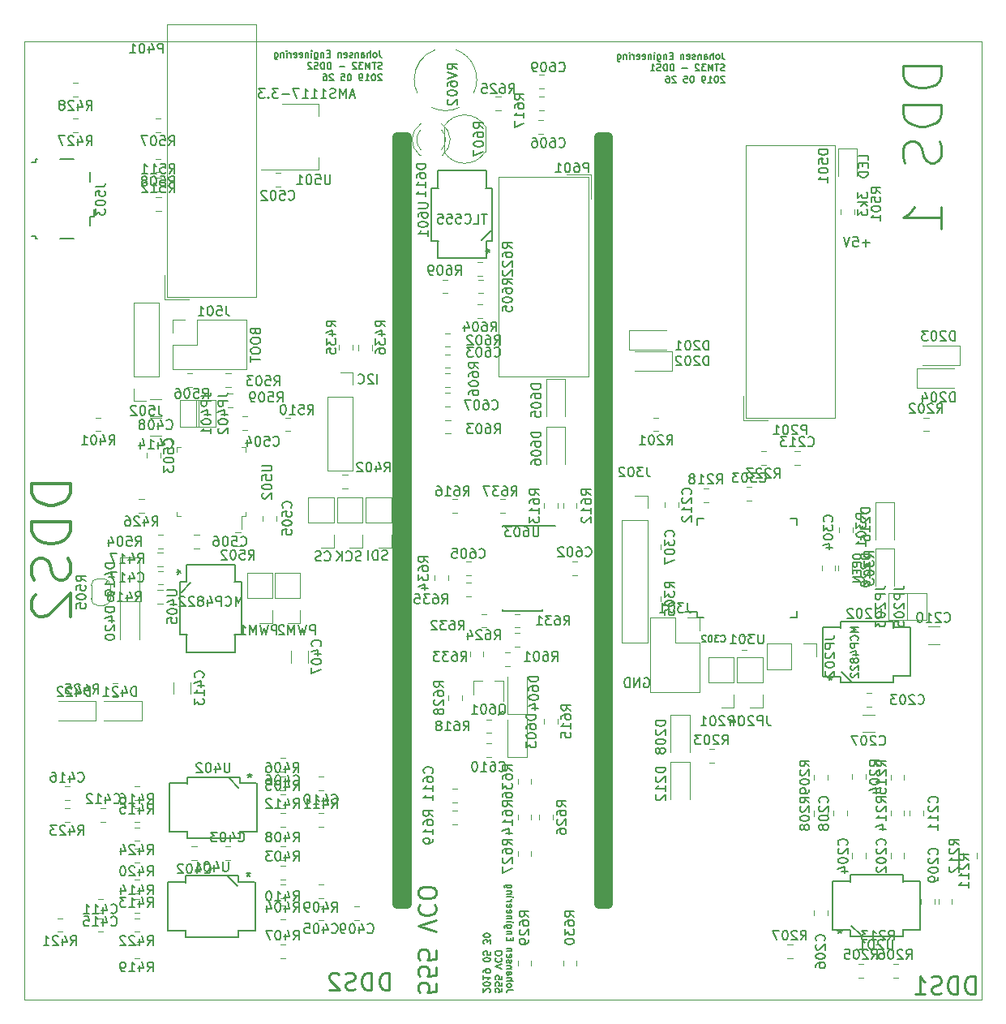
<source format=gbr>
%TF.GenerationSoftware,KiCad,Pcbnew,(5.1.0)-1*%
%TF.CreationDate,2019-05-31T13:03:56+02:00*%
%TF.ProjectId,KicadJE_uP_DAC,4b696361-644a-4455-9f75-505f4441432e,rev?*%
%TF.SameCoordinates,Original*%
%TF.FileFunction,Legend,Bot*%
%TF.FilePolarity,Positive*%
%FSLAX46Y46*%
G04 Gerber Fmt 4.6, Leading zero omitted, Abs format (unit mm)*
G04 Created by KiCad (PCBNEW (5.1.0)-1) date 2019-05-31 13:03:56*
%MOMM*%
%LPD*%
G04 APERTURE LIST*
%ADD10C,0.250000*%
%ADD11C,0.175000*%
%ADD12C,0.300000*%
%ADD13C,0.150000*%
%ADD14C,1.000000*%
%ADD15C,0.050000*%
%ADD16C,0.120000*%
G04 APERTURE END LIST*
D10*
X92985714Y-148335714D02*
X92985714Y-149192857D01*
X92128571Y-149278571D01*
X92214285Y-149192857D01*
X92300000Y-149021428D01*
X92300000Y-148592857D01*
X92214285Y-148421428D01*
X92128571Y-148335714D01*
X91957142Y-148250000D01*
X91528571Y-148250000D01*
X91357142Y-148335714D01*
X91271428Y-148421428D01*
X91185714Y-148592857D01*
X91185714Y-149021428D01*
X91271428Y-149192857D01*
X91357142Y-149278571D01*
X92985714Y-146621428D02*
X92985714Y-147478571D01*
X92128571Y-147564285D01*
X92214285Y-147478571D01*
X92300000Y-147307142D01*
X92300000Y-146878571D01*
X92214285Y-146707142D01*
X92128571Y-146621428D01*
X91957142Y-146535714D01*
X91528571Y-146535714D01*
X91357142Y-146621428D01*
X91271428Y-146707142D01*
X91185714Y-146878571D01*
X91185714Y-147307142D01*
X91271428Y-147478571D01*
X91357142Y-147564285D01*
X92985714Y-144907142D02*
X92985714Y-145764285D01*
X92128571Y-145850000D01*
X92214285Y-145764285D01*
X92300000Y-145592857D01*
X92300000Y-145164285D01*
X92214285Y-144992857D01*
X92128571Y-144907142D01*
X91957142Y-144821428D01*
X91528571Y-144821428D01*
X91357142Y-144907142D01*
X91271428Y-144992857D01*
X91185714Y-145164285D01*
X91185714Y-145592857D01*
X91271428Y-145764285D01*
X91357142Y-145850000D01*
X92985714Y-142935714D02*
X91185714Y-142335714D01*
X92985714Y-141735714D01*
X91357142Y-140107142D02*
X91271428Y-140192857D01*
X91185714Y-140450000D01*
X91185714Y-140621428D01*
X91271428Y-140878571D01*
X91442857Y-141050000D01*
X91614285Y-141135714D01*
X91957142Y-141221428D01*
X92214285Y-141221428D01*
X92557142Y-141135714D01*
X92728571Y-141050000D01*
X92900000Y-140878571D01*
X92985714Y-140621428D01*
X92985714Y-140450000D01*
X92900000Y-140192857D01*
X92814285Y-140107142D01*
X92985714Y-138992857D02*
X92985714Y-138650000D01*
X92900000Y-138478571D01*
X92728571Y-138307142D01*
X92385714Y-138221428D01*
X91785714Y-138221428D01*
X91442857Y-138307142D01*
X91271428Y-138478571D01*
X91185714Y-138650000D01*
X91185714Y-138992857D01*
X91271428Y-139164285D01*
X91442857Y-139335714D01*
X91785714Y-139421428D01*
X92385714Y-139421428D01*
X92728571Y-139335714D01*
X92900000Y-139164285D01*
X92985714Y-138992857D01*
D11*
X101108333Y-149019583D02*
X100608333Y-149019583D01*
X100508333Y-149052916D01*
X100441666Y-149119583D01*
X100408333Y-149219583D01*
X100408333Y-149286250D01*
X100408333Y-148586250D02*
X100441666Y-148652916D01*
X100475000Y-148686250D01*
X100541666Y-148719583D01*
X100741666Y-148719583D01*
X100808333Y-148686250D01*
X100841666Y-148652916D01*
X100875000Y-148586250D01*
X100875000Y-148486250D01*
X100841666Y-148419583D01*
X100808333Y-148386250D01*
X100741666Y-148352916D01*
X100541666Y-148352916D01*
X100475000Y-148386250D01*
X100441666Y-148419583D01*
X100408333Y-148486250D01*
X100408333Y-148586250D01*
X100408333Y-148052916D02*
X101108333Y-148052916D01*
X100408333Y-147752916D02*
X100775000Y-147752916D01*
X100841666Y-147786250D01*
X100875000Y-147852916D01*
X100875000Y-147952916D01*
X100841666Y-148019583D01*
X100808333Y-148052916D01*
X100408333Y-147119583D02*
X100775000Y-147119583D01*
X100841666Y-147152916D01*
X100875000Y-147219583D01*
X100875000Y-147352916D01*
X100841666Y-147419583D01*
X100441666Y-147119583D02*
X100408333Y-147186250D01*
X100408333Y-147352916D01*
X100441666Y-147419583D01*
X100508333Y-147452916D01*
X100575000Y-147452916D01*
X100641666Y-147419583D01*
X100675000Y-147352916D01*
X100675000Y-147186250D01*
X100708333Y-147119583D01*
X100875000Y-146786250D02*
X100408333Y-146786250D01*
X100808333Y-146786250D02*
X100841666Y-146752916D01*
X100875000Y-146686250D01*
X100875000Y-146586250D01*
X100841666Y-146519583D01*
X100775000Y-146486250D01*
X100408333Y-146486250D01*
X100441666Y-146186250D02*
X100408333Y-146119583D01*
X100408333Y-145986250D01*
X100441666Y-145919583D01*
X100508333Y-145886250D01*
X100541666Y-145886250D01*
X100608333Y-145919583D01*
X100641666Y-145986250D01*
X100641666Y-146086250D01*
X100675000Y-146152916D01*
X100741666Y-146186250D01*
X100775000Y-146186250D01*
X100841666Y-146152916D01*
X100875000Y-146086250D01*
X100875000Y-145986250D01*
X100841666Y-145919583D01*
X100441666Y-145319583D02*
X100408333Y-145386250D01*
X100408333Y-145519583D01*
X100441666Y-145586250D01*
X100508333Y-145619583D01*
X100775000Y-145619583D01*
X100841666Y-145586250D01*
X100875000Y-145519583D01*
X100875000Y-145386250D01*
X100841666Y-145319583D01*
X100775000Y-145286250D01*
X100708333Y-145286250D01*
X100641666Y-145619583D01*
X100875000Y-144986250D02*
X100408333Y-144986250D01*
X100808333Y-144986250D02*
X100841666Y-144952916D01*
X100875000Y-144886250D01*
X100875000Y-144786250D01*
X100841666Y-144719583D01*
X100775000Y-144686250D01*
X100408333Y-144686250D01*
X100775000Y-143819583D02*
X100775000Y-143586250D01*
X100408333Y-143486250D02*
X100408333Y-143819583D01*
X101108333Y-143819583D01*
X101108333Y-143486250D01*
X100875000Y-143186250D02*
X100408333Y-143186250D01*
X100808333Y-143186250D02*
X100841666Y-143152916D01*
X100875000Y-143086250D01*
X100875000Y-142986250D01*
X100841666Y-142919583D01*
X100775000Y-142886250D01*
X100408333Y-142886250D01*
X100875000Y-142252916D02*
X100308333Y-142252916D01*
X100241666Y-142286250D01*
X100208333Y-142319583D01*
X100175000Y-142386250D01*
X100175000Y-142486250D01*
X100208333Y-142552916D01*
X100441666Y-142252916D02*
X100408333Y-142319583D01*
X100408333Y-142452916D01*
X100441666Y-142519583D01*
X100475000Y-142552916D01*
X100541666Y-142586250D01*
X100741666Y-142586250D01*
X100808333Y-142552916D01*
X100841666Y-142519583D01*
X100875000Y-142452916D01*
X100875000Y-142319583D01*
X100841666Y-142252916D01*
X100408333Y-141919583D02*
X100875000Y-141919583D01*
X101108333Y-141919583D02*
X101075000Y-141952916D01*
X101041666Y-141919583D01*
X101075000Y-141886250D01*
X101108333Y-141919583D01*
X101041666Y-141919583D01*
X100875000Y-141586250D02*
X100408333Y-141586250D01*
X100808333Y-141586250D02*
X100841666Y-141552916D01*
X100875000Y-141486250D01*
X100875000Y-141386250D01*
X100841666Y-141319583D01*
X100775000Y-141286250D01*
X100408333Y-141286250D01*
X100441666Y-140686250D02*
X100408333Y-140752916D01*
X100408333Y-140886250D01*
X100441666Y-140952916D01*
X100508333Y-140986250D01*
X100775000Y-140986250D01*
X100841666Y-140952916D01*
X100875000Y-140886250D01*
X100875000Y-140752916D01*
X100841666Y-140686250D01*
X100775000Y-140652916D01*
X100708333Y-140652916D01*
X100641666Y-140986250D01*
X100441666Y-140086250D02*
X100408333Y-140152916D01*
X100408333Y-140286250D01*
X100441666Y-140352916D01*
X100508333Y-140386250D01*
X100775000Y-140386250D01*
X100841666Y-140352916D01*
X100875000Y-140286250D01*
X100875000Y-140152916D01*
X100841666Y-140086250D01*
X100775000Y-140052916D01*
X100708333Y-140052916D01*
X100641666Y-140386250D01*
X100408333Y-139752916D02*
X100875000Y-139752916D01*
X100741666Y-139752916D02*
X100808333Y-139719583D01*
X100841666Y-139686250D01*
X100875000Y-139619583D01*
X100875000Y-139552916D01*
X100408333Y-139319583D02*
X100875000Y-139319583D01*
X101108333Y-139319583D02*
X101075000Y-139352916D01*
X101041666Y-139319583D01*
X101075000Y-139286250D01*
X101108333Y-139319583D01*
X101041666Y-139319583D01*
X100875000Y-138986250D02*
X100408333Y-138986250D01*
X100808333Y-138986250D02*
X100841666Y-138952916D01*
X100875000Y-138886250D01*
X100875000Y-138786250D01*
X100841666Y-138719583D01*
X100775000Y-138686250D01*
X100408333Y-138686250D01*
X100875000Y-138052916D02*
X100308333Y-138052916D01*
X100241666Y-138086250D01*
X100208333Y-138119583D01*
X100175000Y-138186250D01*
X100175000Y-138286250D01*
X100208333Y-138352916D01*
X100441666Y-138052916D02*
X100408333Y-138119583D01*
X100408333Y-138252916D01*
X100441666Y-138319583D01*
X100475000Y-138352916D01*
X100541666Y-138386250D01*
X100741666Y-138386250D01*
X100808333Y-138352916D01*
X100841666Y-138319583D01*
X100875000Y-138252916D01*
X100875000Y-138119583D01*
X100841666Y-138052916D01*
X99883333Y-148886250D02*
X99883333Y-149219583D01*
X99550000Y-149252916D01*
X99583333Y-149219583D01*
X99616666Y-149152916D01*
X99616666Y-148986250D01*
X99583333Y-148919583D01*
X99550000Y-148886250D01*
X99483333Y-148852916D01*
X99316666Y-148852916D01*
X99250000Y-148886250D01*
X99216666Y-148919583D01*
X99183333Y-148986250D01*
X99183333Y-149152916D01*
X99216666Y-149219583D01*
X99250000Y-149252916D01*
X99883333Y-148219583D02*
X99883333Y-148552916D01*
X99550000Y-148586250D01*
X99583333Y-148552916D01*
X99616666Y-148486250D01*
X99616666Y-148319583D01*
X99583333Y-148252916D01*
X99550000Y-148219583D01*
X99483333Y-148186250D01*
X99316666Y-148186250D01*
X99250000Y-148219583D01*
X99216666Y-148252916D01*
X99183333Y-148319583D01*
X99183333Y-148486250D01*
X99216666Y-148552916D01*
X99250000Y-148586250D01*
X99883333Y-147552916D02*
X99883333Y-147886250D01*
X99550000Y-147919583D01*
X99583333Y-147886250D01*
X99616666Y-147819583D01*
X99616666Y-147652916D01*
X99583333Y-147586250D01*
X99550000Y-147552916D01*
X99483333Y-147519583D01*
X99316666Y-147519583D01*
X99250000Y-147552916D01*
X99216666Y-147586250D01*
X99183333Y-147652916D01*
X99183333Y-147819583D01*
X99216666Y-147886250D01*
X99250000Y-147919583D01*
X99883333Y-146786250D02*
X99183333Y-146552916D01*
X99883333Y-146319583D01*
X99250000Y-145686250D02*
X99216666Y-145719583D01*
X99183333Y-145819583D01*
X99183333Y-145886250D01*
X99216666Y-145986250D01*
X99283333Y-146052916D01*
X99350000Y-146086250D01*
X99483333Y-146119583D01*
X99583333Y-146119583D01*
X99716666Y-146086250D01*
X99783333Y-146052916D01*
X99850000Y-145986250D01*
X99883333Y-145886250D01*
X99883333Y-145819583D01*
X99850000Y-145719583D01*
X99816666Y-145686250D01*
X99883333Y-145252916D02*
X99883333Y-145119583D01*
X99850000Y-145052916D01*
X99783333Y-144986250D01*
X99650000Y-144952916D01*
X99416666Y-144952916D01*
X99283333Y-144986250D01*
X99216666Y-145052916D01*
X99183333Y-145119583D01*
X99183333Y-145252916D01*
X99216666Y-145319583D01*
X99283333Y-145386250D01*
X99416666Y-145419583D01*
X99650000Y-145419583D01*
X99783333Y-145386250D01*
X99850000Y-145319583D01*
X99883333Y-145252916D01*
X98591666Y-149252916D02*
X98625000Y-149219583D01*
X98658333Y-149152916D01*
X98658333Y-148986250D01*
X98625000Y-148919583D01*
X98591666Y-148886250D01*
X98525000Y-148852916D01*
X98458333Y-148852916D01*
X98358333Y-148886250D01*
X97958333Y-149286250D01*
X97958333Y-148852916D01*
X98658333Y-148419583D02*
X98658333Y-148352916D01*
X98625000Y-148286250D01*
X98591666Y-148252916D01*
X98525000Y-148219583D01*
X98391666Y-148186250D01*
X98225000Y-148186250D01*
X98091666Y-148219583D01*
X98025000Y-148252916D01*
X97991666Y-148286250D01*
X97958333Y-148352916D01*
X97958333Y-148419583D01*
X97991666Y-148486250D01*
X98025000Y-148519583D01*
X98091666Y-148552916D01*
X98225000Y-148586250D01*
X98391666Y-148586250D01*
X98525000Y-148552916D01*
X98591666Y-148519583D01*
X98625000Y-148486250D01*
X98658333Y-148419583D01*
X97958333Y-147519583D02*
X97958333Y-147919583D01*
X97958333Y-147719583D02*
X98658333Y-147719583D01*
X98558333Y-147786250D01*
X98491666Y-147852916D01*
X98458333Y-147919583D01*
X97958333Y-147186250D02*
X97958333Y-147052916D01*
X97991666Y-146986250D01*
X98025000Y-146952916D01*
X98125000Y-146886250D01*
X98258333Y-146852916D01*
X98525000Y-146852916D01*
X98591666Y-146886250D01*
X98625000Y-146919583D01*
X98658333Y-146986250D01*
X98658333Y-147119583D01*
X98625000Y-147186250D01*
X98591666Y-147219583D01*
X98525000Y-147252916D01*
X98358333Y-147252916D01*
X98291666Y-147219583D01*
X98258333Y-147186250D01*
X98225000Y-147119583D01*
X98225000Y-146986250D01*
X98258333Y-146919583D01*
X98291666Y-146886250D01*
X98358333Y-146852916D01*
X98658333Y-145886250D02*
X98658333Y-145819583D01*
X98625000Y-145752916D01*
X98591666Y-145719583D01*
X98525000Y-145686250D01*
X98391666Y-145652916D01*
X98225000Y-145652916D01*
X98091666Y-145686250D01*
X98025000Y-145719583D01*
X97991666Y-145752916D01*
X97958333Y-145819583D01*
X97958333Y-145886250D01*
X97991666Y-145952916D01*
X98025000Y-145986250D01*
X98091666Y-146019583D01*
X98225000Y-146052916D01*
X98391666Y-146052916D01*
X98525000Y-146019583D01*
X98591666Y-145986250D01*
X98625000Y-145952916D01*
X98658333Y-145886250D01*
X98658333Y-145019583D02*
X98658333Y-145352916D01*
X98325000Y-145386250D01*
X98358333Y-145352916D01*
X98391666Y-145286250D01*
X98391666Y-145119583D01*
X98358333Y-145052916D01*
X98325000Y-145019583D01*
X98258333Y-144986250D01*
X98091666Y-144986250D01*
X98025000Y-145019583D01*
X97991666Y-145052916D01*
X97958333Y-145119583D01*
X97958333Y-145286250D01*
X97991666Y-145352916D01*
X98025000Y-145386250D01*
X98658333Y-144219583D02*
X98658333Y-143786250D01*
X98391666Y-144019583D01*
X98391666Y-143919583D01*
X98358333Y-143852916D01*
X98325000Y-143819583D01*
X98258333Y-143786250D01*
X98091666Y-143786250D01*
X98025000Y-143819583D01*
X97991666Y-143852916D01*
X97958333Y-143919583D01*
X97958333Y-144119583D01*
X97991666Y-144186250D01*
X98025000Y-144219583D01*
X98658333Y-143352916D02*
X98658333Y-143286250D01*
X98625000Y-143219583D01*
X98591666Y-143186250D01*
X98525000Y-143152916D01*
X98391666Y-143119583D01*
X98225000Y-143119583D01*
X98091666Y-143152916D01*
X98025000Y-143186250D01*
X97991666Y-143219583D01*
X97958333Y-143286250D01*
X97958333Y-143352916D01*
X97991666Y-143419583D01*
X98025000Y-143452916D01*
X98091666Y-143486250D01*
X98225000Y-143519583D01*
X98391666Y-143519583D01*
X98525000Y-143486250D01*
X98591666Y-143452916D01*
X98625000Y-143419583D01*
X98658333Y-143352916D01*
X122919583Y-51191666D02*
X122919583Y-51691666D01*
X122952916Y-51791666D01*
X123019583Y-51858333D01*
X123119583Y-51891666D01*
X123186250Y-51891666D01*
X122486250Y-51891666D02*
X122552916Y-51858333D01*
X122586250Y-51825000D01*
X122619583Y-51758333D01*
X122619583Y-51558333D01*
X122586250Y-51491666D01*
X122552916Y-51458333D01*
X122486250Y-51425000D01*
X122386250Y-51425000D01*
X122319583Y-51458333D01*
X122286250Y-51491666D01*
X122252916Y-51558333D01*
X122252916Y-51758333D01*
X122286250Y-51825000D01*
X122319583Y-51858333D01*
X122386250Y-51891666D01*
X122486250Y-51891666D01*
X121952916Y-51891666D02*
X121952916Y-51191666D01*
X121652916Y-51891666D02*
X121652916Y-51525000D01*
X121686250Y-51458333D01*
X121752916Y-51425000D01*
X121852916Y-51425000D01*
X121919583Y-51458333D01*
X121952916Y-51491666D01*
X121019583Y-51891666D02*
X121019583Y-51525000D01*
X121052916Y-51458333D01*
X121119583Y-51425000D01*
X121252916Y-51425000D01*
X121319583Y-51458333D01*
X121019583Y-51858333D02*
X121086250Y-51891666D01*
X121252916Y-51891666D01*
X121319583Y-51858333D01*
X121352916Y-51791666D01*
X121352916Y-51725000D01*
X121319583Y-51658333D01*
X121252916Y-51625000D01*
X121086250Y-51625000D01*
X121019583Y-51591666D01*
X120686250Y-51425000D02*
X120686250Y-51891666D01*
X120686250Y-51491666D02*
X120652916Y-51458333D01*
X120586250Y-51425000D01*
X120486250Y-51425000D01*
X120419583Y-51458333D01*
X120386250Y-51525000D01*
X120386250Y-51891666D01*
X120086250Y-51858333D02*
X120019583Y-51891666D01*
X119886250Y-51891666D01*
X119819583Y-51858333D01*
X119786250Y-51791666D01*
X119786250Y-51758333D01*
X119819583Y-51691666D01*
X119886250Y-51658333D01*
X119986250Y-51658333D01*
X120052916Y-51625000D01*
X120086250Y-51558333D01*
X120086250Y-51525000D01*
X120052916Y-51458333D01*
X119986250Y-51425000D01*
X119886250Y-51425000D01*
X119819583Y-51458333D01*
X119219583Y-51858333D02*
X119286250Y-51891666D01*
X119419583Y-51891666D01*
X119486250Y-51858333D01*
X119519583Y-51791666D01*
X119519583Y-51525000D01*
X119486250Y-51458333D01*
X119419583Y-51425000D01*
X119286250Y-51425000D01*
X119219583Y-51458333D01*
X119186250Y-51525000D01*
X119186250Y-51591666D01*
X119519583Y-51658333D01*
X118886250Y-51425000D02*
X118886250Y-51891666D01*
X118886250Y-51491666D02*
X118852916Y-51458333D01*
X118786250Y-51425000D01*
X118686250Y-51425000D01*
X118619583Y-51458333D01*
X118586250Y-51525000D01*
X118586250Y-51891666D01*
X117719583Y-51525000D02*
X117486250Y-51525000D01*
X117386250Y-51891666D02*
X117719583Y-51891666D01*
X117719583Y-51191666D01*
X117386250Y-51191666D01*
X117086250Y-51425000D02*
X117086250Y-51891666D01*
X117086250Y-51491666D02*
X117052916Y-51458333D01*
X116986250Y-51425000D01*
X116886250Y-51425000D01*
X116819583Y-51458333D01*
X116786250Y-51525000D01*
X116786250Y-51891666D01*
X116152916Y-51425000D02*
X116152916Y-51991666D01*
X116186250Y-52058333D01*
X116219583Y-52091666D01*
X116286250Y-52125000D01*
X116386250Y-52125000D01*
X116452916Y-52091666D01*
X116152916Y-51858333D02*
X116219583Y-51891666D01*
X116352916Y-51891666D01*
X116419583Y-51858333D01*
X116452916Y-51825000D01*
X116486250Y-51758333D01*
X116486250Y-51558333D01*
X116452916Y-51491666D01*
X116419583Y-51458333D01*
X116352916Y-51425000D01*
X116219583Y-51425000D01*
X116152916Y-51458333D01*
X115819583Y-51891666D02*
X115819583Y-51425000D01*
X115819583Y-51191666D02*
X115852916Y-51225000D01*
X115819583Y-51258333D01*
X115786250Y-51225000D01*
X115819583Y-51191666D01*
X115819583Y-51258333D01*
X115486250Y-51425000D02*
X115486250Y-51891666D01*
X115486250Y-51491666D02*
X115452916Y-51458333D01*
X115386250Y-51425000D01*
X115286250Y-51425000D01*
X115219583Y-51458333D01*
X115186250Y-51525000D01*
X115186250Y-51891666D01*
X114586250Y-51858333D02*
X114652916Y-51891666D01*
X114786250Y-51891666D01*
X114852916Y-51858333D01*
X114886250Y-51791666D01*
X114886250Y-51525000D01*
X114852916Y-51458333D01*
X114786250Y-51425000D01*
X114652916Y-51425000D01*
X114586250Y-51458333D01*
X114552916Y-51525000D01*
X114552916Y-51591666D01*
X114886250Y-51658333D01*
X113986250Y-51858333D02*
X114052916Y-51891666D01*
X114186250Y-51891666D01*
X114252916Y-51858333D01*
X114286250Y-51791666D01*
X114286250Y-51525000D01*
X114252916Y-51458333D01*
X114186250Y-51425000D01*
X114052916Y-51425000D01*
X113986250Y-51458333D01*
X113952916Y-51525000D01*
X113952916Y-51591666D01*
X114286250Y-51658333D01*
X113652916Y-51891666D02*
X113652916Y-51425000D01*
X113652916Y-51558333D02*
X113619583Y-51491666D01*
X113586250Y-51458333D01*
X113519583Y-51425000D01*
X113452916Y-51425000D01*
X113219583Y-51891666D02*
X113219583Y-51425000D01*
X113219583Y-51191666D02*
X113252916Y-51225000D01*
X113219583Y-51258333D01*
X113186250Y-51225000D01*
X113219583Y-51191666D01*
X113219583Y-51258333D01*
X112886250Y-51425000D02*
X112886250Y-51891666D01*
X112886250Y-51491666D02*
X112852916Y-51458333D01*
X112786250Y-51425000D01*
X112686250Y-51425000D01*
X112619583Y-51458333D01*
X112586250Y-51525000D01*
X112586250Y-51891666D01*
X111952916Y-51425000D02*
X111952916Y-51991666D01*
X111986250Y-52058333D01*
X112019583Y-52091666D01*
X112086250Y-52125000D01*
X112186250Y-52125000D01*
X112252916Y-52091666D01*
X111952916Y-51858333D02*
X112019583Y-51891666D01*
X112152916Y-51891666D01*
X112219583Y-51858333D01*
X112252916Y-51825000D01*
X112286250Y-51758333D01*
X112286250Y-51558333D01*
X112252916Y-51491666D01*
X112219583Y-51458333D01*
X112152916Y-51425000D01*
X112019583Y-51425000D01*
X111952916Y-51458333D01*
X123152916Y-53083333D02*
X123052916Y-53116666D01*
X122886250Y-53116666D01*
X122819583Y-53083333D01*
X122786250Y-53050000D01*
X122752916Y-52983333D01*
X122752916Y-52916666D01*
X122786250Y-52850000D01*
X122819583Y-52816666D01*
X122886250Y-52783333D01*
X123019583Y-52750000D01*
X123086250Y-52716666D01*
X123119583Y-52683333D01*
X123152916Y-52616666D01*
X123152916Y-52550000D01*
X123119583Y-52483333D01*
X123086250Y-52450000D01*
X123019583Y-52416666D01*
X122852916Y-52416666D01*
X122752916Y-52450000D01*
X122552916Y-52416666D02*
X122152916Y-52416666D01*
X122352916Y-53116666D02*
X122352916Y-52416666D01*
X121919583Y-53116666D02*
X121919583Y-52416666D01*
X121686250Y-52916666D01*
X121452916Y-52416666D01*
X121452916Y-53116666D01*
X121186250Y-52416666D02*
X120752916Y-52416666D01*
X120986250Y-52683333D01*
X120886250Y-52683333D01*
X120819583Y-52716666D01*
X120786250Y-52750000D01*
X120752916Y-52816666D01*
X120752916Y-52983333D01*
X120786250Y-53050000D01*
X120819583Y-53083333D01*
X120886250Y-53116666D01*
X121086250Y-53116666D01*
X121152916Y-53083333D01*
X121186250Y-53050000D01*
X120486250Y-52483333D02*
X120452916Y-52450000D01*
X120386250Y-52416666D01*
X120219583Y-52416666D01*
X120152916Y-52450000D01*
X120119583Y-52483333D01*
X120086250Y-52550000D01*
X120086250Y-52616666D01*
X120119583Y-52716666D01*
X120519583Y-53116666D01*
X120086250Y-53116666D01*
X119252916Y-52850000D02*
X118719583Y-52850000D01*
X117852916Y-53116666D02*
X117852916Y-52416666D01*
X117686250Y-52416666D01*
X117586250Y-52450000D01*
X117519583Y-52516666D01*
X117486250Y-52583333D01*
X117452916Y-52716666D01*
X117452916Y-52816666D01*
X117486250Y-52950000D01*
X117519583Y-53016666D01*
X117586250Y-53083333D01*
X117686250Y-53116666D01*
X117852916Y-53116666D01*
X117152916Y-53116666D02*
X117152916Y-52416666D01*
X116986250Y-52416666D01*
X116886250Y-52450000D01*
X116819583Y-52516666D01*
X116786250Y-52583333D01*
X116752916Y-52716666D01*
X116752916Y-52816666D01*
X116786250Y-52950000D01*
X116819583Y-53016666D01*
X116886250Y-53083333D01*
X116986250Y-53116666D01*
X117152916Y-53116666D01*
X116486250Y-53083333D02*
X116386250Y-53116666D01*
X116219583Y-53116666D01*
X116152916Y-53083333D01*
X116119583Y-53050000D01*
X116086250Y-52983333D01*
X116086250Y-52916666D01*
X116119583Y-52850000D01*
X116152916Y-52816666D01*
X116219583Y-52783333D01*
X116352916Y-52750000D01*
X116419583Y-52716666D01*
X116452916Y-52683333D01*
X116486250Y-52616666D01*
X116486250Y-52550000D01*
X116452916Y-52483333D01*
X116419583Y-52450000D01*
X116352916Y-52416666D01*
X116186250Y-52416666D01*
X116086250Y-52450000D01*
X115419583Y-53116666D02*
X115819583Y-53116666D01*
X115619583Y-53116666D02*
X115619583Y-52416666D01*
X115686250Y-52516666D01*
X115752916Y-52583333D01*
X115819583Y-52616666D01*
X123152916Y-53708333D02*
X123119583Y-53675000D01*
X123052916Y-53641666D01*
X122886250Y-53641666D01*
X122819583Y-53675000D01*
X122786250Y-53708333D01*
X122752916Y-53775000D01*
X122752916Y-53841666D01*
X122786250Y-53941666D01*
X123186250Y-54341666D01*
X122752916Y-54341666D01*
X122319583Y-53641666D02*
X122252916Y-53641666D01*
X122186250Y-53675000D01*
X122152916Y-53708333D01*
X122119583Y-53775000D01*
X122086250Y-53908333D01*
X122086250Y-54075000D01*
X122119583Y-54208333D01*
X122152916Y-54275000D01*
X122186250Y-54308333D01*
X122252916Y-54341666D01*
X122319583Y-54341666D01*
X122386250Y-54308333D01*
X122419583Y-54275000D01*
X122452916Y-54208333D01*
X122486250Y-54075000D01*
X122486250Y-53908333D01*
X122452916Y-53775000D01*
X122419583Y-53708333D01*
X122386250Y-53675000D01*
X122319583Y-53641666D01*
X121419583Y-54341666D02*
X121819583Y-54341666D01*
X121619583Y-54341666D02*
X121619583Y-53641666D01*
X121686250Y-53741666D01*
X121752916Y-53808333D01*
X121819583Y-53841666D01*
X121086250Y-54341666D02*
X120952916Y-54341666D01*
X120886250Y-54308333D01*
X120852916Y-54275000D01*
X120786250Y-54175000D01*
X120752916Y-54041666D01*
X120752916Y-53775000D01*
X120786250Y-53708333D01*
X120819583Y-53675000D01*
X120886250Y-53641666D01*
X121019583Y-53641666D01*
X121086250Y-53675000D01*
X121119583Y-53708333D01*
X121152916Y-53775000D01*
X121152916Y-53941666D01*
X121119583Y-54008333D01*
X121086250Y-54041666D01*
X121019583Y-54075000D01*
X120886250Y-54075000D01*
X120819583Y-54041666D01*
X120786250Y-54008333D01*
X120752916Y-53941666D01*
X119786250Y-53641666D02*
X119719583Y-53641666D01*
X119652916Y-53675000D01*
X119619583Y-53708333D01*
X119586250Y-53775000D01*
X119552916Y-53908333D01*
X119552916Y-54075000D01*
X119586250Y-54208333D01*
X119619583Y-54275000D01*
X119652916Y-54308333D01*
X119719583Y-54341666D01*
X119786250Y-54341666D01*
X119852916Y-54308333D01*
X119886250Y-54275000D01*
X119919583Y-54208333D01*
X119952916Y-54075000D01*
X119952916Y-53908333D01*
X119919583Y-53775000D01*
X119886250Y-53708333D01*
X119852916Y-53675000D01*
X119786250Y-53641666D01*
X118919583Y-53641666D02*
X119252916Y-53641666D01*
X119286250Y-53975000D01*
X119252916Y-53941666D01*
X119186250Y-53908333D01*
X119019583Y-53908333D01*
X118952916Y-53941666D01*
X118919583Y-53975000D01*
X118886250Y-54041666D01*
X118886250Y-54208333D01*
X118919583Y-54275000D01*
X118952916Y-54308333D01*
X119019583Y-54341666D01*
X119186250Y-54341666D01*
X119252916Y-54308333D01*
X119286250Y-54275000D01*
X118086250Y-53708333D02*
X118052916Y-53675000D01*
X117986250Y-53641666D01*
X117819583Y-53641666D01*
X117752916Y-53675000D01*
X117719583Y-53708333D01*
X117686250Y-53775000D01*
X117686250Y-53841666D01*
X117719583Y-53941666D01*
X118119583Y-54341666D01*
X117686250Y-54341666D01*
X117086250Y-53641666D02*
X117219583Y-53641666D01*
X117286250Y-53675000D01*
X117319583Y-53708333D01*
X117386250Y-53808333D01*
X117419583Y-53941666D01*
X117419583Y-54208333D01*
X117386250Y-54275000D01*
X117352916Y-54308333D01*
X117286250Y-54341666D01*
X117152916Y-54341666D01*
X117086250Y-54308333D01*
X117052916Y-54275000D01*
X117019583Y-54208333D01*
X117019583Y-54041666D01*
X117052916Y-53975000D01*
X117086250Y-53941666D01*
X117152916Y-53908333D01*
X117286250Y-53908333D01*
X117352916Y-53941666D01*
X117386250Y-53975000D01*
X117419583Y-54041666D01*
D10*
X88085714Y-149014285D02*
X88085714Y-147214285D01*
X87657142Y-147214285D01*
X87400000Y-147300000D01*
X87228571Y-147471428D01*
X87142857Y-147642857D01*
X87057142Y-147985714D01*
X87057142Y-148242857D01*
X87142857Y-148585714D01*
X87228571Y-148757142D01*
X87400000Y-148928571D01*
X87657142Y-149014285D01*
X88085714Y-149014285D01*
X86285714Y-149014285D02*
X86285714Y-147214285D01*
X85857142Y-147214285D01*
X85600000Y-147300000D01*
X85428571Y-147471428D01*
X85342857Y-147642857D01*
X85257142Y-147985714D01*
X85257142Y-148242857D01*
X85342857Y-148585714D01*
X85428571Y-148757142D01*
X85600000Y-148928571D01*
X85857142Y-149014285D01*
X86285714Y-149014285D01*
X84571428Y-148928571D02*
X84314285Y-149014285D01*
X83885714Y-149014285D01*
X83714285Y-148928571D01*
X83628571Y-148842857D01*
X83542857Y-148671428D01*
X83542857Y-148500000D01*
X83628571Y-148328571D01*
X83714285Y-148242857D01*
X83885714Y-148157142D01*
X84228571Y-148071428D01*
X84400000Y-147985714D01*
X84485714Y-147900000D01*
X84571428Y-147728571D01*
X84571428Y-147557142D01*
X84485714Y-147385714D01*
X84400000Y-147300000D01*
X84228571Y-147214285D01*
X83800000Y-147214285D01*
X83542857Y-147300000D01*
X82857142Y-147385714D02*
X82771428Y-147300000D01*
X82600000Y-147214285D01*
X82171428Y-147214285D01*
X82000000Y-147300000D01*
X81914285Y-147385714D01*
X81828571Y-147557142D01*
X81828571Y-147728571D01*
X81914285Y-147985714D01*
X82942857Y-149014285D01*
X81828571Y-149014285D01*
X145809523Y-52619047D02*
X141809523Y-52619047D01*
X141809523Y-53571428D01*
X142000000Y-54142857D01*
X142380952Y-54523809D01*
X142761904Y-54714285D01*
X143523809Y-54904761D01*
X144095238Y-54904761D01*
X144857142Y-54714285D01*
X145238095Y-54523809D01*
X145619047Y-54142857D01*
X145809523Y-53571428D01*
X145809523Y-52619047D01*
X145809523Y-56619047D02*
X141809523Y-56619047D01*
X141809523Y-57571428D01*
X142000000Y-58142857D01*
X142380952Y-58523809D01*
X142761904Y-58714285D01*
X143523809Y-58904761D01*
X144095238Y-58904761D01*
X144857142Y-58714285D01*
X145238095Y-58523809D01*
X145619047Y-58142857D01*
X145809523Y-57571428D01*
X145809523Y-56619047D01*
X145619047Y-60428571D02*
X145809523Y-61000000D01*
X145809523Y-61952380D01*
X145619047Y-62333333D01*
X145428571Y-62523809D01*
X145047619Y-62714285D01*
X144666666Y-62714285D01*
X144285714Y-62523809D01*
X144095238Y-62333333D01*
X143904761Y-61952380D01*
X143714285Y-61190476D01*
X143523809Y-60809523D01*
X143333333Y-60619047D01*
X142952380Y-60428571D01*
X142571428Y-60428571D01*
X142190476Y-60619047D01*
X142000000Y-60809523D01*
X141809523Y-61190476D01*
X141809523Y-62142857D01*
X142000000Y-62714285D01*
X145809523Y-69571428D02*
X145809523Y-67285714D01*
X145809523Y-68428571D02*
X141809523Y-68428571D01*
X142380952Y-68047619D01*
X142761904Y-67666666D01*
X142952380Y-67285714D01*
D11*
X87119583Y-50991666D02*
X87119583Y-51491666D01*
X87152916Y-51591666D01*
X87219583Y-51658333D01*
X87319583Y-51691666D01*
X87386250Y-51691666D01*
X86686250Y-51691666D02*
X86752916Y-51658333D01*
X86786250Y-51625000D01*
X86819583Y-51558333D01*
X86819583Y-51358333D01*
X86786250Y-51291666D01*
X86752916Y-51258333D01*
X86686250Y-51225000D01*
X86586250Y-51225000D01*
X86519583Y-51258333D01*
X86486250Y-51291666D01*
X86452916Y-51358333D01*
X86452916Y-51558333D01*
X86486250Y-51625000D01*
X86519583Y-51658333D01*
X86586250Y-51691666D01*
X86686250Y-51691666D01*
X86152916Y-51691666D02*
X86152916Y-50991666D01*
X85852916Y-51691666D02*
X85852916Y-51325000D01*
X85886250Y-51258333D01*
X85952916Y-51225000D01*
X86052916Y-51225000D01*
X86119583Y-51258333D01*
X86152916Y-51291666D01*
X85219583Y-51691666D02*
X85219583Y-51325000D01*
X85252916Y-51258333D01*
X85319583Y-51225000D01*
X85452916Y-51225000D01*
X85519583Y-51258333D01*
X85219583Y-51658333D02*
X85286250Y-51691666D01*
X85452916Y-51691666D01*
X85519583Y-51658333D01*
X85552916Y-51591666D01*
X85552916Y-51525000D01*
X85519583Y-51458333D01*
X85452916Y-51425000D01*
X85286250Y-51425000D01*
X85219583Y-51391666D01*
X84886250Y-51225000D02*
X84886250Y-51691666D01*
X84886250Y-51291666D02*
X84852916Y-51258333D01*
X84786250Y-51225000D01*
X84686250Y-51225000D01*
X84619583Y-51258333D01*
X84586250Y-51325000D01*
X84586250Y-51691666D01*
X84286250Y-51658333D02*
X84219583Y-51691666D01*
X84086250Y-51691666D01*
X84019583Y-51658333D01*
X83986250Y-51591666D01*
X83986250Y-51558333D01*
X84019583Y-51491666D01*
X84086250Y-51458333D01*
X84186250Y-51458333D01*
X84252916Y-51425000D01*
X84286250Y-51358333D01*
X84286250Y-51325000D01*
X84252916Y-51258333D01*
X84186250Y-51225000D01*
X84086250Y-51225000D01*
X84019583Y-51258333D01*
X83419583Y-51658333D02*
X83486250Y-51691666D01*
X83619583Y-51691666D01*
X83686250Y-51658333D01*
X83719583Y-51591666D01*
X83719583Y-51325000D01*
X83686250Y-51258333D01*
X83619583Y-51225000D01*
X83486250Y-51225000D01*
X83419583Y-51258333D01*
X83386250Y-51325000D01*
X83386250Y-51391666D01*
X83719583Y-51458333D01*
X83086250Y-51225000D02*
X83086250Y-51691666D01*
X83086250Y-51291666D02*
X83052916Y-51258333D01*
X82986250Y-51225000D01*
X82886250Y-51225000D01*
X82819583Y-51258333D01*
X82786250Y-51325000D01*
X82786250Y-51691666D01*
X81919583Y-51325000D02*
X81686250Y-51325000D01*
X81586250Y-51691666D02*
X81919583Y-51691666D01*
X81919583Y-50991666D01*
X81586250Y-50991666D01*
X81286250Y-51225000D02*
X81286250Y-51691666D01*
X81286250Y-51291666D02*
X81252916Y-51258333D01*
X81186250Y-51225000D01*
X81086250Y-51225000D01*
X81019583Y-51258333D01*
X80986250Y-51325000D01*
X80986250Y-51691666D01*
X80352916Y-51225000D02*
X80352916Y-51791666D01*
X80386250Y-51858333D01*
X80419583Y-51891666D01*
X80486250Y-51925000D01*
X80586250Y-51925000D01*
X80652916Y-51891666D01*
X80352916Y-51658333D02*
X80419583Y-51691666D01*
X80552916Y-51691666D01*
X80619583Y-51658333D01*
X80652916Y-51625000D01*
X80686250Y-51558333D01*
X80686250Y-51358333D01*
X80652916Y-51291666D01*
X80619583Y-51258333D01*
X80552916Y-51225000D01*
X80419583Y-51225000D01*
X80352916Y-51258333D01*
X80019583Y-51691666D02*
X80019583Y-51225000D01*
X80019583Y-50991666D02*
X80052916Y-51025000D01*
X80019583Y-51058333D01*
X79986250Y-51025000D01*
X80019583Y-50991666D01*
X80019583Y-51058333D01*
X79686250Y-51225000D02*
X79686250Y-51691666D01*
X79686250Y-51291666D02*
X79652916Y-51258333D01*
X79586250Y-51225000D01*
X79486250Y-51225000D01*
X79419583Y-51258333D01*
X79386250Y-51325000D01*
X79386250Y-51691666D01*
X78786250Y-51658333D02*
X78852916Y-51691666D01*
X78986250Y-51691666D01*
X79052916Y-51658333D01*
X79086250Y-51591666D01*
X79086250Y-51325000D01*
X79052916Y-51258333D01*
X78986250Y-51225000D01*
X78852916Y-51225000D01*
X78786250Y-51258333D01*
X78752916Y-51325000D01*
X78752916Y-51391666D01*
X79086250Y-51458333D01*
X78186250Y-51658333D02*
X78252916Y-51691666D01*
X78386250Y-51691666D01*
X78452916Y-51658333D01*
X78486250Y-51591666D01*
X78486250Y-51325000D01*
X78452916Y-51258333D01*
X78386250Y-51225000D01*
X78252916Y-51225000D01*
X78186250Y-51258333D01*
X78152916Y-51325000D01*
X78152916Y-51391666D01*
X78486250Y-51458333D01*
X77852916Y-51691666D02*
X77852916Y-51225000D01*
X77852916Y-51358333D02*
X77819583Y-51291666D01*
X77786250Y-51258333D01*
X77719583Y-51225000D01*
X77652916Y-51225000D01*
X77419583Y-51691666D02*
X77419583Y-51225000D01*
X77419583Y-50991666D02*
X77452916Y-51025000D01*
X77419583Y-51058333D01*
X77386250Y-51025000D01*
X77419583Y-50991666D01*
X77419583Y-51058333D01*
X77086250Y-51225000D02*
X77086250Y-51691666D01*
X77086250Y-51291666D02*
X77052916Y-51258333D01*
X76986250Y-51225000D01*
X76886250Y-51225000D01*
X76819583Y-51258333D01*
X76786250Y-51325000D01*
X76786250Y-51691666D01*
X76152916Y-51225000D02*
X76152916Y-51791666D01*
X76186250Y-51858333D01*
X76219583Y-51891666D01*
X76286250Y-51925000D01*
X76386250Y-51925000D01*
X76452916Y-51891666D01*
X76152916Y-51658333D02*
X76219583Y-51691666D01*
X76352916Y-51691666D01*
X76419583Y-51658333D01*
X76452916Y-51625000D01*
X76486250Y-51558333D01*
X76486250Y-51358333D01*
X76452916Y-51291666D01*
X76419583Y-51258333D01*
X76352916Y-51225000D01*
X76219583Y-51225000D01*
X76152916Y-51258333D01*
X87352916Y-52883333D02*
X87252916Y-52916666D01*
X87086250Y-52916666D01*
X87019583Y-52883333D01*
X86986250Y-52850000D01*
X86952916Y-52783333D01*
X86952916Y-52716666D01*
X86986250Y-52650000D01*
X87019583Y-52616666D01*
X87086250Y-52583333D01*
X87219583Y-52550000D01*
X87286250Y-52516666D01*
X87319583Y-52483333D01*
X87352916Y-52416666D01*
X87352916Y-52350000D01*
X87319583Y-52283333D01*
X87286250Y-52250000D01*
X87219583Y-52216666D01*
X87052916Y-52216666D01*
X86952916Y-52250000D01*
X86752916Y-52216666D02*
X86352916Y-52216666D01*
X86552916Y-52916666D02*
X86552916Y-52216666D01*
X86119583Y-52916666D02*
X86119583Y-52216666D01*
X85886250Y-52716666D01*
X85652916Y-52216666D01*
X85652916Y-52916666D01*
X85386250Y-52216666D02*
X84952916Y-52216666D01*
X85186250Y-52483333D01*
X85086250Y-52483333D01*
X85019583Y-52516666D01*
X84986250Y-52550000D01*
X84952916Y-52616666D01*
X84952916Y-52783333D01*
X84986250Y-52850000D01*
X85019583Y-52883333D01*
X85086250Y-52916666D01*
X85286250Y-52916666D01*
X85352916Y-52883333D01*
X85386250Y-52850000D01*
X84686250Y-52283333D02*
X84652916Y-52250000D01*
X84586250Y-52216666D01*
X84419583Y-52216666D01*
X84352916Y-52250000D01*
X84319583Y-52283333D01*
X84286250Y-52350000D01*
X84286250Y-52416666D01*
X84319583Y-52516666D01*
X84719583Y-52916666D01*
X84286250Y-52916666D01*
X83452916Y-52650000D02*
X82919583Y-52650000D01*
X82052916Y-52916666D02*
X82052916Y-52216666D01*
X81886250Y-52216666D01*
X81786250Y-52250000D01*
X81719583Y-52316666D01*
X81686250Y-52383333D01*
X81652916Y-52516666D01*
X81652916Y-52616666D01*
X81686250Y-52750000D01*
X81719583Y-52816666D01*
X81786250Y-52883333D01*
X81886250Y-52916666D01*
X82052916Y-52916666D01*
X81352916Y-52916666D02*
X81352916Y-52216666D01*
X81186250Y-52216666D01*
X81086250Y-52250000D01*
X81019583Y-52316666D01*
X80986250Y-52383333D01*
X80952916Y-52516666D01*
X80952916Y-52616666D01*
X80986250Y-52750000D01*
X81019583Y-52816666D01*
X81086250Y-52883333D01*
X81186250Y-52916666D01*
X81352916Y-52916666D01*
X80686250Y-52883333D02*
X80586250Y-52916666D01*
X80419583Y-52916666D01*
X80352916Y-52883333D01*
X80319583Y-52850000D01*
X80286250Y-52783333D01*
X80286250Y-52716666D01*
X80319583Y-52650000D01*
X80352916Y-52616666D01*
X80419583Y-52583333D01*
X80552916Y-52550000D01*
X80619583Y-52516666D01*
X80652916Y-52483333D01*
X80686250Y-52416666D01*
X80686250Y-52350000D01*
X80652916Y-52283333D01*
X80619583Y-52250000D01*
X80552916Y-52216666D01*
X80386250Y-52216666D01*
X80286250Y-52250000D01*
X80019583Y-52283333D02*
X79986250Y-52250000D01*
X79919583Y-52216666D01*
X79752916Y-52216666D01*
X79686250Y-52250000D01*
X79652916Y-52283333D01*
X79619583Y-52350000D01*
X79619583Y-52416666D01*
X79652916Y-52516666D01*
X80052916Y-52916666D01*
X79619583Y-52916666D01*
X87352916Y-53508333D02*
X87319583Y-53475000D01*
X87252916Y-53441666D01*
X87086250Y-53441666D01*
X87019583Y-53475000D01*
X86986250Y-53508333D01*
X86952916Y-53575000D01*
X86952916Y-53641666D01*
X86986250Y-53741666D01*
X87386250Y-54141666D01*
X86952916Y-54141666D01*
X86519583Y-53441666D02*
X86452916Y-53441666D01*
X86386250Y-53475000D01*
X86352916Y-53508333D01*
X86319583Y-53575000D01*
X86286250Y-53708333D01*
X86286250Y-53875000D01*
X86319583Y-54008333D01*
X86352916Y-54075000D01*
X86386250Y-54108333D01*
X86452916Y-54141666D01*
X86519583Y-54141666D01*
X86586250Y-54108333D01*
X86619583Y-54075000D01*
X86652916Y-54008333D01*
X86686250Y-53875000D01*
X86686250Y-53708333D01*
X86652916Y-53575000D01*
X86619583Y-53508333D01*
X86586250Y-53475000D01*
X86519583Y-53441666D01*
X85619583Y-54141666D02*
X86019583Y-54141666D01*
X85819583Y-54141666D02*
X85819583Y-53441666D01*
X85886250Y-53541666D01*
X85952916Y-53608333D01*
X86019583Y-53641666D01*
X85286250Y-54141666D02*
X85152916Y-54141666D01*
X85086250Y-54108333D01*
X85052916Y-54075000D01*
X84986250Y-53975000D01*
X84952916Y-53841666D01*
X84952916Y-53575000D01*
X84986250Y-53508333D01*
X85019583Y-53475000D01*
X85086250Y-53441666D01*
X85219583Y-53441666D01*
X85286250Y-53475000D01*
X85319583Y-53508333D01*
X85352916Y-53575000D01*
X85352916Y-53741666D01*
X85319583Y-53808333D01*
X85286250Y-53841666D01*
X85219583Y-53875000D01*
X85086250Y-53875000D01*
X85019583Y-53841666D01*
X84986250Y-53808333D01*
X84952916Y-53741666D01*
X83986250Y-53441666D02*
X83919583Y-53441666D01*
X83852916Y-53475000D01*
X83819583Y-53508333D01*
X83786250Y-53575000D01*
X83752916Y-53708333D01*
X83752916Y-53875000D01*
X83786250Y-54008333D01*
X83819583Y-54075000D01*
X83852916Y-54108333D01*
X83919583Y-54141666D01*
X83986250Y-54141666D01*
X84052916Y-54108333D01*
X84086250Y-54075000D01*
X84119583Y-54008333D01*
X84152916Y-53875000D01*
X84152916Y-53708333D01*
X84119583Y-53575000D01*
X84086250Y-53508333D01*
X84052916Y-53475000D01*
X83986250Y-53441666D01*
X83119583Y-53441666D02*
X83452916Y-53441666D01*
X83486250Y-53775000D01*
X83452916Y-53741666D01*
X83386250Y-53708333D01*
X83219583Y-53708333D01*
X83152916Y-53741666D01*
X83119583Y-53775000D01*
X83086250Y-53841666D01*
X83086250Y-54008333D01*
X83119583Y-54075000D01*
X83152916Y-54108333D01*
X83219583Y-54141666D01*
X83386250Y-54141666D01*
X83452916Y-54108333D01*
X83486250Y-54075000D01*
X82286250Y-53508333D02*
X82252916Y-53475000D01*
X82186250Y-53441666D01*
X82019583Y-53441666D01*
X81952916Y-53475000D01*
X81919583Y-53508333D01*
X81886250Y-53575000D01*
X81886250Y-53641666D01*
X81919583Y-53741666D01*
X82319583Y-54141666D01*
X81886250Y-54141666D01*
X81286250Y-53441666D02*
X81419583Y-53441666D01*
X81486250Y-53475000D01*
X81519583Y-53508333D01*
X81586250Y-53608333D01*
X81619583Y-53741666D01*
X81619583Y-54008333D01*
X81586250Y-54075000D01*
X81552916Y-54108333D01*
X81486250Y-54141666D01*
X81352916Y-54141666D01*
X81286250Y-54108333D01*
X81252916Y-54075000D01*
X81219583Y-54008333D01*
X81219583Y-53841666D01*
X81252916Y-53775000D01*
X81286250Y-53741666D01*
X81352916Y-53708333D01*
X81486250Y-53708333D01*
X81552916Y-53741666D01*
X81586250Y-53775000D01*
X81619583Y-53841666D01*
D10*
X149285714Y-149414285D02*
X149285714Y-147614285D01*
X148857142Y-147614285D01*
X148600000Y-147700000D01*
X148428571Y-147871428D01*
X148342857Y-148042857D01*
X148257142Y-148385714D01*
X148257142Y-148642857D01*
X148342857Y-148985714D01*
X148428571Y-149157142D01*
X148600000Y-149328571D01*
X148857142Y-149414285D01*
X149285714Y-149414285D01*
X147485714Y-149414285D02*
X147485714Y-147614285D01*
X147057142Y-147614285D01*
X146800000Y-147700000D01*
X146628571Y-147871428D01*
X146542857Y-148042857D01*
X146457142Y-148385714D01*
X146457142Y-148642857D01*
X146542857Y-148985714D01*
X146628571Y-149157142D01*
X146800000Y-149328571D01*
X147057142Y-149414285D01*
X147485714Y-149414285D01*
X145771428Y-149328571D02*
X145514285Y-149414285D01*
X145085714Y-149414285D01*
X144914285Y-149328571D01*
X144828571Y-149242857D01*
X144742857Y-149071428D01*
X144742857Y-148900000D01*
X144828571Y-148728571D01*
X144914285Y-148642857D01*
X145085714Y-148557142D01*
X145428571Y-148471428D01*
X145600000Y-148385714D01*
X145685714Y-148300000D01*
X145771428Y-148128571D01*
X145771428Y-147957142D01*
X145685714Y-147785714D01*
X145600000Y-147700000D01*
X145428571Y-147614285D01*
X145000000Y-147614285D01*
X144742857Y-147700000D01*
X143028571Y-149414285D02*
X144057142Y-149414285D01*
X143542857Y-149414285D02*
X143542857Y-147614285D01*
X143714285Y-147871428D01*
X143885714Y-148042857D01*
X144057142Y-148128571D01*
D12*
X54809523Y-96142857D02*
X50809523Y-96142857D01*
X50809523Y-97095238D01*
X51000000Y-97666666D01*
X51380952Y-98047619D01*
X51761904Y-98238095D01*
X52523809Y-98428571D01*
X53095238Y-98428571D01*
X53857142Y-98238095D01*
X54238095Y-98047619D01*
X54619047Y-97666666D01*
X54809523Y-97095238D01*
X54809523Y-96142857D01*
X54809523Y-100142857D02*
X50809523Y-100142857D01*
X50809523Y-101095238D01*
X51000000Y-101666666D01*
X51380952Y-102047619D01*
X51761904Y-102238095D01*
X52523809Y-102428571D01*
X53095238Y-102428571D01*
X53857142Y-102238095D01*
X54238095Y-102047619D01*
X54619047Y-101666666D01*
X54809523Y-101095238D01*
X54809523Y-100142857D01*
X54619047Y-103952380D02*
X54809523Y-104523809D01*
X54809523Y-105476190D01*
X54619047Y-105857142D01*
X54428571Y-106047619D01*
X54047619Y-106238095D01*
X53666666Y-106238095D01*
X53285714Y-106047619D01*
X53095238Y-105857142D01*
X52904761Y-105476190D01*
X52714285Y-104714285D01*
X52523809Y-104333333D01*
X52333333Y-104142857D01*
X51952380Y-103952380D01*
X51571428Y-103952380D01*
X51190476Y-104142857D01*
X51000000Y-104333333D01*
X50809523Y-104714285D01*
X50809523Y-105666666D01*
X51000000Y-106238095D01*
X51190476Y-107761904D02*
X51000000Y-107952380D01*
X50809523Y-108333333D01*
X50809523Y-109285714D01*
X51000000Y-109666666D01*
X51190476Y-109857142D01*
X51571428Y-110047619D01*
X51952380Y-110047619D01*
X52523809Y-109857142D01*
X54809523Y-107571428D01*
X54809523Y-110047619D01*
D13*
X114761904Y-116500000D02*
X114857142Y-116452380D01*
X115000000Y-116452380D01*
X115142857Y-116500000D01*
X115238095Y-116595238D01*
X115285714Y-116690476D01*
X115333333Y-116880952D01*
X115333333Y-117023809D01*
X115285714Y-117214285D01*
X115238095Y-117309523D01*
X115142857Y-117404761D01*
X115000000Y-117452380D01*
X114904761Y-117452380D01*
X114761904Y-117404761D01*
X114714285Y-117357142D01*
X114714285Y-117023809D01*
X114904761Y-117023809D01*
X114285714Y-117452380D02*
X114285714Y-116452380D01*
X113714285Y-117452380D01*
X113714285Y-116452380D01*
X113238095Y-117452380D02*
X113238095Y-116452380D01*
X113000000Y-116452380D01*
X112857142Y-116500000D01*
X112761904Y-116595238D01*
X112714285Y-116690476D01*
X112666666Y-116880952D01*
X112666666Y-117023809D01*
X112714285Y-117214285D01*
X112761904Y-117309523D01*
X112857142Y-117404761D01*
X113000000Y-117452380D01*
X113238095Y-117452380D01*
X138285714Y-71071428D02*
X137523809Y-71071428D01*
X137904761Y-71452380D02*
X137904761Y-70690476D01*
X136571428Y-70452380D02*
X137047619Y-70452380D01*
X137095238Y-70928571D01*
X137047619Y-70880952D01*
X136952380Y-70833333D01*
X136714285Y-70833333D01*
X136619047Y-70880952D01*
X136571428Y-70928571D01*
X136523809Y-71023809D01*
X136523809Y-71261904D01*
X136571428Y-71357142D01*
X136619047Y-71404761D01*
X136714285Y-71452380D01*
X136952380Y-71452380D01*
X137047619Y-71404761D01*
X137095238Y-71357142D01*
X136238095Y-70452380D02*
X135904761Y-71452380D01*
X135571428Y-70452380D01*
D14*
X89000000Y-60000000D02*
X90000000Y-60000000D01*
X110000000Y-60000000D02*
X111000000Y-60000000D01*
X110000000Y-140000000D02*
X111000000Y-140000000D01*
X89000000Y-140000000D02*
X90000000Y-140000000D01*
X110000000Y-60000000D02*
X110000000Y-140000000D01*
X111000000Y-60000000D02*
X111000000Y-140000000D01*
X90000000Y-60000000D02*
X90000000Y-140000000D01*
X89000000Y-60000000D02*
X89000000Y-140000000D01*
D15*
X50000000Y-150000000D02*
X50000000Y-50000000D01*
X150000000Y-150000000D02*
X50000000Y-150000000D01*
X150000000Y-50000000D02*
X150000000Y-150000000D01*
X50000000Y-50000000D02*
X150000000Y-50000000D01*
D16*
X133290000Y-105261252D02*
X133290000Y-104738748D01*
X134710000Y-105261252D02*
X134710000Y-104738748D01*
X141910000Y-134738748D02*
X141910000Y-135261252D01*
X140490000Y-134738748D02*
X140490000Y-135261252D01*
X138511252Y-119460000D02*
X137988748Y-119460000D01*
X138511252Y-118040000D02*
X137988748Y-118040000D01*
X136490000Y-134738748D02*
X136490000Y-135261252D01*
X137910000Y-134738748D02*
X137910000Y-135261252D01*
X133910000Y-141261252D02*
X133910000Y-140738748D01*
X132490000Y-141261252D02*
X132490000Y-140738748D01*
X137597936Y-122110000D02*
X138802064Y-122110000D01*
X137597936Y-120290000D02*
X138802064Y-120290000D01*
X135910000Y-130313748D02*
X135910000Y-130836252D01*
X134490000Y-130313748D02*
X134490000Y-130836252D01*
X145110000Y-140036252D02*
X145110000Y-139513748D01*
X143690000Y-140036252D02*
X143690000Y-139513748D01*
X145602064Y-112910000D02*
X144397936Y-112910000D01*
X145602064Y-111090000D02*
X144397936Y-111090000D01*
X143910000Y-130313748D02*
X143910000Y-130836252D01*
X142490000Y-130313748D02*
X142490000Y-130836252D01*
X116890000Y-98661252D02*
X116890000Y-98138748D01*
X118310000Y-98661252D02*
X118310000Y-98138748D01*
X124963748Y-112090000D02*
X125486252Y-112090000D01*
X124963748Y-113510000D02*
X125486252Y-113510000D01*
X125986252Y-96540000D02*
X125463748Y-96540000D01*
X125986252Y-97960000D02*
X125463748Y-97960000D01*
X116510000Y-103061252D02*
X116510000Y-102538748D01*
X115090000Y-103061252D02*
X115090000Y-102538748D01*
X67488748Y-135460000D02*
X68011252Y-135460000D01*
X67488748Y-134040000D02*
X68011252Y-134040000D01*
X64486252Y-105290000D02*
X63963748Y-105290000D01*
X64486252Y-106710000D02*
X63963748Y-106710000D01*
X71511252Y-135460000D02*
X70988748Y-135460000D01*
X71511252Y-134040000D02*
X70988748Y-134040000D01*
X80738748Y-141710000D02*
X81261252Y-141710000D01*
X80738748Y-140290000D02*
X81261252Y-140290000D01*
X76738748Y-124790000D02*
X77261252Y-124790000D01*
X76738748Y-126210000D02*
X77261252Y-126210000D01*
X79660000Y-114852064D02*
X79660000Y-113647936D01*
X77840000Y-114852064D02*
X77840000Y-113647936D01*
X63147936Y-89160000D02*
X64352064Y-89160000D01*
X63147936Y-87340000D02*
X64352064Y-87340000D01*
X84488748Y-140290000D02*
X85011252Y-140290000D01*
X84488748Y-141710000D02*
X85011252Y-141710000D01*
X80738748Y-128210000D02*
X81261252Y-128210000D01*
X80738748Y-126790000D02*
X81261252Y-126790000D01*
X58211252Y-142960000D02*
X57688748Y-142960000D01*
X58211252Y-141540000D02*
X57688748Y-141540000D01*
X58511252Y-130040000D02*
X57988748Y-130040000D01*
X58511252Y-131460000D02*
X57988748Y-131460000D01*
X65590000Y-118114564D02*
X65590000Y-116910436D01*
X67410000Y-118114564D02*
X67410000Y-116910436D01*
X63147936Y-89340000D02*
X64352064Y-89340000D01*
X63147936Y-91160000D02*
X64352064Y-91160000D01*
X57688748Y-140960000D02*
X58211252Y-140960000D01*
X57688748Y-139540000D02*
X58211252Y-139540000D01*
X54761252Y-129210000D02*
X54238748Y-129210000D01*
X54761252Y-127790000D02*
X54238748Y-127790000D01*
X76238748Y-65210000D02*
X76761252Y-65210000D01*
X76238748Y-63790000D02*
X76761252Y-63790000D01*
X64210000Y-93486252D02*
X64210000Y-92963748D01*
X62790000Y-93486252D02*
X62790000Y-92963748D01*
X72763748Y-89190000D02*
X73286252Y-89190000D01*
X72763748Y-90610000D02*
X73286252Y-90610000D01*
X74890000Y-99538748D02*
X74890000Y-100061252D01*
X76310000Y-99538748D02*
X76310000Y-100061252D01*
X68261252Y-101540000D02*
X67738748Y-101540000D01*
X68261252Y-102960000D02*
X67738748Y-102960000D01*
X113150000Y-82200000D02*
X113150000Y-80200000D01*
X113150000Y-80200000D02*
X117050000Y-80200000D01*
X113150000Y-82200000D02*
X117050000Y-82200000D01*
X117650000Y-82400000D02*
X113750000Y-82400000D01*
X117650000Y-84400000D02*
X113750000Y-84400000D01*
X117650000Y-82400000D02*
X117650000Y-84400000D01*
X147750000Y-81800000D02*
X143850000Y-81800000D01*
X147750000Y-83800000D02*
X143850000Y-83800000D01*
X147750000Y-81800000D02*
X147750000Y-83800000D01*
X143250000Y-86200000D02*
X147150000Y-86200000D01*
X143250000Y-84200000D02*
X147150000Y-84200000D01*
X143250000Y-86200000D02*
X143250000Y-84200000D01*
X117500000Y-120350000D02*
X119500000Y-120350000D01*
X119500000Y-120350000D02*
X119500000Y-124250000D01*
X117500000Y-120350000D02*
X117500000Y-124250000D01*
X117500000Y-125235001D02*
X119500000Y-125235001D01*
X119500000Y-125235001D02*
X119500000Y-129135001D01*
X117500000Y-125235001D02*
X117500000Y-129135001D01*
X138900000Y-98150000D02*
X138900000Y-102050000D01*
X140900000Y-98150000D02*
X140900000Y-102050000D01*
X138900000Y-98150000D02*
X140900000Y-98150000D01*
X138900000Y-102950000D02*
X140900000Y-102950000D01*
X140900000Y-102950000D02*
X140900000Y-106850000D01*
X138900000Y-102950000D02*
X138900000Y-106850000D01*
X60000000Y-103900000D02*
X62000000Y-103900000D01*
X62000000Y-103900000D02*
X62000000Y-107800000D01*
X60000000Y-103900000D02*
X60000000Y-107800000D01*
X60000000Y-108500000D02*
X60000000Y-112400000D01*
X62000000Y-108500000D02*
X62000000Y-112400000D01*
X60000000Y-108500000D02*
X62000000Y-108500000D01*
X62250000Y-118900000D02*
X62250000Y-120900000D01*
X62250000Y-120900000D02*
X58350000Y-120900000D01*
X62250000Y-118900000D02*
X58350000Y-118900000D01*
X57450000Y-118900000D02*
X53550000Y-118900000D01*
X57450000Y-120900000D02*
X53550000Y-120900000D01*
X57450000Y-118900000D02*
X57450000Y-120900000D01*
X120580000Y-117910000D02*
X115380000Y-117910000D01*
X120580000Y-112770000D02*
X120580000Y-117910000D01*
X115380000Y-110170000D02*
X115380000Y-117910000D01*
X120580000Y-112770000D02*
X117980000Y-112770000D01*
X117980000Y-112770000D02*
X117980000Y-110170000D01*
X117980000Y-110170000D02*
X115380000Y-110170000D01*
X120580000Y-111500000D02*
X120580000Y-110170000D01*
X120580000Y-110170000D02*
X119250000Y-110170000D01*
X115080000Y-112780000D02*
X112420000Y-112780000D01*
X115080000Y-100020000D02*
X115080000Y-112780000D01*
X112420000Y-100020000D02*
X112420000Y-112780000D01*
X115080000Y-100020000D02*
X112420000Y-100020000D01*
X115080000Y-98750000D02*
X115080000Y-97420000D01*
X115080000Y-97420000D02*
X113750000Y-97420000D01*
X65470000Y-79070000D02*
X65470000Y-80400000D01*
X66800000Y-79070000D02*
X65470000Y-79070000D01*
X65470000Y-81670000D02*
X65470000Y-84270000D01*
X68070000Y-81670000D02*
X65470000Y-81670000D01*
X68070000Y-79070000D02*
X68070000Y-81670000D01*
X65470000Y-84270000D02*
X73210000Y-84270000D01*
X68070000Y-79070000D02*
X73210000Y-79070000D01*
X73210000Y-79070000D02*
X73210000Y-84270000D01*
X61420000Y-77300000D02*
X64080000Y-77300000D01*
X61420000Y-84980000D02*
X61420000Y-77300000D01*
X64080000Y-84980000D02*
X64080000Y-77300000D01*
X61420000Y-84980000D02*
X64080000Y-84980000D01*
X61420000Y-86250000D02*
X61420000Y-87580000D01*
X61420000Y-87580000D02*
X62750000Y-87580000D01*
D13*
X55150000Y-70650000D02*
X53750000Y-70650000D01*
X51350000Y-70650000D02*
X51200000Y-70650000D01*
X51200000Y-70650000D02*
X51200000Y-70350000D01*
X51200000Y-70350000D02*
X50750000Y-70350000D01*
X50750000Y-62650000D02*
X51200000Y-62650000D01*
X51200000Y-62650000D02*
X51200000Y-62350000D01*
X51200000Y-62350000D02*
X51350000Y-62350000D01*
X53750000Y-62350000D02*
X55150000Y-62350000D01*
X57325000Y-67575000D02*
X57325000Y-68300000D01*
X57325000Y-68300000D02*
X56900000Y-68300000D01*
X56900000Y-68300000D02*
X56900000Y-69300000D01*
X56900000Y-64700000D02*
X56900000Y-63700000D01*
D16*
X122800000Y-119530000D02*
X124130000Y-119530000D01*
X124130000Y-119530000D02*
X124130000Y-118200000D01*
X124130000Y-116930000D02*
X124130000Y-114330000D01*
X121470000Y-114330000D02*
X124130000Y-114330000D01*
X121470000Y-116930000D02*
X121470000Y-114330000D01*
X121470000Y-116930000D02*
X124130000Y-116930000D01*
X130130000Y-115530000D02*
X130130000Y-112870000D01*
X130130000Y-115530000D02*
X127530000Y-115530000D01*
X127530000Y-115530000D02*
X127530000Y-112870000D01*
X130130000Y-112870000D02*
X127530000Y-112870000D01*
X132730000Y-112870000D02*
X131400000Y-112870000D01*
X132730000Y-114200000D02*
X132730000Y-112870000D01*
X124470000Y-116930000D02*
X127130000Y-116930000D01*
X124470000Y-116930000D02*
X124470000Y-114330000D01*
X124470000Y-114330000D02*
X127130000Y-114330000D01*
X127130000Y-116930000D02*
X127130000Y-114330000D01*
X127130000Y-119530000D02*
X127130000Y-118200000D01*
X125800000Y-119530000D02*
X127130000Y-119530000D01*
X81000000Y-102830000D02*
X82330000Y-102830000D01*
X82330000Y-102830000D02*
X82330000Y-101500000D01*
X82330000Y-100230000D02*
X82330000Y-97630000D01*
X79670000Y-97630000D02*
X82330000Y-97630000D01*
X79670000Y-100230000D02*
X79670000Y-97630000D01*
X79670000Y-100230000D02*
X82330000Y-100230000D01*
X82670000Y-100230000D02*
X85330000Y-100230000D01*
X82670000Y-100230000D02*
X82670000Y-97630000D01*
X82670000Y-97630000D02*
X85330000Y-97630000D01*
X85330000Y-100230000D02*
X85330000Y-97630000D01*
X85330000Y-102830000D02*
X85330000Y-101500000D01*
X84000000Y-102830000D02*
X85330000Y-102830000D01*
X87000000Y-102830000D02*
X88330000Y-102830000D01*
X88330000Y-102830000D02*
X88330000Y-101500000D01*
X88330000Y-100230000D02*
X88330000Y-97630000D01*
X85670000Y-97630000D02*
X88330000Y-97630000D01*
X85670000Y-100230000D02*
X85670000Y-97630000D01*
X85670000Y-100230000D02*
X88330000Y-100230000D01*
X134695000Y-89350000D02*
X134695000Y-60870000D01*
X134695000Y-60870000D02*
X125345000Y-60870000D01*
X125345000Y-60870000D02*
X125345000Y-89350000D01*
X125345000Y-89350000D02*
X134695000Y-89350000D01*
X125095000Y-89600000D02*
X125095000Y-87060000D01*
X125095000Y-89600000D02*
X127635000Y-89600000D01*
X64645000Y-77000000D02*
X67185000Y-77000000D01*
X64645000Y-77000000D02*
X64645000Y-74460000D01*
X64895000Y-76750000D02*
X74245000Y-76750000D01*
X64895000Y-48270000D02*
X64895000Y-76750000D01*
X74245000Y-48270000D02*
X64895000Y-48270000D01*
X74245000Y-76750000D02*
X74245000Y-48270000D01*
X115738748Y-90710000D02*
X116261252Y-90710000D01*
X115738748Y-89290000D02*
X116261252Y-89290000D01*
X144461252Y-89290000D02*
X143938748Y-89290000D01*
X144461252Y-90710000D02*
X143938748Y-90710000D01*
X122061252Y-125310000D02*
X121538748Y-125310000D01*
X122061252Y-123890000D02*
X121538748Y-123890000D01*
X136490000Y-127036252D02*
X136490000Y-126513748D01*
X137910000Y-127036252D02*
X137910000Y-126513748D01*
X137661252Y-147710000D02*
X137138748Y-147710000D01*
X137661252Y-146290000D02*
X137138748Y-146290000D01*
X141261252Y-146290000D02*
X140738748Y-146290000D01*
X141261252Y-147710000D02*
X140738748Y-147710000D01*
X130236252Y-145710000D02*
X129713748Y-145710000D01*
X130236252Y-144290000D02*
X129713748Y-144290000D01*
X133910000Y-130338748D02*
X133910000Y-130861252D01*
X132490000Y-130338748D02*
X132490000Y-130861252D01*
X132490000Y-126538748D02*
X132490000Y-127061252D01*
X133910000Y-126538748D02*
X133910000Y-127061252D01*
X146910000Y-139538748D02*
X146910000Y-140061252D01*
X145490000Y-139538748D02*
X145490000Y-140061252D01*
X148090000Y-134738748D02*
X148090000Y-135261252D01*
X149510000Y-134738748D02*
X149510000Y-135261252D01*
X139436252Y-145710000D02*
X138913748Y-145710000D01*
X139436252Y-144290000D02*
X138913748Y-144290000D01*
X141910000Y-130313748D02*
X141910000Y-130836252D01*
X140490000Y-130313748D02*
X140490000Y-130836252D01*
X140490000Y-126538748D02*
X140490000Y-127061252D01*
X141910000Y-126538748D02*
X141910000Y-127061252D01*
X121461252Y-98110000D02*
X120938748Y-98110000D01*
X121461252Y-96690000D02*
X120938748Y-96690000D01*
X136510000Y-101261252D02*
X136510000Y-100738748D01*
X135090000Y-101261252D02*
X135090000Y-100738748D01*
X136460000Y-104738748D02*
X136460000Y-105261252D01*
X135040000Y-104738748D02*
X135040000Y-105261252D01*
X115090000Y-108436252D02*
X115090000Y-107913748D01*
X116510000Y-108436252D02*
X116510000Y-107913748D01*
X57488748Y-89290000D02*
X58011252Y-89290000D01*
X57488748Y-90710000D02*
X58011252Y-90710000D01*
X83761252Y-95290000D02*
X83238748Y-95290000D01*
X83761252Y-96710000D02*
X83238748Y-96710000D01*
X77261252Y-136040000D02*
X76738748Y-136040000D01*
X77261252Y-137460000D02*
X76738748Y-137460000D01*
X76738748Y-138040000D02*
X77261252Y-138040000D01*
X76738748Y-139460000D02*
X77261252Y-139460000D01*
X77261252Y-128640000D02*
X76738748Y-128640000D01*
X77261252Y-130060000D02*
X76738748Y-130060000D01*
X77236252Y-126790000D02*
X76713748Y-126790000D01*
X77236252Y-128210000D02*
X76713748Y-128210000D01*
X77261252Y-145710000D02*
X76738748Y-145710000D01*
X77261252Y-144290000D02*
X76738748Y-144290000D01*
X77261252Y-134040000D02*
X76738748Y-134040000D01*
X77261252Y-135460000D02*
X76738748Y-135460000D01*
X80738748Y-138040000D02*
X81261252Y-138040000D01*
X80738748Y-139460000D02*
X81261252Y-139460000D01*
X77261252Y-141610000D02*
X76738748Y-141610000D01*
X77261252Y-140190000D02*
X76738748Y-140190000D01*
X81286252Y-131960000D02*
X80763748Y-131960000D01*
X81286252Y-130540000D02*
X80763748Y-130540000D01*
X77261252Y-130540000D02*
X76738748Y-130540000D01*
X77261252Y-131960000D02*
X76738748Y-131960000D01*
X61488748Y-137540000D02*
X62011252Y-137540000D01*
X61488748Y-138960000D02*
X62011252Y-138960000D01*
X62011252Y-139540000D02*
X61488748Y-139540000D01*
X62011252Y-140960000D02*
X61488748Y-140960000D01*
X61488748Y-127790000D02*
X62011252Y-127790000D01*
X61488748Y-129210000D02*
X62011252Y-129210000D01*
X62011252Y-131460000D02*
X61488748Y-131460000D01*
X62011252Y-130040000D02*
X61488748Y-130040000D01*
X64461252Y-103390000D02*
X63938748Y-103390000D01*
X64461252Y-104810000D02*
X63938748Y-104810000D01*
X64461252Y-107290000D02*
X63938748Y-107290000D01*
X64461252Y-108710000D02*
X63938748Y-108710000D01*
X61488748Y-145710000D02*
X62011252Y-145710000D01*
X61488748Y-144290000D02*
X62011252Y-144290000D01*
X61488748Y-134290000D02*
X62011252Y-134290000D01*
X61488748Y-135710000D02*
X62011252Y-135710000D01*
X53488748Y-142960000D02*
X54011252Y-142960000D01*
X53488748Y-141540000D02*
X54011252Y-141540000D01*
X61488748Y-142960000D02*
X62011252Y-142960000D01*
X61488748Y-141540000D02*
X62011252Y-141540000D01*
X54238748Y-130040000D02*
X54761252Y-130040000D01*
X54238748Y-131460000D02*
X54761252Y-131460000D01*
X61488748Y-132040000D02*
X62011252Y-132040000D01*
X61488748Y-133460000D02*
X62011252Y-133460000D01*
X59238748Y-118410000D02*
X59761252Y-118410000D01*
X59238748Y-116990000D02*
X59761252Y-116990000D01*
X61988748Y-99210000D02*
X62511252Y-99210000D01*
X61988748Y-97790000D02*
X62511252Y-97790000D01*
X55113748Y-59510000D02*
X55636252Y-59510000D01*
X55113748Y-58090000D02*
X55636252Y-58090000D01*
X55113748Y-54390000D02*
X55636252Y-54390000D01*
X55113748Y-55810000D02*
X55636252Y-55810000D01*
X71038748Y-84690000D02*
X71561252Y-84690000D01*
X71038748Y-86110000D02*
X71561252Y-86110000D01*
X64486252Y-102960000D02*
X63963748Y-102960000D01*
X64486252Y-101540000D02*
X63963748Y-101540000D01*
X59000000Y-106800000D02*
G75*
G03X58300000Y-106100000I-700000J0D01*
G01*
X57700000Y-106100000D02*
G75*
G03X57000000Y-106800000I0J-700000D01*
G01*
X57000000Y-108200000D02*
G75*
G03X57700000Y-108900000I700000J0D01*
G01*
X58300000Y-108900000D02*
G75*
G03X59000000Y-108200000I0J700000D01*
G01*
X57700000Y-108900000D02*
X58300000Y-108900000D01*
X57000000Y-106800000D02*
X57000000Y-108200000D01*
X58300000Y-106100000D02*
X57700000Y-106100000D01*
X59000000Y-108200000D02*
X59000000Y-106800000D01*
X67536252Y-84690000D02*
X67013748Y-84690000D01*
X67536252Y-86110000D02*
X67013748Y-86110000D01*
X72063748Y-101290000D02*
X72586252Y-101290000D01*
X72063748Y-102710000D02*
X72586252Y-102710000D01*
X63738748Y-59510000D02*
X64261252Y-59510000D01*
X63738748Y-58090000D02*
X64261252Y-58090000D01*
X63738748Y-63710000D02*
X64261252Y-63710000D01*
X63738748Y-62290000D02*
X64261252Y-62290000D01*
X71238748Y-88210000D02*
X71761252Y-88210000D01*
X71238748Y-86790000D02*
X71761252Y-86790000D01*
X77761252Y-89290000D02*
X77238748Y-89290000D01*
X77761252Y-90710000D02*
X77238748Y-90710000D01*
X64286252Y-65710000D02*
X63763748Y-65710000D01*
X64286252Y-64290000D02*
X63763748Y-64290000D01*
X64286252Y-66290000D02*
X63763748Y-66290000D01*
X64286252Y-67710000D02*
X63763748Y-67710000D01*
D13*
X120325000Y-110175000D02*
X120325000Y-109600000D01*
X130675000Y-110175000D02*
X130675000Y-109500000D01*
X130675000Y-99825000D02*
X130675000Y-100500000D01*
X120325000Y-99825000D02*
X120325000Y-100500000D01*
X120325000Y-110175000D02*
X121000000Y-110175000D01*
X120325000Y-99825000D02*
X121000000Y-99825000D01*
X130675000Y-99825000D02*
X130000000Y-99825000D01*
X130675000Y-110175000D02*
X130000000Y-110175000D01*
X120325000Y-109600000D02*
X119050000Y-109600000D01*
D16*
X80710000Y-56590000D02*
X80710000Y-57850000D01*
X80710000Y-63410000D02*
X80710000Y-62150000D01*
X76950000Y-56590000D02*
X80710000Y-56590000D01*
X74700000Y-63410000D02*
X80710000Y-63410000D01*
X65940000Y-92840000D02*
X65940000Y-92390000D01*
X65940000Y-92390000D02*
X66390000Y-92390000D01*
X65940000Y-99160000D02*
X65940000Y-99610000D01*
X65940000Y-99610000D02*
X66390000Y-99610000D01*
X73160000Y-92840000D02*
X73160000Y-92390000D01*
X73160000Y-92390000D02*
X72710000Y-92390000D01*
X73160000Y-99160000D02*
X73160000Y-99610000D01*
X73160000Y-99610000D02*
X72710000Y-99610000D01*
X72710000Y-99610000D02*
X72710000Y-100900000D01*
D13*
X133428000Y-111210000D02*
X133428000Y-116290000D01*
X135206000Y-111210000D02*
X133428000Y-111210000D01*
X142572000Y-111210000D02*
X140794000Y-111210000D01*
X142572000Y-116290000D02*
X142572000Y-111210000D01*
X140794000Y-116290000D02*
X142572000Y-116290000D01*
X135250000Y-116300000D02*
X133500000Y-116300000D01*
X135250000Y-110545000D02*
X140750000Y-110545000D01*
X135250000Y-116955000D02*
X140750000Y-116955000D01*
X135250000Y-110545000D02*
X135250000Y-111295000D01*
X140750000Y-110545000D02*
X140750000Y-111295000D01*
X140750000Y-116955000D02*
X140750000Y-116205000D01*
X135250000Y-116955000D02*
X135250000Y-116300000D01*
X135350000Y-115850000D02*
X136350000Y-116850000D01*
X134428000Y-137660000D02*
X134428000Y-142740000D01*
X136206000Y-137660000D02*
X134428000Y-137660000D01*
X143572000Y-137660000D02*
X141794000Y-137660000D01*
X143572000Y-142740000D02*
X143572000Y-137660000D01*
X141794000Y-142740000D02*
X143572000Y-142740000D01*
X136250000Y-142750000D02*
X134500000Y-142750000D01*
X136250000Y-136995000D02*
X141750000Y-136995000D01*
X136250000Y-143405000D02*
X141750000Y-143405000D01*
X136250000Y-136995000D02*
X136250000Y-137745000D01*
X141750000Y-136995000D02*
X141750000Y-137745000D01*
X141750000Y-143405000D02*
X141750000Y-142655000D01*
X136250000Y-143405000D02*
X136250000Y-142750000D01*
X136350000Y-142300000D02*
X137350000Y-143300000D01*
X72250000Y-138200000D02*
X71250000Y-137200000D01*
X72350000Y-137095000D02*
X72350000Y-137750000D01*
X66850000Y-137095000D02*
X66850000Y-137845000D01*
X66850000Y-143505000D02*
X66850000Y-142755000D01*
X72350000Y-143505000D02*
X72350000Y-142755000D01*
X72350000Y-137095000D02*
X66850000Y-137095000D01*
X72350000Y-143505000D02*
X66850000Y-143505000D01*
X72350000Y-137750000D02*
X74100000Y-137750000D01*
X66806000Y-137760000D02*
X65028000Y-137760000D01*
X65028000Y-137760000D02*
X65028000Y-142840000D01*
X65028000Y-142840000D02*
X66806000Y-142840000D01*
X72394000Y-142840000D02*
X74172000Y-142840000D01*
X74172000Y-142840000D02*
X74172000Y-137760000D01*
X74322000Y-132540000D02*
X74322000Y-127460000D01*
X72544000Y-132540000D02*
X74322000Y-132540000D01*
X65178000Y-132540000D02*
X66956000Y-132540000D01*
X65178000Y-127460000D02*
X65178000Y-132540000D01*
X66956000Y-127460000D02*
X65178000Y-127460000D01*
X72500000Y-127450000D02*
X74250000Y-127450000D01*
X72500000Y-133205000D02*
X67000000Y-133205000D01*
X72500000Y-126795000D02*
X67000000Y-126795000D01*
X72500000Y-133205000D02*
X72500000Y-132455000D01*
X67000000Y-133205000D02*
X67000000Y-132455000D01*
X67000000Y-126795000D02*
X67000000Y-127545000D01*
X72500000Y-126795000D02*
X72500000Y-127450000D01*
X72400000Y-127900000D02*
X71400000Y-126900000D01*
X67400000Y-106550000D02*
X66400000Y-107550000D01*
X66295000Y-106450000D02*
X66950000Y-106450000D01*
X66295000Y-111950000D02*
X67045000Y-111950000D01*
X72705000Y-111950000D02*
X71955000Y-111950000D01*
X72705000Y-106450000D02*
X71955000Y-106450000D01*
X66295000Y-106450000D02*
X66295000Y-111950000D01*
X72705000Y-106450000D02*
X72705000Y-111950000D01*
X66950000Y-106450000D02*
X66950000Y-104700000D01*
X66960000Y-111994000D02*
X66960000Y-113772000D01*
X66960000Y-113772000D02*
X72040000Y-113772000D01*
X72040000Y-113772000D02*
X72040000Y-111994000D01*
X72040000Y-106406000D02*
X72040000Y-104628000D01*
X72040000Y-104628000D02*
X66960000Y-104628000D01*
D16*
X84330000Y-94830000D02*
X81670000Y-94830000D01*
X84330000Y-87150000D02*
X84330000Y-94830000D01*
X81670000Y-87150000D02*
X81670000Y-94830000D01*
X84330000Y-87150000D02*
X81670000Y-87150000D01*
X84330000Y-85880000D02*
X84330000Y-84550000D01*
X84330000Y-84550000D02*
X83000000Y-84550000D01*
X66250000Y-90250000D02*
X68250000Y-90250000D01*
X66250000Y-87450000D02*
X66250000Y-90250000D01*
X68250000Y-87450000D02*
X66250000Y-87450000D01*
X68250000Y-90250000D02*
X68250000Y-87450000D01*
X68000000Y-90250000D02*
X70000000Y-90250000D01*
X68000000Y-87450000D02*
X68000000Y-90250000D01*
X70000000Y-87450000D02*
X68000000Y-87450000D01*
X70000000Y-90250000D02*
X70000000Y-87450000D01*
X82890000Y-82236252D02*
X82890000Y-81713748D01*
X84310000Y-82236252D02*
X84310000Y-81713748D01*
X86310000Y-82261252D02*
X86310000Y-81738748D01*
X84890000Y-82261252D02*
X84890000Y-81738748D01*
X135060001Y-64060001D02*
X135060001Y-61200001D01*
X135060001Y-61200001D02*
X136980001Y-61200001D01*
X136980001Y-61200001D02*
X136980001Y-64060001D01*
X135265001Y-67543749D02*
X135265001Y-68066253D01*
X136685001Y-67543749D02*
X136685001Y-68066253D01*
X74600000Y-110730000D02*
X75930000Y-110730000D01*
X75930000Y-110730000D02*
X75930000Y-109400000D01*
X75930000Y-108130000D02*
X75930000Y-105530000D01*
X73270000Y-105530000D02*
X75930000Y-105530000D01*
X73270000Y-108130000D02*
X73270000Y-105530000D01*
X73270000Y-108130000D02*
X75930000Y-108130000D01*
X76170000Y-108130000D02*
X78830000Y-108130000D01*
X76170000Y-108130000D02*
X76170000Y-105530000D01*
X76170000Y-105530000D02*
X78830000Y-105530000D01*
X78830000Y-108130000D02*
X78830000Y-105530000D01*
X78830000Y-110730000D02*
X78830000Y-109400000D01*
X77500000Y-110730000D02*
X78830000Y-110730000D01*
X131011252Y-92790000D02*
X130488748Y-92790000D01*
X131011252Y-94210000D02*
X130488748Y-94210000D01*
X140250000Y-107600000D02*
X140250000Y-110400000D01*
X140250000Y-110400000D02*
X142250000Y-110400000D01*
X142250000Y-110400000D02*
X142250000Y-107600000D01*
X142250000Y-107600000D02*
X140250000Y-107600000D01*
X144250000Y-107600000D02*
X142250000Y-107600000D01*
X144250000Y-110400000D02*
X144250000Y-107600000D01*
X142250000Y-110400000D02*
X144250000Y-110400000D01*
X142250000Y-107600000D02*
X142250000Y-110400000D01*
X126963748Y-94210000D02*
X127486252Y-94210000D01*
X126963748Y-92790000D02*
X127486252Y-92790000D01*
X107761252Y-105710000D02*
X107238748Y-105710000D01*
X107761252Y-104290000D02*
X107238748Y-104290000D01*
X94461252Y-84110000D02*
X93938748Y-84110000D01*
X94461252Y-82690000D02*
X93938748Y-82690000D01*
X96138748Y-105710000D02*
X96661252Y-105710000D01*
X96138748Y-104290000D02*
X96661252Y-104290000D01*
X103713748Y-59710000D02*
X104236252Y-59710000D01*
X103713748Y-58290000D02*
X104236252Y-58290000D01*
X94461252Y-86690000D02*
X93938748Y-86690000D01*
X94461252Y-88110000D02*
X93938748Y-88110000D01*
X104261252Y-54960000D02*
X103738748Y-54960000D01*
X104261252Y-53540000D02*
X103738748Y-53540000D01*
X98761252Y-124710000D02*
X98238748Y-124710000D01*
X98761252Y-123290000D02*
X98238748Y-123290000D01*
X94713748Y-129460000D02*
X95236252Y-129460000D01*
X94713748Y-128040000D02*
X95236252Y-128040000D01*
X102500000Y-124750000D02*
X100500000Y-124750000D01*
X100500000Y-124750000D02*
X100500000Y-120850000D01*
X102500000Y-124750000D02*
X102500000Y-120850000D01*
X102500000Y-120250000D02*
X102500000Y-116350000D01*
X100500000Y-120250000D02*
X100500000Y-116350000D01*
X102500000Y-120250000D02*
X100500000Y-120250000D01*
X104500000Y-85250000D02*
X106500000Y-85250000D01*
X106500000Y-85250000D02*
X106500000Y-89150000D01*
X104500000Y-85250000D02*
X104500000Y-89150000D01*
X104500000Y-90250000D02*
X104500000Y-94150000D01*
X106500000Y-90250000D02*
X106500000Y-94150000D01*
X104500000Y-90250000D02*
X106500000Y-90250000D01*
X100213748Y-113790000D02*
X100736252Y-113790000D01*
X100213748Y-115210000D02*
X100736252Y-115210000D01*
X93938748Y-80490000D02*
X94461252Y-80490000D01*
X93938748Y-81910000D02*
X94461252Y-81910000D01*
X94511252Y-90960000D02*
X93988748Y-90960000D01*
X94511252Y-89540000D02*
X93988748Y-89540000D01*
X97363748Y-78910000D02*
X97886252Y-78910000D01*
X97363748Y-77490000D02*
X97886252Y-77490000D01*
X97961252Y-76310000D02*
X97438748Y-76310000D01*
X97961252Y-74890000D02*
X97438748Y-74890000D01*
X94461252Y-84690000D02*
X93938748Y-84690000D01*
X94461252Y-86110000D02*
X93938748Y-86110000D01*
X94186252Y-74890000D02*
X93663748Y-74890000D01*
X94186252Y-76310000D02*
X93663748Y-76310000D01*
X106290000Y-98238748D02*
X106290000Y-98761252D01*
X107710000Y-98238748D02*
X107710000Y-98761252D01*
X104290000Y-98238748D02*
X104290000Y-98761252D01*
X105710000Y-98238748D02*
X105710000Y-98761252D01*
X102960000Y-130713748D02*
X102960000Y-131236252D01*
X101540000Y-130713748D02*
X101540000Y-131236252D01*
X104290000Y-121236252D02*
X104290000Y-120713748D01*
X105710000Y-121236252D02*
X105710000Y-120713748D01*
X94738748Y-97790000D02*
X95261252Y-97790000D01*
X94738748Y-99210000D02*
X95261252Y-99210000D01*
X104261252Y-57210000D02*
X103738748Y-57210000D01*
X104261252Y-55790000D02*
X103738748Y-55790000D01*
X98263748Y-122210000D02*
X98786252Y-122210000D01*
X98263748Y-120790000D02*
X98786252Y-120790000D01*
X94713748Y-131710000D02*
X95236252Y-131710000D01*
X94713748Y-130290000D02*
X95236252Y-130290000D01*
X97338748Y-74510000D02*
X97861252Y-74510000D01*
X97338748Y-73090000D02*
X97861252Y-73090000D01*
X101786252Y-111790000D02*
X101263748Y-111790000D01*
X101786252Y-113210000D02*
X101263748Y-113210000D01*
X99238748Y-55790000D02*
X99761252Y-55790000D01*
X99238748Y-57210000D02*
X99761252Y-57210000D01*
X105210000Y-131261252D02*
X105210000Y-130738748D01*
X103790000Y-131261252D02*
X103790000Y-130738748D01*
X102960000Y-134513748D02*
X102960000Y-135036252D01*
X101540000Y-134513748D02*
X101540000Y-135036252D01*
X94290000Y-118263748D02*
X94290000Y-118786252D01*
X95710000Y-118263748D02*
X95710000Y-118786252D01*
X102960000Y-146511252D02*
X102960000Y-145988748D01*
X101540000Y-146511252D02*
X101540000Y-145988748D01*
X107710000Y-145988748D02*
X107710000Y-146511252D01*
X106290000Y-145988748D02*
X106290000Y-146511252D01*
X101213748Y-109790000D02*
X101736252Y-109790000D01*
X101213748Y-111210000D02*
X101736252Y-111210000D01*
X97738748Y-111210000D02*
X98261252Y-111210000D01*
X97738748Y-109790000D02*
X98261252Y-109790000D01*
X96540000Y-114236252D02*
X96540000Y-113713748D01*
X97960000Y-114236252D02*
X97960000Y-113713748D01*
X94310000Y-106261252D02*
X94310000Y-105738748D01*
X92890000Y-106261252D02*
X92890000Y-105738748D01*
X96661252Y-107910000D02*
X96138748Y-107910000D01*
X96661252Y-106490000D02*
X96138748Y-106490000D01*
X102960000Y-127511252D02*
X102960000Y-126988748D01*
X101540000Y-127511252D02*
X101540000Y-126988748D01*
X99713748Y-99210000D02*
X100236252Y-99210000D01*
X99713748Y-97790000D02*
X100236252Y-97790000D01*
D13*
X97800000Y-70750000D02*
X98800000Y-69750000D01*
X98905000Y-70850000D02*
X98250000Y-70850000D01*
X98905000Y-65350000D02*
X98155000Y-65350000D01*
X92495000Y-65350000D02*
X93245000Y-65350000D01*
X92495000Y-70850000D02*
X93245000Y-70850000D01*
X98905000Y-70850000D02*
X98905000Y-65350000D01*
X92495000Y-70850000D02*
X92495000Y-65350000D01*
X98250000Y-70850000D02*
X98250000Y-72600000D01*
X98240000Y-65306000D02*
X98240000Y-63528000D01*
X98240000Y-63528000D02*
X93160000Y-63528000D01*
X93160000Y-63528000D02*
X93160000Y-65306000D01*
X93160000Y-70894000D02*
X93160000Y-72672000D01*
X93160000Y-72672000D02*
X98240000Y-72672000D01*
D16*
X93850000Y-61550000D02*
X93850000Y-58900000D01*
X98150000Y-61550000D02*
X98150000Y-58900000D01*
X98134388Y-61575476D02*
G75*
G02X93850000Y-61550000I-2134388J1325476D01*
G01*
X93867856Y-58871973D02*
G75*
G02X98150000Y-58900000I2132144J-1378027D01*
G01*
D13*
X104075000Y-100575000D02*
X105450000Y-100575000D01*
X104075000Y-109450000D02*
X99925000Y-109450000D01*
X104075000Y-100550000D02*
X99925000Y-100550000D01*
X104075000Y-109450000D02*
X104075000Y-109335000D01*
X99925000Y-109450000D02*
X99925000Y-109335000D01*
X99925000Y-100550000D02*
X99925000Y-100665000D01*
X104075000Y-100550000D02*
X104075000Y-100575000D01*
D16*
X99555000Y-64150000D02*
X99555000Y-85010000D01*
X99555000Y-85010000D02*
X108905000Y-85010000D01*
X108905000Y-85010000D02*
X108905000Y-64150000D01*
X108905000Y-64150000D02*
X99555000Y-64150000D01*
X109155000Y-63900000D02*
X109155000Y-66440000D01*
X109155000Y-63900000D02*
X106615000Y-63900000D01*
X93578608Y-58632664D02*
G75*
G02X93735516Y-61864999I-1078608J-1672335D01*
G01*
X91421392Y-58632664D02*
G75*
G03X91264484Y-61864999I1078608J-1672335D01*
G01*
X93579837Y-59263869D02*
G75*
G02X93580000Y-61345960I-1079837J-1041130D01*
G01*
X91420163Y-59263869D02*
G75*
G03X91420000Y-61345960I1079837J-1041130D01*
G01*
X93736000Y-61864999D02*
X93580000Y-61864999D01*
X91420000Y-61864999D02*
X91264000Y-61864999D01*
X96920000Y-116740000D02*
X97850000Y-116740000D01*
X100080000Y-116740000D02*
X99150000Y-116740000D01*
X100080000Y-116740000D02*
X100080000Y-118900000D01*
X96920000Y-116740000D02*
X96920000Y-118200000D01*
X92935392Y-50908154D02*
G75*
G03X90730000Y-54000000I1064608J-3091846D01*
G01*
X96913829Y-55483968D02*
G75*
G03X95064000Y-50908000I-2913829J1483968D01*
G01*
X92514798Y-56913387D02*
G75*
G03X95484000Y-56914000I1485202J2913387D01*
G01*
X90729925Y-53943137D02*
G75*
G03X91086000Y-55485000I3270075J-56863D01*
G01*
D13*
X134357142Y-100130952D02*
X134404761Y-100083333D01*
X134452380Y-99940476D01*
X134452380Y-99845238D01*
X134404761Y-99702380D01*
X134309523Y-99607142D01*
X134214285Y-99559523D01*
X134023809Y-99511904D01*
X133880952Y-99511904D01*
X133690476Y-99559523D01*
X133595238Y-99607142D01*
X133500000Y-99702380D01*
X133452380Y-99845238D01*
X133452380Y-99940476D01*
X133500000Y-100083333D01*
X133547619Y-100130952D01*
X133452380Y-100464285D02*
X133452380Y-101083333D01*
X133833333Y-100750000D01*
X133833333Y-100892857D01*
X133880952Y-100988095D01*
X133928571Y-101035714D01*
X134023809Y-101083333D01*
X134261904Y-101083333D01*
X134357142Y-101035714D01*
X134404761Y-100988095D01*
X134452380Y-100892857D01*
X134452380Y-100607142D01*
X134404761Y-100511904D01*
X134357142Y-100464285D01*
X133452380Y-101702380D02*
X133452380Y-101797619D01*
X133500000Y-101892857D01*
X133547619Y-101940476D01*
X133642857Y-101988095D01*
X133833333Y-102035714D01*
X134071428Y-102035714D01*
X134261904Y-101988095D01*
X134357142Y-101940476D01*
X134404761Y-101892857D01*
X134452380Y-101797619D01*
X134452380Y-101702380D01*
X134404761Y-101607142D01*
X134357142Y-101559523D01*
X134261904Y-101511904D01*
X134071428Y-101464285D01*
X133833333Y-101464285D01*
X133642857Y-101511904D01*
X133547619Y-101559523D01*
X133500000Y-101607142D01*
X133452380Y-101702380D01*
X133785714Y-102892857D02*
X134452380Y-102892857D01*
X133404761Y-102654761D02*
X134119047Y-102416666D01*
X134119047Y-103035714D01*
X139907142Y-133880952D02*
X139954761Y-133833333D01*
X140002380Y-133690476D01*
X140002380Y-133595238D01*
X139954761Y-133452380D01*
X139859523Y-133357142D01*
X139764285Y-133309523D01*
X139573809Y-133261904D01*
X139430952Y-133261904D01*
X139240476Y-133309523D01*
X139145238Y-133357142D01*
X139050000Y-133452380D01*
X139002380Y-133595238D01*
X139002380Y-133690476D01*
X139050000Y-133833333D01*
X139097619Y-133880952D01*
X139097619Y-134261904D02*
X139050000Y-134309523D01*
X139002380Y-134404761D01*
X139002380Y-134642857D01*
X139050000Y-134738095D01*
X139097619Y-134785714D01*
X139192857Y-134833333D01*
X139288095Y-134833333D01*
X139430952Y-134785714D01*
X140002380Y-134214285D01*
X140002380Y-134833333D01*
X139002380Y-135452380D02*
X139002380Y-135547619D01*
X139050000Y-135642857D01*
X139097619Y-135690476D01*
X139192857Y-135738095D01*
X139383333Y-135785714D01*
X139621428Y-135785714D01*
X139811904Y-135738095D01*
X139907142Y-135690476D01*
X139954761Y-135642857D01*
X140002380Y-135547619D01*
X140002380Y-135452380D01*
X139954761Y-135357142D01*
X139907142Y-135309523D01*
X139811904Y-135261904D01*
X139621428Y-135214285D01*
X139383333Y-135214285D01*
X139192857Y-135261904D01*
X139097619Y-135309523D01*
X139050000Y-135357142D01*
X139002380Y-135452380D01*
X139097619Y-136166666D02*
X139050000Y-136214285D01*
X139002380Y-136309523D01*
X139002380Y-136547619D01*
X139050000Y-136642857D01*
X139097619Y-136690476D01*
X139192857Y-136738095D01*
X139288095Y-136738095D01*
X139430952Y-136690476D01*
X140002380Y-136119047D01*
X140002380Y-136738095D01*
X143369047Y-119107142D02*
X143416666Y-119154761D01*
X143559523Y-119202380D01*
X143654761Y-119202380D01*
X143797619Y-119154761D01*
X143892857Y-119059523D01*
X143940476Y-118964285D01*
X143988095Y-118773809D01*
X143988095Y-118630952D01*
X143940476Y-118440476D01*
X143892857Y-118345238D01*
X143797619Y-118250000D01*
X143654761Y-118202380D01*
X143559523Y-118202380D01*
X143416666Y-118250000D01*
X143369047Y-118297619D01*
X142988095Y-118297619D02*
X142940476Y-118250000D01*
X142845238Y-118202380D01*
X142607142Y-118202380D01*
X142511904Y-118250000D01*
X142464285Y-118297619D01*
X142416666Y-118392857D01*
X142416666Y-118488095D01*
X142464285Y-118630952D01*
X143035714Y-119202380D01*
X142416666Y-119202380D01*
X141797619Y-118202380D02*
X141702380Y-118202380D01*
X141607142Y-118250000D01*
X141559523Y-118297619D01*
X141511904Y-118392857D01*
X141464285Y-118583333D01*
X141464285Y-118821428D01*
X141511904Y-119011904D01*
X141559523Y-119107142D01*
X141607142Y-119154761D01*
X141702380Y-119202380D01*
X141797619Y-119202380D01*
X141892857Y-119154761D01*
X141940476Y-119107142D01*
X141988095Y-119011904D01*
X142035714Y-118821428D01*
X142035714Y-118583333D01*
X141988095Y-118392857D01*
X141940476Y-118297619D01*
X141892857Y-118250000D01*
X141797619Y-118202380D01*
X141130952Y-118202380D02*
X140511904Y-118202380D01*
X140845238Y-118583333D01*
X140702380Y-118583333D01*
X140607142Y-118630952D01*
X140559523Y-118678571D01*
X140511904Y-118773809D01*
X140511904Y-119011904D01*
X140559523Y-119107142D01*
X140607142Y-119154761D01*
X140702380Y-119202380D01*
X140988095Y-119202380D01*
X141083333Y-119154761D01*
X141130952Y-119107142D01*
X135907142Y-133880952D02*
X135954761Y-133833333D01*
X136002380Y-133690476D01*
X136002380Y-133595238D01*
X135954761Y-133452380D01*
X135859523Y-133357142D01*
X135764285Y-133309523D01*
X135573809Y-133261904D01*
X135430952Y-133261904D01*
X135240476Y-133309523D01*
X135145238Y-133357142D01*
X135050000Y-133452380D01*
X135002380Y-133595238D01*
X135002380Y-133690476D01*
X135050000Y-133833333D01*
X135097619Y-133880952D01*
X135097619Y-134261904D02*
X135050000Y-134309523D01*
X135002380Y-134404761D01*
X135002380Y-134642857D01*
X135050000Y-134738095D01*
X135097619Y-134785714D01*
X135192857Y-134833333D01*
X135288095Y-134833333D01*
X135430952Y-134785714D01*
X136002380Y-134214285D01*
X136002380Y-134833333D01*
X135002380Y-135452380D02*
X135002380Y-135547619D01*
X135050000Y-135642857D01*
X135097619Y-135690476D01*
X135192857Y-135738095D01*
X135383333Y-135785714D01*
X135621428Y-135785714D01*
X135811904Y-135738095D01*
X135907142Y-135690476D01*
X135954761Y-135642857D01*
X136002380Y-135547619D01*
X136002380Y-135452380D01*
X135954761Y-135357142D01*
X135907142Y-135309523D01*
X135811904Y-135261904D01*
X135621428Y-135214285D01*
X135383333Y-135214285D01*
X135192857Y-135261904D01*
X135097619Y-135309523D01*
X135050000Y-135357142D01*
X135002380Y-135452380D01*
X135335714Y-136642857D02*
X136002380Y-136642857D01*
X134954761Y-136404761D02*
X135669047Y-136166666D01*
X135669047Y-136785714D01*
X133557142Y-143880952D02*
X133604761Y-143833333D01*
X133652380Y-143690476D01*
X133652380Y-143595238D01*
X133604761Y-143452380D01*
X133509523Y-143357142D01*
X133414285Y-143309523D01*
X133223809Y-143261904D01*
X133080952Y-143261904D01*
X132890476Y-143309523D01*
X132795238Y-143357142D01*
X132700000Y-143452380D01*
X132652380Y-143595238D01*
X132652380Y-143690476D01*
X132700000Y-143833333D01*
X132747619Y-143880952D01*
X132747619Y-144261904D02*
X132700000Y-144309523D01*
X132652380Y-144404761D01*
X132652380Y-144642857D01*
X132700000Y-144738095D01*
X132747619Y-144785714D01*
X132842857Y-144833333D01*
X132938095Y-144833333D01*
X133080952Y-144785714D01*
X133652380Y-144214285D01*
X133652380Y-144833333D01*
X132652380Y-145452380D02*
X132652380Y-145547619D01*
X132700000Y-145642857D01*
X132747619Y-145690476D01*
X132842857Y-145738095D01*
X133033333Y-145785714D01*
X133271428Y-145785714D01*
X133461904Y-145738095D01*
X133557142Y-145690476D01*
X133604761Y-145642857D01*
X133652380Y-145547619D01*
X133652380Y-145452380D01*
X133604761Y-145357142D01*
X133557142Y-145309523D01*
X133461904Y-145261904D01*
X133271428Y-145214285D01*
X133033333Y-145214285D01*
X132842857Y-145261904D01*
X132747619Y-145309523D01*
X132700000Y-145357142D01*
X132652380Y-145452380D01*
X132652380Y-146642857D02*
X132652380Y-146452380D01*
X132700000Y-146357142D01*
X132747619Y-146309523D01*
X132890476Y-146214285D01*
X133080952Y-146166666D01*
X133461904Y-146166666D01*
X133557142Y-146214285D01*
X133604761Y-146261904D01*
X133652380Y-146357142D01*
X133652380Y-146547619D01*
X133604761Y-146642857D01*
X133557142Y-146690476D01*
X133461904Y-146738095D01*
X133223809Y-146738095D01*
X133128571Y-146690476D01*
X133080952Y-146642857D01*
X133033333Y-146547619D01*
X133033333Y-146357142D01*
X133080952Y-146261904D01*
X133128571Y-146214285D01*
X133223809Y-146166666D01*
X139319047Y-123377142D02*
X139366666Y-123424761D01*
X139509523Y-123472380D01*
X139604761Y-123472380D01*
X139747619Y-123424761D01*
X139842857Y-123329523D01*
X139890476Y-123234285D01*
X139938095Y-123043809D01*
X139938095Y-122900952D01*
X139890476Y-122710476D01*
X139842857Y-122615238D01*
X139747619Y-122520000D01*
X139604761Y-122472380D01*
X139509523Y-122472380D01*
X139366666Y-122520000D01*
X139319047Y-122567619D01*
X138938095Y-122567619D02*
X138890476Y-122520000D01*
X138795238Y-122472380D01*
X138557142Y-122472380D01*
X138461904Y-122520000D01*
X138414285Y-122567619D01*
X138366666Y-122662857D01*
X138366666Y-122758095D01*
X138414285Y-122900952D01*
X138985714Y-123472380D01*
X138366666Y-123472380D01*
X137747619Y-122472380D02*
X137652380Y-122472380D01*
X137557142Y-122520000D01*
X137509523Y-122567619D01*
X137461904Y-122662857D01*
X137414285Y-122853333D01*
X137414285Y-123091428D01*
X137461904Y-123281904D01*
X137509523Y-123377142D01*
X137557142Y-123424761D01*
X137652380Y-123472380D01*
X137747619Y-123472380D01*
X137842857Y-123424761D01*
X137890476Y-123377142D01*
X137938095Y-123281904D01*
X137985714Y-123091428D01*
X137985714Y-122853333D01*
X137938095Y-122662857D01*
X137890476Y-122567619D01*
X137842857Y-122520000D01*
X137747619Y-122472380D01*
X137080952Y-122472380D02*
X136414285Y-122472380D01*
X136842857Y-123472380D01*
X133907142Y-129455952D02*
X133954761Y-129408333D01*
X134002380Y-129265476D01*
X134002380Y-129170238D01*
X133954761Y-129027380D01*
X133859523Y-128932142D01*
X133764285Y-128884523D01*
X133573809Y-128836904D01*
X133430952Y-128836904D01*
X133240476Y-128884523D01*
X133145238Y-128932142D01*
X133050000Y-129027380D01*
X133002380Y-129170238D01*
X133002380Y-129265476D01*
X133050000Y-129408333D01*
X133097619Y-129455952D01*
X133097619Y-129836904D02*
X133050000Y-129884523D01*
X133002380Y-129979761D01*
X133002380Y-130217857D01*
X133050000Y-130313095D01*
X133097619Y-130360714D01*
X133192857Y-130408333D01*
X133288095Y-130408333D01*
X133430952Y-130360714D01*
X134002380Y-129789285D01*
X134002380Y-130408333D01*
X133002380Y-131027380D02*
X133002380Y-131122619D01*
X133050000Y-131217857D01*
X133097619Y-131265476D01*
X133192857Y-131313095D01*
X133383333Y-131360714D01*
X133621428Y-131360714D01*
X133811904Y-131313095D01*
X133907142Y-131265476D01*
X133954761Y-131217857D01*
X134002380Y-131122619D01*
X134002380Y-131027380D01*
X133954761Y-130932142D01*
X133907142Y-130884523D01*
X133811904Y-130836904D01*
X133621428Y-130789285D01*
X133383333Y-130789285D01*
X133192857Y-130836904D01*
X133097619Y-130884523D01*
X133050000Y-130932142D01*
X133002380Y-131027380D01*
X133430952Y-131932142D02*
X133383333Y-131836904D01*
X133335714Y-131789285D01*
X133240476Y-131741666D01*
X133192857Y-131741666D01*
X133097619Y-131789285D01*
X133050000Y-131836904D01*
X133002380Y-131932142D01*
X133002380Y-132122619D01*
X133050000Y-132217857D01*
X133097619Y-132265476D01*
X133192857Y-132313095D01*
X133240476Y-132313095D01*
X133335714Y-132265476D01*
X133383333Y-132217857D01*
X133430952Y-132122619D01*
X133430952Y-131932142D01*
X133478571Y-131836904D01*
X133526190Y-131789285D01*
X133621428Y-131741666D01*
X133811904Y-131741666D01*
X133907142Y-131789285D01*
X133954761Y-131836904D01*
X134002380Y-131932142D01*
X134002380Y-132122619D01*
X133954761Y-132217857D01*
X133907142Y-132265476D01*
X133811904Y-132313095D01*
X133621428Y-132313095D01*
X133526190Y-132265476D01*
X133478571Y-132217857D01*
X133430952Y-132122619D01*
X145357142Y-134880952D02*
X145404761Y-134833333D01*
X145452380Y-134690476D01*
X145452380Y-134595238D01*
X145404761Y-134452380D01*
X145309523Y-134357142D01*
X145214285Y-134309523D01*
X145023809Y-134261904D01*
X144880952Y-134261904D01*
X144690476Y-134309523D01*
X144595238Y-134357142D01*
X144500000Y-134452380D01*
X144452380Y-134595238D01*
X144452380Y-134690476D01*
X144500000Y-134833333D01*
X144547619Y-134880952D01*
X144547619Y-135261904D02*
X144500000Y-135309523D01*
X144452380Y-135404761D01*
X144452380Y-135642857D01*
X144500000Y-135738095D01*
X144547619Y-135785714D01*
X144642857Y-135833333D01*
X144738095Y-135833333D01*
X144880952Y-135785714D01*
X145452380Y-135214285D01*
X145452380Y-135833333D01*
X144452380Y-136452380D02*
X144452380Y-136547619D01*
X144500000Y-136642857D01*
X144547619Y-136690476D01*
X144642857Y-136738095D01*
X144833333Y-136785714D01*
X145071428Y-136785714D01*
X145261904Y-136738095D01*
X145357142Y-136690476D01*
X145404761Y-136642857D01*
X145452380Y-136547619D01*
X145452380Y-136452380D01*
X145404761Y-136357142D01*
X145357142Y-136309523D01*
X145261904Y-136261904D01*
X145071428Y-136214285D01*
X144833333Y-136214285D01*
X144642857Y-136261904D01*
X144547619Y-136309523D01*
X144500000Y-136357142D01*
X144452380Y-136452380D01*
X145452380Y-137261904D02*
X145452380Y-137452380D01*
X145404761Y-137547619D01*
X145357142Y-137595238D01*
X145214285Y-137690476D01*
X145023809Y-137738095D01*
X144642857Y-137738095D01*
X144547619Y-137690476D01*
X144500000Y-137642857D01*
X144452380Y-137547619D01*
X144452380Y-137357142D01*
X144500000Y-137261904D01*
X144547619Y-137214285D01*
X144642857Y-137166666D01*
X144880952Y-137166666D01*
X144976190Y-137214285D01*
X145023809Y-137261904D01*
X145071428Y-137357142D01*
X145071428Y-137547619D01*
X145023809Y-137642857D01*
X144976190Y-137690476D01*
X144880952Y-137738095D01*
X146119047Y-110537142D02*
X146166666Y-110584761D01*
X146309523Y-110632380D01*
X146404761Y-110632380D01*
X146547619Y-110584761D01*
X146642857Y-110489523D01*
X146690476Y-110394285D01*
X146738095Y-110203809D01*
X146738095Y-110060952D01*
X146690476Y-109870476D01*
X146642857Y-109775238D01*
X146547619Y-109680000D01*
X146404761Y-109632380D01*
X146309523Y-109632380D01*
X146166666Y-109680000D01*
X146119047Y-109727619D01*
X145738095Y-109727619D02*
X145690476Y-109680000D01*
X145595238Y-109632380D01*
X145357142Y-109632380D01*
X145261904Y-109680000D01*
X145214285Y-109727619D01*
X145166666Y-109822857D01*
X145166666Y-109918095D01*
X145214285Y-110060952D01*
X145785714Y-110632380D01*
X145166666Y-110632380D01*
X144214285Y-110632380D02*
X144785714Y-110632380D01*
X144500000Y-110632380D02*
X144500000Y-109632380D01*
X144595238Y-109775238D01*
X144690476Y-109870476D01*
X144785714Y-109918095D01*
X143595238Y-109632380D02*
X143500000Y-109632380D01*
X143404761Y-109680000D01*
X143357142Y-109727619D01*
X143309523Y-109822857D01*
X143261904Y-110013333D01*
X143261904Y-110251428D01*
X143309523Y-110441904D01*
X143357142Y-110537142D01*
X143404761Y-110584761D01*
X143500000Y-110632380D01*
X143595238Y-110632380D01*
X143690476Y-110584761D01*
X143738095Y-110537142D01*
X143785714Y-110441904D01*
X143833333Y-110251428D01*
X143833333Y-110013333D01*
X143785714Y-109822857D01*
X143738095Y-109727619D01*
X143690476Y-109680000D01*
X143595238Y-109632380D01*
X145357142Y-129455952D02*
X145404761Y-129408333D01*
X145452380Y-129265476D01*
X145452380Y-129170238D01*
X145404761Y-129027380D01*
X145309523Y-128932142D01*
X145214285Y-128884523D01*
X145023809Y-128836904D01*
X144880952Y-128836904D01*
X144690476Y-128884523D01*
X144595238Y-128932142D01*
X144500000Y-129027380D01*
X144452380Y-129170238D01*
X144452380Y-129265476D01*
X144500000Y-129408333D01*
X144547619Y-129455952D01*
X144547619Y-129836904D02*
X144500000Y-129884523D01*
X144452380Y-129979761D01*
X144452380Y-130217857D01*
X144500000Y-130313095D01*
X144547619Y-130360714D01*
X144642857Y-130408333D01*
X144738095Y-130408333D01*
X144880952Y-130360714D01*
X145452380Y-129789285D01*
X145452380Y-130408333D01*
X145452380Y-131360714D02*
X145452380Y-130789285D01*
X145452380Y-131075000D02*
X144452380Y-131075000D01*
X144595238Y-130979761D01*
X144690476Y-130884523D01*
X144738095Y-130789285D01*
X145452380Y-132313095D02*
X145452380Y-131741666D01*
X145452380Y-132027380D02*
X144452380Y-132027380D01*
X144595238Y-131932142D01*
X144690476Y-131836904D01*
X144738095Y-131741666D01*
X119607142Y-97280952D02*
X119654761Y-97233333D01*
X119702380Y-97090476D01*
X119702380Y-96995238D01*
X119654761Y-96852380D01*
X119559523Y-96757142D01*
X119464285Y-96709523D01*
X119273809Y-96661904D01*
X119130952Y-96661904D01*
X118940476Y-96709523D01*
X118845238Y-96757142D01*
X118750000Y-96852380D01*
X118702380Y-96995238D01*
X118702380Y-97090476D01*
X118750000Y-97233333D01*
X118797619Y-97280952D01*
X118797619Y-97661904D02*
X118750000Y-97709523D01*
X118702380Y-97804761D01*
X118702380Y-98042857D01*
X118750000Y-98138095D01*
X118797619Y-98185714D01*
X118892857Y-98233333D01*
X118988095Y-98233333D01*
X119130952Y-98185714D01*
X119702380Y-97614285D01*
X119702380Y-98233333D01*
X119702380Y-99185714D02*
X119702380Y-98614285D01*
X119702380Y-98900000D02*
X118702380Y-98900000D01*
X118845238Y-98804761D01*
X118940476Y-98709523D01*
X118988095Y-98614285D01*
X118797619Y-99566666D02*
X118750000Y-99614285D01*
X118702380Y-99709523D01*
X118702380Y-99947619D01*
X118750000Y-100042857D01*
X118797619Y-100090476D01*
X118892857Y-100138095D01*
X118988095Y-100138095D01*
X119130952Y-100090476D01*
X119702380Y-99519047D01*
X119702380Y-100138095D01*
X122783333Y-112650000D02*
X122816666Y-112683333D01*
X122916666Y-112716666D01*
X122983333Y-112716666D01*
X123083333Y-112683333D01*
X123150000Y-112616666D01*
X123183333Y-112550000D01*
X123216666Y-112416666D01*
X123216666Y-112316666D01*
X123183333Y-112183333D01*
X123150000Y-112116666D01*
X123083333Y-112050000D01*
X122983333Y-112016666D01*
X122916666Y-112016666D01*
X122816666Y-112050000D01*
X122783333Y-112083333D01*
X122550000Y-112016666D02*
X122116666Y-112016666D01*
X122350000Y-112283333D01*
X122250000Y-112283333D01*
X122183333Y-112316666D01*
X122150000Y-112350000D01*
X122116666Y-112416666D01*
X122116666Y-112583333D01*
X122150000Y-112650000D01*
X122183333Y-112683333D01*
X122250000Y-112716666D01*
X122450000Y-112716666D01*
X122516666Y-112683333D01*
X122550000Y-112650000D01*
X121683333Y-112016666D02*
X121616666Y-112016666D01*
X121550000Y-112050000D01*
X121516666Y-112083333D01*
X121483333Y-112150000D01*
X121450000Y-112283333D01*
X121450000Y-112450000D01*
X121483333Y-112583333D01*
X121516666Y-112650000D01*
X121550000Y-112683333D01*
X121616666Y-112716666D01*
X121683333Y-112716666D01*
X121750000Y-112683333D01*
X121783333Y-112650000D01*
X121816666Y-112583333D01*
X121850000Y-112450000D01*
X121850000Y-112283333D01*
X121816666Y-112150000D01*
X121783333Y-112083333D01*
X121750000Y-112050000D01*
X121683333Y-112016666D01*
X121183333Y-112083333D02*
X121150000Y-112050000D01*
X121083333Y-112016666D01*
X120916666Y-112016666D01*
X120850000Y-112050000D01*
X120816666Y-112083333D01*
X120783333Y-112150000D01*
X120783333Y-112216666D01*
X120816666Y-112316666D01*
X121216666Y-112716666D01*
X120783333Y-112716666D01*
X126844047Y-95957142D02*
X126891666Y-96004761D01*
X127034523Y-96052380D01*
X127129761Y-96052380D01*
X127272619Y-96004761D01*
X127367857Y-95909523D01*
X127415476Y-95814285D01*
X127463095Y-95623809D01*
X127463095Y-95480952D01*
X127415476Y-95290476D01*
X127367857Y-95195238D01*
X127272619Y-95100000D01*
X127129761Y-95052380D01*
X127034523Y-95052380D01*
X126891666Y-95100000D01*
X126844047Y-95147619D01*
X126510714Y-95052380D02*
X125891666Y-95052380D01*
X126225000Y-95433333D01*
X126082142Y-95433333D01*
X125986904Y-95480952D01*
X125939285Y-95528571D01*
X125891666Y-95623809D01*
X125891666Y-95861904D01*
X125939285Y-95957142D01*
X125986904Y-96004761D01*
X126082142Y-96052380D01*
X126367857Y-96052380D01*
X126463095Y-96004761D01*
X126510714Y-95957142D01*
X125272619Y-95052380D02*
X125177380Y-95052380D01*
X125082142Y-95100000D01*
X125034523Y-95147619D01*
X124986904Y-95242857D01*
X124939285Y-95433333D01*
X124939285Y-95671428D01*
X124986904Y-95861904D01*
X125034523Y-95957142D01*
X125082142Y-96004761D01*
X125177380Y-96052380D01*
X125272619Y-96052380D01*
X125367857Y-96004761D01*
X125415476Y-95957142D01*
X125463095Y-95861904D01*
X125510714Y-95671428D01*
X125510714Y-95433333D01*
X125463095Y-95242857D01*
X125415476Y-95147619D01*
X125367857Y-95100000D01*
X125272619Y-95052380D01*
X124605952Y-95052380D02*
X123986904Y-95052380D01*
X124320238Y-95433333D01*
X124177380Y-95433333D01*
X124082142Y-95480952D01*
X124034523Y-95528571D01*
X123986904Y-95623809D01*
X123986904Y-95861904D01*
X124034523Y-95957142D01*
X124082142Y-96004761D01*
X124177380Y-96052380D01*
X124463095Y-96052380D01*
X124558333Y-96004761D01*
X124605952Y-95957142D01*
X117807142Y-101680952D02*
X117854761Y-101633333D01*
X117902380Y-101490476D01*
X117902380Y-101395238D01*
X117854761Y-101252380D01*
X117759523Y-101157142D01*
X117664285Y-101109523D01*
X117473809Y-101061904D01*
X117330952Y-101061904D01*
X117140476Y-101109523D01*
X117045238Y-101157142D01*
X116950000Y-101252380D01*
X116902380Y-101395238D01*
X116902380Y-101490476D01*
X116950000Y-101633333D01*
X116997619Y-101680952D01*
X116902380Y-102014285D02*
X116902380Y-102633333D01*
X117283333Y-102300000D01*
X117283333Y-102442857D01*
X117330952Y-102538095D01*
X117378571Y-102585714D01*
X117473809Y-102633333D01*
X117711904Y-102633333D01*
X117807142Y-102585714D01*
X117854761Y-102538095D01*
X117902380Y-102442857D01*
X117902380Y-102157142D01*
X117854761Y-102061904D01*
X117807142Y-102014285D01*
X116902380Y-103252380D02*
X116902380Y-103347619D01*
X116950000Y-103442857D01*
X116997619Y-103490476D01*
X117092857Y-103538095D01*
X117283333Y-103585714D01*
X117521428Y-103585714D01*
X117711904Y-103538095D01*
X117807142Y-103490476D01*
X117854761Y-103442857D01*
X117902380Y-103347619D01*
X117902380Y-103252380D01*
X117854761Y-103157142D01*
X117807142Y-103109523D01*
X117711904Y-103061904D01*
X117521428Y-103014285D01*
X117283333Y-103014285D01*
X117092857Y-103061904D01*
X116997619Y-103109523D01*
X116950000Y-103157142D01*
X116902380Y-103252380D01*
X116902380Y-103919047D02*
X116902380Y-104585714D01*
X117902380Y-104157142D01*
X68869047Y-136757142D02*
X68916666Y-136804761D01*
X69059523Y-136852380D01*
X69154761Y-136852380D01*
X69297619Y-136804761D01*
X69392857Y-136709523D01*
X69440476Y-136614285D01*
X69488095Y-136423809D01*
X69488095Y-136280952D01*
X69440476Y-136090476D01*
X69392857Y-135995238D01*
X69297619Y-135900000D01*
X69154761Y-135852380D01*
X69059523Y-135852380D01*
X68916666Y-135900000D01*
X68869047Y-135947619D01*
X68011904Y-136185714D02*
X68011904Y-136852380D01*
X68250000Y-135804761D02*
X68488095Y-136519047D01*
X67869047Y-136519047D01*
X67297619Y-135852380D02*
X67202380Y-135852380D01*
X67107142Y-135900000D01*
X67059523Y-135947619D01*
X67011904Y-136042857D01*
X66964285Y-136233333D01*
X66964285Y-136471428D01*
X67011904Y-136661904D01*
X67059523Y-136757142D01*
X67107142Y-136804761D01*
X67202380Y-136852380D01*
X67297619Y-136852380D01*
X67392857Y-136804761D01*
X67440476Y-136757142D01*
X67488095Y-136661904D01*
X67535714Y-136471428D01*
X67535714Y-136233333D01*
X67488095Y-136042857D01*
X67440476Y-135947619D01*
X67392857Y-135900000D01*
X67297619Y-135852380D01*
X66583333Y-135947619D02*
X66535714Y-135900000D01*
X66440476Y-135852380D01*
X66202380Y-135852380D01*
X66107142Y-135900000D01*
X66059523Y-135947619D01*
X66011904Y-136042857D01*
X66011904Y-136138095D01*
X66059523Y-136280952D01*
X66630952Y-136852380D01*
X66011904Y-136852380D01*
X61869047Y-106357142D02*
X61916666Y-106404761D01*
X62059523Y-106452380D01*
X62154761Y-106452380D01*
X62297619Y-106404761D01*
X62392857Y-106309523D01*
X62440476Y-106214285D01*
X62488095Y-106023809D01*
X62488095Y-105880952D01*
X62440476Y-105690476D01*
X62392857Y-105595238D01*
X62297619Y-105500000D01*
X62154761Y-105452380D01*
X62059523Y-105452380D01*
X61916666Y-105500000D01*
X61869047Y-105547619D01*
X61011904Y-105785714D02*
X61011904Y-106452380D01*
X61250000Y-105404761D02*
X61488095Y-106119047D01*
X60869047Y-106119047D01*
X59964285Y-106452380D02*
X60535714Y-106452380D01*
X60250000Y-106452380D02*
X60250000Y-105452380D01*
X60345238Y-105595238D01*
X60440476Y-105690476D01*
X60535714Y-105738095D01*
X59630952Y-105452380D02*
X58964285Y-105452380D01*
X59392857Y-106452380D01*
X72369047Y-133457142D02*
X72416666Y-133504761D01*
X72559523Y-133552380D01*
X72654761Y-133552380D01*
X72797619Y-133504761D01*
X72892857Y-133409523D01*
X72940476Y-133314285D01*
X72988095Y-133123809D01*
X72988095Y-132980952D01*
X72940476Y-132790476D01*
X72892857Y-132695238D01*
X72797619Y-132600000D01*
X72654761Y-132552380D01*
X72559523Y-132552380D01*
X72416666Y-132600000D01*
X72369047Y-132647619D01*
X71511904Y-132885714D02*
X71511904Y-133552380D01*
X71750000Y-132504761D02*
X71988095Y-133219047D01*
X71369047Y-133219047D01*
X70797619Y-132552380D02*
X70702380Y-132552380D01*
X70607142Y-132600000D01*
X70559523Y-132647619D01*
X70511904Y-132742857D01*
X70464285Y-132933333D01*
X70464285Y-133171428D01*
X70511904Y-133361904D01*
X70559523Y-133457142D01*
X70607142Y-133504761D01*
X70702380Y-133552380D01*
X70797619Y-133552380D01*
X70892857Y-133504761D01*
X70940476Y-133457142D01*
X70988095Y-133361904D01*
X71035714Y-133171428D01*
X71035714Y-132933333D01*
X70988095Y-132742857D01*
X70940476Y-132647619D01*
X70892857Y-132600000D01*
X70797619Y-132552380D01*
X70130952Y-132552380D02*
X69511904Y-132552380D01*
X69845238Y-132933333D01*
X69702380Y-132933333D01*
X69607142Y-132980952D01*
X69559523Y-133028571D01*
X69511904Y-133123809D01*
X69511904Y-133361904D01*
X69559523Y-133457142D01*
X69607142Y-133504761D01*
X69702380Y-133552380D01*
X69988095Y-133552380D01*
X70083333Y-133504761D01*
X70130952Y-133457142D01*
X82119047Y-143007142D02*
X82166666Y-143054761D01*
X82309523Y-143102380D01*
X82404761Y-143102380D01*
X82547619Y-143054761D01*
X82642857Y-142959523D01*
X82690476Y-142864285D01*
X82738095Y-142673809D01*
X82738095Y-142530952D01*
X82690476Y-142340476D01*
X82642857Y-142245238D01*
X82547619Y-142150000D01*
X82404761Y-142102380D01*
X82309523Y-142102380D01*
X82166666Y-142150000D01*
X82119047Y-142197619D01*
X81261904Y-142435714D02*
X81261904Y-143102380D01*
X81500000Y-142054761D02*
X81738095Y-142769047D01*
X81119047Y-142769047D01*
X80547619Y-142102380D02*
X80452380Y-142102380D01*
X80357142Y-142150000D01*
X80309523Y-142197619D01*
X80261904Y-142292857D01*
X80214285Y-142483333D01*
X80214285Y-142721428D01*
X80261904Y-142911904D01*
X80309523Y-143007142D01*
X80357142Y-143054761D01*
X80452380Y-143102380D01*
X80547619Y-143102380D01*
X80642857Y-143054761D01*
X80690476Y-143007142D01*
X80738095Y-142911904D01*
X80785714Y-142721428D01*
X80785714Y-142483333D01*
X80738095Y-142292857D01*
X80690476Y-142197619D01*
X80642857Y-142150000D01*
X80547619Y-142102380D01*
X79309523Y-142102380D02*
X79785714Y-142102380D01*
X79833333Y-142578571D01*
X79785714Y-142530952D01*
X79690476Y-142483333D01*
X79452380Y-142483333D01*
X79357142Y-142530952D01*
X79309523Y-142578571D01*
X79261904Y-142673809D01*
X79261904Y-142911904D01*
X79309523Y-143007142D01*
X79357142Y-143054761D01*
X79452380Y-143102380D01*
X79690476Y-143102380D01*
X79785714Y-143054761D01*
X79833333Y-143007142D01*
X78119047Y-127507142D02*
X78166666Y-127554761D01*
X78309523Y-127602380D01*
X78404761Y-127602380D01*
X78547619Y-127554761D01*
X78642857Y-127459523D01*
X78690476Y-127364285D01*
X78738095Y-127173809D01*
X78738095Y-127030952D01*
X78690476Y-126840476D01*
X78642857Y-126745238D01*
X78547619Y-126650000D01*
X78404761Y-126602380D01*
X78309523Y-126602380D01*
X78166666Y-126650000D01*
X78119047Y-126697619D01*
X77261904Y-126935714D02*
X77261904Y-127602380D01*
X77500000Y-126554761D02*
X77738095Y-127269047D01*
X77119047Y-127269047D01*
X76547619Y-126602380D02*
X76452380Y-126602380D01*
X76357142Y-126650000D01*
X76309523Y-126697619D01*
X76261904Y-126792857D01*
X76214285Y-126983333D01*
X76214285Y-127221428D01*
X76261904Y-127411904D01*
X76309523Y-127507142D01*
X76357142Y-127554761D01*
X76452380Y-127602380D01*
X76547619Y-127602380D01*
X76642857Y-127554761D01*
X76690476Y-127507142D01*
X76738095Y-127411904D01*
X76785714Y-127221428D01*
X76785714Y-126983333D01*
X76738095Y-126792857D01*
X76690476Y-126697619D01*
X76642857Y-126650000D01*
X76547619Y-126602380D01*
X75357142Y-126602380D02*
X75547619Y-126602380D01*
X75642857Y-126650000D01*
X75690476Y-126697619D01*
X75785714Y-126840476D01*
X75833333Y-127030952D01*
X75833333Y-127411904D01*
X75785714Y-127507142D01*
X75738095Y-127554761D01*
X75642857Y-127602380D01*
X75452380Y-127602380D01*
X75357142Y-127554761D01*
X75309523Y-127507142D01*
X75261904Y-127411904D01*
X75261904Y-127173809D01*
X75309523Y-127078571D01*
X75357142Y-127030952D01*
X75452380Y-126983333D01*
X75642857Y-126983333D01*
X75738095Y-127030952D01*
X75785714Y-127078571D01*
X75833333Y-127173809D01*
X80927142Y-113130952D02*
X80974761Y-113083333D01*
X81022380Y-112940476D01*
X81022380Y-112845238D01*
X80974761Y-112702380D01*
X80879523Y-112607142D01*
X80784285Y-112559523D01*
X80593809Y-112511904D01*
X80450952Y-112511904D01*
X80260476Y-112559523D01*
X80165238Y-112607142D01*
X80070000Y-112702380D01*
X80022380Y-112845238D01*
X80022380Y-112940476D01*
X80070000Y-113083333D01*
X80117619Y-113130952D01*
X80355714Y-113988095D02*
X81022380Y-113988095D01*
X79974761Y-113750000D02*
X80689047Y-113511904D01*
X80689047Y-114130952D01*
X80022380Y-114702380D02*
X80022380Y-114797619D01*
X80070000Y-114892857D01*
X80117619Y-114940476D01*
X80212857Y-114988095D01*
X80403333Y-115035714D01*
X80641428Y-115035714D01*
X80831904Y-114988095D01*
X80927142Y-114940476D01*
X80974761Y-114892857D01*
X81022380Y-114797619D01*
X81022380Y-114702380D01*
X80974761Y-114607142D01*
X80927142Y-114559523D01*
X80831904Y-114511904D01*
X80641428Y-114464285D01*
X80403333Y-114464285D01*
X80212857Y-114511904D01*
X80117619Y-114559523D01*
X80070000Y-114607142D01*
X80022380Y-114702380D01*
X80022380Y-115369047D02*
X80022380Y-116035714D01*
X81022380Y-115607142D01*
X64869047Y-90427142D02*
X64916666Y-90474761D01*
X65059523Y-90522380D01*
X65154761Y-90522380D01*
X65297619Y-90474761D01*
X65392857Y-90379523D01*
X65440476Y-90284285D01*
X65488095Y-90093809D01*
X65488095Y-89950952D01*
X65440476Y-89760476D01*
X65392857Y-89665238D01*
X65297619Y-89570000D01*
X65154761Y-89522380D01*
X65059523Y-89522380D01*
X64916666Y-89570000D01*
X64869047Y-89617619D01*
X64011904Y-89855714D02*
X64011904Y-90522380D01*
X64250000Y-89474761D02*
X64488095Y-90189047D01*
X63869047Y-90189047D01*
X63297619Y-89522380D02*
X63202380Y-89522380D01*
X63107142Y-89570000D01*
X63059523Y-89617619D01*
X63011904Y-89712857D01*
X62964285Y-89903333D01*
X62964285Y-90141428D01*
X63011904Y-90331904D01*
X63059523Y-90427142D01*
X63107142Y-90474761D01*
X63202380Y-90522380D01*
X63297619Y-90522380D01*
X63392857Y-90474761D01*
X63440476Y-90427142D01*
X63488095Y-90331904D01*
X63535714Y-90141428D01*
X63535714Y-89903333D01*
X63488095Y-89712857D01*
X63440476Y-89617619D01*
X63392857Y-89570000D01*
X63297619Y-89522380D01*
X62392857Y-89950952D02*
X62488095Y-89903333D01*
X62535714Y-89855714D01*
X62583333Y-89760476D01*
X62583333Y-89712857D01*
X62535714Y-89617619D01*
X62488095Y-89570000D01*
X62392857Y-89522380D01*
X62202380Y-89522380D01*
X62107142Y-89570000D01*
X62059523Y-89617619D01*
X62011904Y-89712857D01*
X62011904Y-89760476D01*
X62059523Y-89855714D01*
X62107142Y-89903333D01*
X62202380Y-89950952D01*
X62392857Y-89950952D01*
X62488095Y-89998571D01*
X62535714Y-90046190D01*
X62583333Y-90141428D01*
X62583333Y-90331904D01*
X62535714Y-90427142D01*
X62488095Y-90474761D01*
X62392857Y-90522380D01*
X62202380Y-90522380D01*
X62107142Y-90474761D01*
X62059523Y-90427142D01*
X62011904Y-90331904D01*
X62011904Y-90141428D01*
X62059523Y-90046190D01*
X62107142Y-89998571D01*
X62202380Y-89950952D01*
X85869047Y-143007142D02*
X85916666Y-143054761D01*
X86059523Y-143102380D01*
X86154761Y-143102380D01*
X86297619Y-143054761D01*
X86392857Y-142959523D01*
X86440476Y-142864285D01*
X86488095Y-142673809D01*
X86488095Y-142530952D01*
X86440476Y-142340476D01*
X86392857Y-142245238D01*
X86297619Y-142150000D01*
X86154761Y-142102380D01*
X86059523Y-142102380D01*
X85916666Y-142150000D01*
X85869047Y-142197619D01*
X85011904Y-142435714D02*
X85011904Y-143102380D01*
X85250000Y-142054761D02*
X85488095Y-142769047D01*
X84869047Y-142769047D01*
X84297619Y-142102380D02*
X84202380Y-142102380D01*
X84107142Y-142150000D01*
X84059523Y-142197619D01*
X84011904Y-142292857D01*
X83964285Y-142483333D01*
X83964285Y-142721428D01*
X84011904Y-142911904D01*
X84059523Y-143007142D01*
X84107142Y-143054761D01*
X84202380Y-143102380D01*
X84297619Y-143102380D01*
X84392857Y-143054761D01*
X84440476Y-143007142D01*
X84488095Y-142911904D01*
X84535714Y-142721428D01*
X84535714Y-142483333D01*
X84488095Y-142292857D01*
X84440476Y-142197619D01*
X84392857Y-142150000D01*
X84297619Y-142102380D01*
X83488095Y-143102380D02*
X83297619Y-143102380D01*
X83202380Y-143054761D01*
X83154761Y-143007142D01*
X83059523Y-142864285D01*
X83011904Y-142673809D01*
X83011904Y-142292857D01*
X83059523Y-142197619D01*
X83107142Y-142150000D01*
X83202380Y-142102380D01*
X83392857Y-142102380D01*
X83488095Y-142150000D01*
X83535714Y-142197619D01*
X83583333Y-142292857D01*
X83583333Y-142530952D01*
X83535714Y-142626190D01*
X83488095Y-142673809D01*
X83392857Y-142721428D01*
X83202380Y-142721428D01*
X83107142Y-142673809D01*
X83059523Y-142626190D01*
X83011904Y-142530952D01*
X82119047Y-129507142D02*
X82166666Y-129554761D01*
X82309523Y-129602380D01*
X82404761Y-129602380D01*
X82547619Y-129554761D01*
X82642857Y-129459523D01*
X82690476Y-129364285D01*
X82738095Y-129173809D01*
X82738095Y-129030952D01*
X82690476Y-128840476D01*
X82642857Y-128745238D01*
X82547619Y-128650000D01*
X82404761Y-128602380D01*
X82309523Y-128602380D01*
X82166666Y-128650000D01*
X82119047Y-128697619D01*
X81261904Y-128935714D02*
X81261904Y-129602380D01*
X81500000Y-128554761D02*
X81738095Y-129269047D01*
X81119047Y-129269047D01*
X80214285Y-129602380D02*
X80785714Y-129602380D01*
X80500000Y-129602380D02*
X80500000Y-128602380D01*
X80595238Y-128745238D01*
X80690476Y-128840476D01*
X80785714Y-128888095D01*
X79595238Y-128602380D02*
X79500000Y-128602380D01*
X79404761Y-128650000D01*
X79357142Y-128697619D01*
X79309523Y-128792857D01*
X79261904Y-128983333D01*
X79261904Y-129221428D01*
X79309523Y-129411904D01*
X79357142Y-129507142D01*
X79404761Y-129554761D01*
X79500000Y-129602380D01*
X79595238Y-129602380D01*
X79690476Y-129554761D01*
X79738095Y-129507142D01*
X79785714Y-129411904D01*
X79833333Y-129221428D01*
X79833333Y-128983333D01*
X79785714Y-128792857D01*
X79738095Y-128697619D01*
X79690476Y-128650000D01*
X79595238Y-128602380D01*
X59069047Y-140957142D02*
X59116666Y-141004761D01*
X59259523Y-141052380D01*
X59354761Y-141052380D01*
X59497619Y-141004761D01*
X59592857Y-140909523D01*
X59640476Y-140814285D01*
X59688095Y-140623809D01*
X59688095Y-140480952D01*
X59640476Y-140290476D01*
X59592857Y-140195238D01*
X59497619Y-140100000D01*
X59354761Y-140052380D01*
X59259523Y-140052380D01*
X59116666Y-140100000D01*
X59069047Y-140147619D01*
X58211904Y-140385714D02*
X58211904Y-141052380D01*
X58450000Y-140004761D02*
X58688095Y-140719047D01*
X58069047Y-140719047D01*
X57164285Y-141052380D02*
X57735714Y-141052380D01*
X57450000Y-141052380D02*
X57450000Y-140052380D01*
X57545238Y-140195238D01*
X57640476Y-140290476D01*
X57735714Y-140338095D01*
X56211904Y-141052380D02*
X56783333Y-141052380D01*
X56497619Y-141052380D02*
X56497619Y-140052380D01*
X56592857Y-140195238D01*
X56688095Y-140290476D01*
X56783333Y-140338095D01*
X59369047Y-129457142D02*
X59416666Y-129504761D01*
X59559523Y-129552380D01*
X59654761Y-129552380D01*
X59797619Y-129504761D01*
X59892857Y-129409523D01*
X59940476Y-129314285D01*
X59988095Y-129123809D01*
X59988095Y-128980952D01*
X59940476Y-128790476D01*
X59892857Y-128695238D01*
X59797619Y-128600000D01*
X59654761Y-128552380D01*
X59559523Y-128552380D01*
X59416666Y-128600000D01*
X59369047Y-128647619D01*
X58511904Y-128885714D02*
X58511904Y-129552380D01*
X58750000Y-128504761D02*
X58988095Y-129219047D01*
X58369047Y-129219047D01*
X57464285Y-129552380D02*
X58035714Y-129552380D01*
X57750000Y-129552380D02*
X57750000Y-128552380D01*
X57845238Y-128695238D01*
X57940476Y-128790476D01*
X58035714Y-128838095D01*
X57083333Y-128647619D02*
X57035714Y-128600000D01*
X56940476Y-128552380D01*
X56702380Y-128552380D01*
X56607142Y-128600000D01*
X56559523Y-128647619D01*
X56511904Y-128742857D01*
X56511904Y-128838095D01*
X56559523Y-128980952D01*
X57130952Y-129552380D01*
X56511904Y-129552380D01*
X68677142Y-116393452D02*
X68724761Y-116345833D01*
X68772380Y-116202976D01*
X68772380Y-116107738D01*
X68724761Y-115964880D01*
X68629523Y-115869642D01*
X68534285Y-115822023D01*
X68343809Y-115774404D01*
X68200952Y-115774404D01*
X68010476Y-115822023D01*
X67915238Y-115869642D01*
X67820000Y-115964880D01*
X67772380Y-116107738D01*
X67772380Y-116202976D01*
X67820000Y-116345833D01*
X67867619Y-116393452D01*
X68105714Y-117250595D02*
X68772380Y-117250595D01*
X67724761Y-117012500D02*
X68439047Y-116774404D01*
X68439047Y-117393452D01*
X68772380Y-118298214D02*
X68772380Y-117726785D01*
X68772380Y-118012500D02*
X67772380Y-118012500D01*
X67915238Y-117917261D01*
X68010476Y-117822023D01*
X68058095Y-117726785D01*
X67772380Y-118631547D02*
X67772380Y-119250595D01*
X68153333Y-118917261D01*
X68153333Y-119060119D01*
X68200952Y-119155357D01*
X68248571Y-119202976D01*
X68343809Y-119250595D01*
X68581904Y-119250595D01*
X68677142Y-119202976D01*
X68724761Y-119155357D01*
X68772380Y-119060119D01*
X68772380Y-118774404D01*
X68724761Y-118679166D01*
X68677142Y-118631547D01*
X64869047Y-92427142D02*
X64916666Y-92474761D01*
X65059523Y-92522380D01*
X65154761Y-92522380D01*
X65297619Y-92474761D01*
X65392857Y-92379523D01*
X65440476Y-92284285D01*
X65488095Y-92093809D01*
X65488095Y-91950952D01*
X65440476Y-91760476D01*
X65392857Y-91665238D01*
X65297619Y-91570000D01*
X65154761Y-91522380D01*
X65059523Y-91522380D01*
X64916666Y-91570000D01*
X64869047Y-91617619D01*
X64011904Y-91855714D02*
X64011904Y-92522380D01*
X64250000Y-91474761D02*
X64488095Y-92189047D01*
X63869047Y-92189047D01*
X62964285Y-92522380D02*
X63535714Y-92522380D01*
X63250000Y-92522380D02*
X63250000Y-91522380D01*
X63345238Y-91665238D01*
X63440476Y-91760476D01*
X63535714Y-91808095D01*
X62107142Y-91855714D02*
X62107142Y-92522380D01*
X62345238Y-91474761D02*
X62583333Y-92189047D01*
X61964285Y-92189047D01*
X59069047Y-142257142D02*
X59116666Y-142304761D01*
X59259523Y-142352380D01*
X59354761Y-142352380D01*
X59497619Y-142304761D01*
X59592857Y-142209523D01*
X59640476Y-142114285D01*
X59688095Y-141923809D01*
X59688095Y-141780952D01*
X59640476Y-141590476D01*
X59592857Y-141495238D01*
X59497619Y-141400000D01*
X59354761Y-141352380D01*
X59259523Y-141352380D01*
X59116666Y-141400000D01*
X59069047Y-141447619D01*
X58211904Y-141685714D02*
X58211904Y-142352380D01*
X58450000Y-141304761D02*
X58688095Y-142019047D01*
X58069047Y-142019047D01*
X57164285Y-142352380D02*
X57735714Y-142352380D01*
X57450000Y-142352380D02*
X57450000Y-141352380D01*
X57545238Y-141495238D01*
X57640476Y-141590476D01*
X57735714Y-141638095D01*
X56259523Y-141352380D02*
X56735714Y-141352380D01*
X56783333Y-141828571D01*
X56735714Y-141780952D01*
X56640476Y-141733333D01*
X56402380Y-141733333D01*
X56307142Y-141780952D01*
X56259523Y-141828571D01*
X56211904Y-141923809D01*
X56211904Y-142161904D01*
X56259523Y-142257142D01*
X56307142Y-142304761D01*
X56402380Y-142352380D01*
X56640476Y-142352380D01*
X56735714Y-142304761D01*
X56783333Y-142257142D01*
X55619047Y-127207142D02*
X55666666Y-127254761D01*
X55809523Y-127302380D01*
X55904761Y-127302380D01*
X56047619Y-127254761D01*
X56142857Y-127159523D01*
X56190476Y-127064285D01*
X56238095Y-126873809D01*
X56238095Y-126730952D01*
X56190476Y-126540476D01*
X56142857Y-126445238D01*
X56047619Y-126350000D01*
X55904761Y-126302380D01*
X55809523Y-126302380D01*
X55666666Y-126350000D01*
X55619047Y-126397619D01*
X54761904Y-126635714D02*
X54761904Y-127302380D01*
X55000000Y-126254761D02*
X55238095Y-126969047D01*
X54619047Y-126969047D01*
X53714285Y-127302380D02*
X54285714Y-127302380D01*
X54000000Y-127302380D02*
X54000000Y-126302380D01*
X54095238Y-126445238D01*
X54190476Y-126540476D01*
X54285714Y-126588095D01*
X52857142Y-126302380D02*
X53047619Y-126302380D01*
X53142857Y-126350000D01*
X53190476Y-126397619D01*
X53285714Y-126540476D01*
X53333333Y-126730952D01*
X53333333Y-127111904D01*
X53285714Y-127207142D01*
X53238095Y-127254761D01*
X53142857Y-127302380D01*
X52952380Y-127302380D01*
X52857142Y-127254761D01*
X52809523Y-127207142D01*
X52761904Y-127111904D01*
X52761904Y-126873809D01*
X52809523Y-126778571D01*
X52857142Y-126730952D01*
X52952380Y-126683333D01*
X53142857Y-126683333D01*
X53238095Y-126730952D01*
X53285714Y-126778571D01*
X53333333Y-126873809D01*
X77619047Y-66507142D02*
X77666666Y-66554761D01*
X77809523Y-66602380D01*
X77904761Y-66602380D01*
X78047619Y-66554761D01*
X78142857Y-66459523D01*
X78190476Y-66364285D01*
X78238095Y-66173809D01*
X78238095Y-66030952D01*
X78190476Y-65840476D01*
X78142857Y-65745238D01*
X78047619Y-65650000D01*
X77904761Y-65602380D01*
X77809523Y-65602380D01*
X77666666Y-65650000D01*
X77619047Y-65697619D01*
X76714285Y-65602380D02*
X77190476Y-65602380D01*
X77238095Y-66078571D01*
X77190476Y-66030952D01*
X77095238Y-65983333D01*
X76857142Y-65983333D01*
X76761904Y-66030952D01*
X76714285Y-66078571D01*
X76666666Y-66173809D01*
X76666666Y-66411904D01*
X76714285Y-66507142D01*
X76761904Y-66554761D01*
X76857142Y-66602380D01*
X77095238Y-66602380D01*
X77190476Y-66554761D01*
X77238095Y-66507142D01*
X76047619Y-65602380D02*
X75952380Y-65602380D01*
X75857142Y-65650000D01*
X75809523Y-65697619D01*
X75761904Y-65792857D01*
X75714285Y-65983333D01*
X75714285Y-66221428D01*
X75761904Y-66411904D01*
X75809523Y-66507142D01*
X75857142Y-66554761D01*
X75952380Y-66602380D01*
X76047619Y-66602380D01*
X76142857Y-66554761D01*
X76190476Y-66507142D01*
X76238095Y-66411904D01*
X76285714Y-66221428D01*
X76285714Y-65983333D01*
X76238095Y-65792857D01*
X76190476Y-65697619D01*
X76142857Y-65650000D01*
X76047619Y-65602380D01*
X75333333Y-65697619D02*
X75285714Y-65650000D01*
X75190476Y-65602380D01*
X74952380Y-65602380D01*
X74857142Y-65650000D01*
X74809523Y-65697619D01*
X74761904Y-65792857D01*
X74761904Y-65888095D01*
X74809523Y-66030952D01*
X75380952Y-66602380D01*
X74761904Y-66602380D01*
X65507142Y-92105952D02*
X65554761Y-92058333D01*
X65602380Y-91915476D01*
X65602380Y-91820238D01*
X65554761Y-91677380D01*
X65459523Y-91582142D01*
X65364285Y-91534523D01*
X65173809Y-91486904D01*
X65030952Y-91486904D01*
X64840476Y-91534523D01*
X64745238Y-91582142D01*
X64650000Y-91677380D01*
X64602380Y-91820238D01*
X64602380Y-91915476D01*
X64650000Y-92058333D01*
X64697619Y-92105952D01*
X64602380Y-93010714D02*
X64602380Y-92534523D01*
X65078571Y-92486904D01*
X65030952Y-92534523D01*
X64983333Y-92629761D01*
X64983333Y-92867857D01*
X65030952Y-92963095D01*
X65078571Y-93010714D01*
X65173809Y-93058333D01*
X65411904Y-93058333D01*
X65507142Y-93010714D01*
X65554761Y-92963095D01*
X65602380Y-92867857D01*
X65602380Y-92629761D01*
X65554761Y-92534523D01*
X65507142Y-92486904D01*
X64602380Y-93677380D02*
X64602380Y-93772619D01*
X64650000Y-93867857D01*
X64697619Y-93915476D01*
X64792857Y-93963095D01*
X64983333Y-94010714D01*
X65221428Y-94010714D01*
X65411904Y-93963095D01*
X65507142Y-93915476D01*
X65554761Y-93867857D01*
X65602380Y-93772619D01*
X65602380Y-93677380D01*
X65554761Y-93582142D01*
X65507142Y-93534523D01*
X65411904Y-93486904D01*
X65221428Y-93439285D01*
X64983333Y-93439285D01*
X64792857Y-93486904D01*
X64697619Y-93534523D01*
X64650000Y-93582142D01*
X64602380Y-93677380D01*
X64602380Y-94344047D02*
X64602380Y-94963095D01*
X64983333Y-94629761D01*
X64983333Y-94772619D01*
X65030952Y-94867857D01*
X65078571Y-94915476D01*
X65173809Y-94963095D01*
X65411904Y-94963095D01*
X65507142Y-94915476D01*
X65554761Y-94867857D01*
X65602380Y-94772619D01*
X65602380Y-94486904D01*
X65554761Y-94391666D01*
X65507142Y-94344047D01*
X76019047Y-92157142D02*
X76066666Y-92204761D01*
X76209523Y-92252380D01*
X76304761Y-92252380D01*
X76447619Y-92204761D01*
X76542857Y-92109523D01*
X76590476Y-92014285D01*
X76638095Y-91823809D01*
X76638095Y-91680952D01*
X76590476Y-91490476D01*
X76542857Y-91395238D01*
X76447619Y-91300000D01*
X76304761Y-91252380D01*
X76209523Y-91252380D01*
X76066666Y-91300000D01*
X76019047Y-91347619D01*
X75114285Y-91252380D02*
X75590476Y-91252380D01*
X75638095Y-91728571D01*
X75590476Y-91680952D01*
X75495238Y-91633333D01*
X75257142Y-91633333D01*
X75161904Y-91680952D01*
X75114285Y-91728571D01*
X75066666Y-91823809D01*
X75066666Y-92061904D01*
X75114285Y-92157142D01*
X75161904Y-92204761D01*
X75257142Y-92252380D01*
X75495238Y-92252380D01*
X75590476Y-92204761D01*
X75638095Y-92157142D01*
X74447619Y-91252380D02*
X74352380Y-91252380D01*
X74257142Y-91300000D01*
X74209523Y-91347619D01*
X74161904Y-91442857D01*
X74114285Y-91633333D01*
X74114285Y-91871428D01*
X74161904Y-92061904D01*
X74209523Y-92157142D01*
X74257142Y-92204761D01*
X74352380Y-92252380D01*
X74447619Y-92252380D01*
X74542857Y-92204761D01*
X74590476Y-92157142D01*
X74638095Y-92061904D01*
X74685714Y-91871428D01*
X74685714Y-91633333D01*
X74638095Y-91442857D01*
X74590476Y-91347619D01*
X74542857Y-91300000D01*
X74447619Y-91252380D01*
X73257142Y-91585714D02*
X73257142Y-92252380D01*
X73495238Y-91204761D02*
X73733333Y-91919047D01*
X73114285Y-91919047D01*
X77857142Y-98680952D02*
X77904761Y-98633333D01*
X77952380Y-98490476D01*
X77952380Y-98395238D01*
X77904761Y-98252380D01*
X77809523Y-98157142D01*
X77714285Y-98109523D01*
X77523809Y-98061904D01*
X77380952Y-98061904D01*
X77190476Y-98109523D01*
X77095238Y-98157142D01*
X77000000Y-98252380D01*
X76952380Y-98395238D01*
X76952380Y-98490476D01*
X77000000Y-98633333D01*
X77047619Y-98680952D01*
X76952380Y-99585714D02*
X76952380Y-99109523D01*
X77428571Y-99061904D01*
X77380952Y-99109523D01*
X77333333Y-99204761D01*
X77333333Y-99442857D01*
X77380952Y-99538095D01*
X77428571Y-99585714D01*
X77523809Y-99633333D01*
X77761904Y-99633333D01*
X77857142Y-99585714D01*
X77904761Y-99538095D01*
X77952380Y-99442857D01*
X77952380Y-99204761D01*
X77904761Y-99109523D01*
X77857142Y-99061904D01*
X76952380Y-100252380D02*
X76952380Y-100347619D01*
X77000000Y-100442857D01*
X77047619Y-100490476D01*
X77142857Y-100538095D01*
X77333333Y-100585714D01*
X77571428Y-100585714D01*
X77761904Y-100538095D01*
X77857142Y-100490476D01*
X77904761Y-100442857D01*
X77952380Y-100347619D01*
X77952380Y-100252380D01*
X77904761Y-100157142D01*
X77857142Y-100109523D01*
X77761904Y-100061904D01*
X77571428Y-100014285D01*
X77333333Y-100014285D01*
X77142857Y-100061904D01*
X77047619Y-100109523D01*
X77000000Y-100157142D01*
X76952380Y-100252380D01*
X76952380Y-101490476D02*
X76952380Y-101014285D01*
X77428571Y-100966666D01*
X77380952Y-101014285D01*
X77333333Y-101109523D01*
X77333333Y-101347619D01*
X77380952Y-101442857D01*
X77428571Y-101490476D01*
X77523809Y-101538095D01*
X77761904Y-101538095D01*
X77857142Y-101490476D01*
X77904761Y-101442857D01*
X77952380Y-101347619D01*
X77952380Y-101109523D01*
X77904761Y-101014285D01*
X77857142Y-100966666D01*
X72619047Y-102607142D02*
X72666666Y-102654761D01*
X72809523Y-102702380D01*
X72904761Y-102702380D01*
X73047619Y-102654761D01*
X73142857Y-102559523D01*
X73190476Y-102464285D01*
X73238095Y-102273809D01*
X73238095Y-102130952D01*
X73190476Y-101940476D01*
X73142857Y-101845238D01*
X73047619Y-101750000D01*
X72904761Y-101702380D01*
X72809523Y-101702380D01*
X72666666Y-101750000D01*
X72619047Y-101797619D01*
X71714285Y-101702380D02*
X72190476Y-101702380D01*
X72238095Y-102178571D01*
X72190476Y-102130952D01*
X72095238Y-102083333D01*
X71857142Y-102083333D01*
X71761904Y-102130952D01*
X71714285Y-102178571D01*
X71666666Y-102273809D01*
X71666666Y-102511904D01*
X71714285Y-102607142D01*
X71761904Y-102654761D01*
X71857142Y-102702380D01*
X72095238Y-102702380D01*
X72190476Y-102654761D01*
X72238095Y-102607142D01*
X71047619Y-101702380D02*
X70952380Y-101702380D01*
X70857142Y-101750000D01*
X70809523Y-101797619D01*
X70761904Y-101892857D01*
X70714285Y-102083333D01*
X70714285Y-102321428D01*
X70761904Y-102511904D01*
X70809523Y-102607142D01*
X70857142Y-102654761D01*
X70952380Y-102702380D01*
X71047619Y-102702380D01*
X71142857Y-102654761D01*
X71190476Y-102607142D01*
X71238095Y-102511904D01*
X71285714Y-102321428D01*
X71285714Y-102083333D01*
X71238095Y-101892857D01*
X71190476Y-101797619D01*
X71142857Y-101750000D01*
X71047619Y-101702380D01*
X69857142Y-101702380D02*
X70047619Y-101702380D01*
X70142857Y-101750000D01*
X70190476Y-101797619D01*
X70285714Y-101940476D01*
X70333333Y-102130952D01*
X70333333Y-102511904D01*
X70285714Y-102607142D01*
X70238095Y-102654761D01*
X70142857Y-102702380D01*
X69952380Y-102702380D01*
X69857142Y-102654761D01*
X69809523Y-102607142D01*
X69761904Y-102511904D01*
X69761904Y-102273809D01*
X69809523Y-102178571D01*
X69857142Y-102130952D01*
X69952380Y-102083333D01*
X70142857Y-102083333D01*
X70238095Y-102130952D01*
X70285714Y-102178571D01*
X70333333Y-102273809D01*
X121490476Y-82252380D02*
X121490476Y-81252380D01*
X121252380Y-81252380D01*
X121109523Y-81300000D01*
X121014285Y-81395238D01*
X120966666Y-81490476D01*
X120919047Y-81680952D01*
X120919047Y-81823809D01*
X120966666Y-82014285D01*
X121014285Y-82109523D01*
X121109523Y-82204761D01*
X121252380Y-82252380D01*
X121490476Y-82252380D01*
X120538095Y-81347619D02*
X120490476Y-81300000D01*
X120395238Y-81252380D01*
X120157142Y-81252380D01*
X120061904Y-81300000D01*
X120014285Y-81347619D01*
X119966666Y-81442857D01*
X119966666Y-81538095D01*
X120014285Y-81680952D01*
X120585714Y-82252380D01*
X119966666Y-82252380D01*
X119347619Y-81252380D02*
X119252380Y-81252380D01*
X119157142Y-81300000D01*
X119109523Y-81347619D01*
X119061904Y-81442857D01*
X119014285Y-81633333D01*
X119014285Y-81871428D01*
X119061904Y-82061904D01*
X119109523Y-82157142D01*
X119157142Y-82204761D01*
X119252380Y-82252380D01*
X119347619Y-82252380D01*
X119442857Y-82204761D01*
X119490476Y-82157142D01*
X119538095Y-82061904D01*
X119585714Y-81871428D01*
X119585714Y-81633333D01*
X119538095Y-81442857D01*
X119490476Y-81347619D01*
X119442857Y-81300000D01*
X119347619Y-81252380D01*
X118061904Y-82252380D02*
X118633333Y-82252380D01*
X118347619Y-82252380D02*
X118347619Y-81252380D01*
X118442857Y-81395238D01*
X118538095Y-81490476D01*
X118633333Y-81538095D01*
X121490476Y-83852380D02*
X121490476Y-82852380D01*
X121252380Y-82852380D01*
X121109523Y-82900000D01*
X121014285Y-82995238D01*
X120966666Y-83090476D01*
X120919047Y-83280952D01*
X120919047Y-83423809D01*
X120966666Y-83614285D01*
X121014285Y-83709523D01*
X121109523Y-83804761D01*
X121252380Y-83852380D01*
X121490476Y-83852380D01*
X120538095Y-82947619D02*
X120490476Y-82900000D01*
X120395238Y-82852380D01*
X120157142Y-82852380D01*
X120061904Y-82900000D01*
X120014285Y-82947619D01*
X119966666Y-83042857D01*
X119966666Y-83138095D01*
X120014285Y-83280952D01*
X120585714Y-83852380D01*
X119966666Y-83852380D01*
X119347619Y-82852380D02*
X119252380Y-82852380D01*
X119157142Y-82900000D01*
X119109523Y-82947619D01*
X119061904Y-83042857D01*
X119014285Y-83233333D01*
X119014285Y-83471428D01*
X119061904Y-83661904D01*
X119109523Y-83757142D01*
X119157142Y-83804761D01*
X119252380Y-83852380D01*
X119347619Y-83852380D01*
X119442857Y-83804761D01*
X119490476Y-83757142D01*
X119538095Y-83661904D01*
X119585714Y-83471428D01*
X119585714Y-83233333D01*
X119538095Y-83042857D01*
X119490476Y-82947619D01*
X119442857Y-82900000D01*
X119347619Y-82852380D01*
X118633333Y-82947619D02*
X118585714Y-82900000D01*
X118490476Y-82852380D01*
X118252380Y-82852380D01*
X118157142Y-82900000D01*
X118109523Y-82947619D01*
X118061904Y-83042857D01*
X118061904Y-83138095D01*
X118109523Y-83280952D01*
X118680952Y-83852380D01*
X118061904Y-83852380D01*
X147190476Y-81252380D02*
X147190476Y-80252380D01*
X146952380Y-80252380D01*
X146809523Y-80300000D01*
X146714285Y-80395238D01*
X146666666Y-80490476D01*
X146619047Y-80680952D01*
X146619047Y-80823809D01*
X146666666Y-81014285D01*
X146714285Y-81109523D01*
X146809523Y-81204761D01*
X146952380Y-81252380D01*
X147190476Y-81252380D01*
X146238095Y-80347619D02*
X146190476Y-80300000D01*
X146095238Y-80252380D01*
X145857142Y-80252380D01*
X145761904Y-80300000D01*
X145714285Y-80347619D01*
X145666666Y-80442857D01*
X145666666Y-80538095D01*
X145714285Y-80680952D01*
X146285714Y-81252380D01*
X145666666Y-81252380D01*
X145047619Y-80252380D02*
X144952380Y-80252380D01*
X144857142Y-80300000D01*
X144809523Y-80347619D01*
X144761904Y-80442857D01*
X144714285Y-80633333D01*
X144714285Y-80871428D01*
X144761904Y-81061904D01*
X144809523Y-81157142D01*
X144857142Y-81204761D01*
X144952380Y-81252380D01*
X145047619Y-81252380D01*
X145142857Y-81204761D01*
X145190476Y-81157142D01*
X145238095Y-81061904D01*
X145285714Y-80871428D01*
X145285714Y-80633333D01*
X145238095Y-80442857D01*
X145190476Y-80347619D01*
X145142857Y-80300000D01*
X145047619Y-80252380D01*
X144380952Y-80252380D02*
X143761904Y-80252380D01*
X144095238Y-80633333D01*
X143952380Y-80633333D01*
X143857142Y-80680952D01*
X143809523Y-80728571D01*
X143761904Y-80823809D01*
X143761904Y-81061904D01*
X143809523Y-81157142D01*
X143857142Y-81204761D01*
X143952380Y-81252380D01*
X144238095Y-81252380D01*
X144333333Y-81204761D01*
X144380952Y-81157142D01*
X147190476Y-87652380D02*
X147190476Y-86652380D01*
X146952380Y-86652380D01*
X146809523Y-86700000D01*
X146714285Y-86795238D01*
X146666666Y-86890476D01*
X146619047Y-87080952D01*
X146619047Y-87223809D01*
X146666666Y-87414285D01*
X146714285Y-87509523D01*
X146809523Y-87604761D01*
X146952380Y-87652380D01*
X147190476Y-87652380D01*
X146238095Y-86747619D02*
X146190476Y-86700000D01*
X146095238Y-86652380D01*
X145857142Y-86652380D01*
X145761904Y-86700000D01*
X145714285Y-86747619D01*
X145666666Y-86842857D01*
X145666666Y-86938095D01*
X145714285Y-87080952D01*
X146285714Y-87652380D01*
X145666666Y-87652380D01*
X145047619Y-86652380D02*
X144952380Y-86652380D01*
X144857142Y-86700000D01*
X144809523Y-86747619D01*
X144761904Y-86842857D01*
X144714285Y-87033333D01*
X144714285Y-87271428D01*
X144761904Y-87461904D01*
X144809523Y-87557142D01*
X144857142Y-87604761D01*
X144952380Y-87652380D01*
X145047619Y-87652380D01*
X145142857Y-87604761D01*
X145190476Y-87557142D01*
X145238095Y-87461904D01*
X145285714Y-87271428D01*
X145285714Y-87033333D01*
X145238095Y-86842857D01*
X145190476Y-86747619D01*
X145142857Y-86700000D01*
X145047619Y-86652380D01*
X143857142Y-86985714D02*
X143857142Y-87652380D01*
X144095238Y-86604761D02*
X144333333Y-87319047D01*
X143714285Y-87319047D01*
X116952380Y-120909523D02*
X115952380Y-120909523D01*
X115952380Y-121147619D01*
X116000000Y-121290476D01*
X116095238Y-121385714D01*
X116190476Y-121433333D01*
X116380952Y-121480952D01*
X116523809Y-121480952D01*
X116714285Y-121433333D01*
X116809523Y-121385714D01*
X116904761Y-121290476D01*
X116952380Y-121147619D01*
X116952380Y-120909523D01*
X116047619Y-121861904D02*
X116000000Y-121909523D01*
X115952380Y-122004761D01*
X115952380Y-122242857D01*
X116000000Y-122338095D01*
X116047619Y-122385714D01*
X116142857Y-122433333D01*
X116238095Y-122433333D01*
X116380952Y-122385714D01*
X116952380Y-121814285D01*
X116952380Y-122433333D01*
X115952380Y-123052380D02*
X115952380Y-123147619D01*
X116000000Y-123242857D01*
X116047619Y-123290476D01*
X116142857Y-123338095D01*
X116333333Y-123385714D01*
X116571428Y-123385714D01*
X116761904Y-123338095D01*
X116857142Y-123290476D01*
X116904761Y-123242857D01*
X116952380Y-123147619D01*
X116952380Y-123052380D01*
X116904761Y-122957142D01*
X116857142Y-122909523D01*
X116761904Y-122861904D01*
X116571428Y-122814285D01*
X116333333Y-122814285D01*
X116142857Y-122861904D01*
X116047619Y-122909523D01*
X116000000Y-122957142D01*
X115952380Y-123052380D01*
X116380952Y-123957142D02*
X116333333Y-123861904D01*
X116285714Y-123814285D01*
X116190476Y-123766666D01*
X116142857Y-123766666D01*
X116047619Y-123814285D01*
X116000000Y-123861904D01*
X115952380Y-123957142D01*
X115952380Y-124147619D01*
X116000000Y-124242857D01*
X116047619Y-124290476D01*
X116142857Y-124338095D01*
X116190476Y-124338095D01*
X116285714Y-124290476D01*
X116333333Y-124242857D01*
X116380952Y-124147619D01*
X116380952Y-123957142D01*
X116428571Y-123861904D01*
X116476190Y-123814285D01*
X116571428Y-123766666D01*
X116761904Y-123766666D01*
X116857142Y-123814285D01*
X116904761Y-123861904D01*
X116952380Y-123957142D01*
X116952380Y-124147619D01*
X116904761Y-124242857D01*
X116857142Y-124290476D01*
X116761904Y-124338095D01*
X116571428Y-124338095D01*
X116476190Y-124290476D01*
X116428571Y-124242857D01*
X116380952Y-124147619D01*
X116952380Y-125794524D02*
X115952380Y-125794524D01*
X115952380Y-126032620D01*
X116000000Y-126175477D01*
X116095238Y-126270715D01*
X116190476Y-126318334D01*
X116380952Y-126365953D01*
X116523809Y-126365953D01*
X116714285Y-126318334D01*
X116809523Y-126270715D01*
X116904761Y-126175477D01*
X116952380Y-126032620D01*
X116952380Y-125794524D01*
X116047619Y-126746905D02*
X116000000Y-126794524D01*
X115952380Y-126889762D01*
X115952380Y-127127858D01*
X116000000Y-127223096D01*
X116047619Y-127270715D01*
X116142857Y-127318334D01*
X116238095Y-127318334D01*
X116380952Y-127270715D01*
X116952380Y-126699286D01*
X116952380Y-127318334D01*
X116952380Y-128270715D02*
X116952380Y-127699286D01*
X116952380Y-127985001D02*
X115952380Y-127985001D01*
X116095238Y-127889762D01*
X116190476Y-127794524D01*
X116238095Y-127699286D01*
X116047619Y-128651667D02*
X116000000Y-128699286D01*
X115952380Y-128794524D01*
X115952380Y-129032620D01*
X116000000Y-129127858D01*
X116047619Y-129175477D01*
X116142857Y-129223096D01*
X116238095Y-129223096D01*
X116380952Y-129175477D01*
X116952380Y-128604048D01*
X116952380Y-129223096D01*
X138352380Y-98709523D02*
X137352380Y-98709523D01*
X137352380Y-98947619D01*
X137400000Y-99090476D01*
X137495238Y-99185714D01*
X137590476Y-99233333D01*
X137780952Y-99280952D01*
X137923809Y-99280952D01*
X138114285Y-99233333D01*
X138209523Y-99185714D01*
X138304761Y-99090476D01*
X138352380Y-98947619D01*
X138352380Y-98709523D01*
X137447619Y-99661904D02*
X137400000Y-99709523D01*
X137352380Y-99804761D01*
X137352380Y-100042857D01*
X137400000Y-100138095D01*
X137447619Y-100185714D01*
X137542857Y-100233333D01*
X137638095Y-100233333D01*
X137780952Y-100185714D01*
X138352380Y-99614285D01*
X138352380Y-100233333D01*
X138352380Y-101185714D02*
X138352380Y-100614285D01*
X138352380Y-100900000D02*
X137352380Y-100900000D01*
X137495238Y-100804761D01*
X137590476Y-100709523D01*
X137638095Y-100614285D01*
X137352380Y-102042857D02*
X137352380Y-101852380D01*
X137400000Y-101757142D01*
X137447619Y-101709523D01*
X137590476Y-101614285D01*
X137780952Y-101566666D01*
X138161904Y-101566666D01*
X138257142Y-101614285D01*
X138304761Y-101661904D01*
X138352380Y-101757142D01*
X138352380Y-101947619D01*
X138304761Y-102042857D01*
X138257142Y-102090476D01*
X138161904Y-102138095D01*
X137923809Y-102138095D01*
X137828571Y-102090476D01*
X137780952Y-102042857D01*
X137733333Y-101947619D01*
X137733333Y-101757142D01*
X137780952Y-101661904D01*
X137828571Y-101614285D01*
X137923809Y-101566666D01*
X138352380Y-103509523D02*
X137352380Y-103509523D01*
X137352380Y-103747619D01*
X137400000Y-103890476D01*
X137495238Y-103985714D01*
X137590476Y-104033333D01*
X137780952Y-104080952D01*
X137923809Y-104080952D01*
X138114285Y-104033333D01*
X138209523Y-103985714D01*
X138304761Y-103890476D01*
X138352380Y-103747619D01*
X138352380Y-103509523D01*
X137447619Y-104461904D02*
X137400000Y-104509523D01*
X137352380Y-104604761D01*
X137352380Y-104842857D01*
X137400000Y-104938095D01*
X137447619Y-104985714D01*
X137542857Y-105033333D01*
X137638095Y-105033333D01*
X137780952Y-104985714D01*
X138352380Y-104414285D01*
X138352380Y-105033333D01*
X137447619Y-105414285D02*
X137400000Y-105461904D01*
X137352380Y-105557142D01*
X137352380Y-105795238D01*
X137400000Y-105890476D01*
X137447619Y-105938095D01*
X137542857Y-105985714D01*
X137638095Y-105985714D01*
X137780952Y-105938095D01*
X138352380Y-105366666D01*
X138352380Y-105985714D01*
X137352380Y-106604761D02*
X137352380Y-106700000D01*
X137400000Y-106795238D01*
X137447619Y-106842857D01*
X137542857Y-106890476D01*
X137733333Y-106938095D01*
X137971428Y-106938095D01*
X138161904Y-106890476D01*
X138257142Y-106842857D01*
X138304761Y-106795238D01*
X138352380Y-106700000D01*
X138352380Y-106604761D01*
X138304761Y-106509523D01*
X138257142Y-106461904D01*
X138161904Y-106414285D01*
X137971428Y-106366666D01*
X137733333Y-106366666D01*
X137542857Y-106414285D01*
X137447619Y-106461904D01*
X137400000Y-106509523D01*
X137352380Y-106604761D01*
X59452380Y-104459523D02*
X58452380Y-104459523D01*
X58452380Y-104697619D01*
X58500000Y-104840476D01*
X58595238Y-104935714D01*
X58690476Y-104983333D01*
X58880952Y-105030952D01*
X59023809Y-105030952D01*
X59214285Y-104983333D01*
X59309523Y-104935714D01*
X59404761Y-104840476D01*
X59452380Y-104697619D01*
X59452380Y-104459523D01*
X58785714Y-105888095D02*
X59452380Y-105888095D01*
X58404761Y-105650000D02*
X59119047Y-105411904D01*
X59119047Y-106030952D01*
X59452380Y-106935714D02*
X59452380Y-106364285D01*
X59452380Y-106650000D02*
X58452380Y-106650000D01*
X58595238Y-106554761D01*
X58690476Y-106459523D01*
X58738095Y-106364285D01*
X59452380Y-107411904D02*
X59452380Y-107602380D01*
X59404761Y-107697619D01*
X59357142Y-107745238D01*
X59214285Y-107840476D01*
X59023809Y-107888095D01*
X58642857Y-107888095D01*
X58547619Y-107840476D01*
X58500000Y-107792857D01*
X58452380Y-107697619D01*
X58452380Y-107507142D01*
X58500000Y-107411904D01*
X58547619Y-107364285D01*
X58642857Y-107316666D01*
X58880952Y-107316666D01*
X58976190Y-107364285D01*
X59023809Y-107411904D01*
X59071428Y-107507142D01*
X59071428Y-107697619D01*
X59023809Y-107792857D01*
X58976190Y-107840476D01*
X58880952Y-107888095D01*
X59452380Y-109059523D02*
X58452380Y-109059523D01*
X58452380Y-109297619D01*
X58500000Y-109440476D01*
X58595238Y-109535714D01*
X58690476Y-109583333D01*
X58880952Y-109630952D01*
X59023809Y-109630952D01*
X59214285Y-109583333D01*
X59309523Y-109535714D01*
X59404761Y-109440476D01*
X59452380Y-109297619D01*
X59452380Y-109059523D01*
X58785714Y-110488095D02*
X59452380Y-110488095D01*
X58404761Y-110250000D02*
X59119047Y-110011904D01*
X59119047Y-110630952D01*
X58547619Y-110964285D02*
X58500000Y-111011904D01*
X58452380Y-111107142D01*
X58452380Y-111345238D01*
X58500000Y-111440476D01*
X58547619Y-111488095D01*
X58642857Y-111535714D01*
X58738095Y-111535714D01*
X58880952Y-111488095D01*
X59452380Y-110916666D01*
X59452380Y-111535714D01*
X58452380Y-112154761D02*
X58452380Y-112250000D01*
X58500000Y-112345238D01*
X58547619Y-112392857D01*
X58642857Y-112440476D01*
X58833333Y-112488095D01*
X59071428Y-112488095D01*
X59261904Y-112440476D01*
X59357142Y-112392857D01*
X59404761Y-112345238D01*
X59452380Y-112250000D01*
X59452380Y-112154761D01*
X59404761Y-112059523D01*
X59357142Y-112011904D01*
X59261904Y-111964285D01*
X59071428Y-111916666D01*
X58833333Y-111916666D01*
X58642857Y-111964285D01*
X58547619Y-112011904D01*
X58500000Y-112059523D01*
X58452380Y-112154761D01*
X61690476Y-118352380D02*
X61690476Y-117352380D01*
X61452380Y-117352380D01*
X61309523Y-117400000D01*
X61214285Y-117495238D01*
X61166666Y-117590476D01*
X61119047Y-117780952D01*
X61119047Y-117923809D01*
X61166666Y-118114285D01*
X61214285Y-118209523D01*
X61309523Y-118304761D01*
X61452380Y-118352380D01*
X61690476Y-118352380D01*
X60261904Y-117685714D02*
X60261904Y-118352380D01*
X60500000Y-117304761D02*
X60738095Y-118019047D01*
X60119047Y-118019047D01*
X59785714Y-117447619D02*
X59738095Y-117400000D01*
X59642857Y-117352380D01*
X59404761Y-117352380D01*
X59309523Y-117400000D01*
X59261904Y-117447619D01*
X59214285Y-117542857D01*
X59214285Y-117638095D01*
X59261904Y-117780952D01*
X59833333Y-118352380D01*
X59214285Y-118352380D01*
X58261904Y-118352380D02*
X58833333Y-118352380D01*
X58547619Y-118352380D02*
X58547619Y-117352380D01*
X58642857Y-117495238D01*
X58738095Y-117590476D01*
X58833333Y-117638095D01*
X56890476Y-118352380D02*
X56890476Y-117352380D01*
X56652380Y-117352380D01*
X56509523Y-117400000D01*
X56414285Y-117495238D01*
X56366666Y-117590476D01*
X56319047Y-117780952D01*
X56319047Y-117923809D01*
X56366666Y-118114285D01*
X56414285Y-118209523D01*
X56509523Y-118304761D01*
X56652380Y-118352380D01*
X56890476Y-118352380D01*
X55461904Y-117685714D02*
X55461904Y-118352380D01*
X55700000Y-117304761D02*
X55938095Y-118019047D01*
X55319047Y-118019047D01*
X54985714Y-117447619D02*
X54938095Y-117400000D01*
X54842857Y-117352380D01*
X54604761Y-117352380D01*
X54509523Y-117400000D01*
X54461904Y-117447619D01*
X54414285Y-117542857D01*
X54414285Y-117638095D01*
X54461904Y-117780952D01*
X55033333Y-118352380D01*
X54414285Y-118352380D01*
X54033333Y-117447619D02*
X53985714Y-117400000D01*
X53890476Y-117352380D01*
X53652380Y-117352380D01*
X53557142Y-117400000D01*
X53509523Y-117447619D01*
X53461904Y-117542857D01*
X53461904Y-117638095D01*
X53509523Y-117780952D01*
X54080952Y-118352380D01*
X53461904Y-118352380D01*
X119265714Y-108622380D02*
X119265714Y-109336666D01*
X119313333Y-109479523D01*
X119408571Y-109574761D01*
X119551428Y-109622380D01*
X119646666Y-109622380D01*
X118884761Y-108622380D02*
X118265714Y-108622380D01*
X118599047Y-109003333D01*
X118456190Y-109003333D01*
X118360952Y-109050952D01*
X118313333Y-109098571D01*
X118265714Y-109193809D01*
X118265714Y-109431904D01*
X118313333Y-109527142D01*
X118360952Y-109574761D01*
X118456190Y-109622380D01*
X118741904Y-109622380D01*
X118837142Y-109574761D01*
X118884761Y-109527142D01*
X117646666Y-108622380D02*
X117551428Y-108622380D01*
X117456190Y-108670000D01*
X117408571Y-108717619D01*
X117360952Y-108812857D01*
X117313333Y-109003333D01*
X117313333Y-109241428D01*
X117360952Y-109431904D01*
X117408571Y-109527142D01*
X117456190Y-109574761D01*
X117551428Y-109622380D01*
X117646666Y-109622380D01*
X117741904Y-109574761D01*
X117789523Y-109527142D01*
X117837142Y-109431904D01*
X117884761Y-109241428D01*
X117884761Y-109003333D01*
X117837142Y-108812857D01*
X117789523Y-108717619D01*
X117741904Y-108670000D01*
X117646666Y-108622380D01*
X116360952Y-109622380D02*
X116932380Y-109622380D01*
X116646666Y-109622380D02*
X116646666Y-108622380D01*
X116741904Y-108765238D01*
X116837142Y-108860476D01*
X116932380Y-108908095D01*
X115035714Y-94452380D02*
X115035714Y-95166666D01*
X115083333Y-95309523D01*
X115178571Y-95404761D01*
X115321428Y-95452380D01*
X115416666Y-95452380D01*
X114654761Y-94452380D02*
X114035714Y-94452380D01*
X114369047Y-94833333D01*
X114226190Y-94833333D01*
X114130952Y-94880952D01*
X114083333Y-94928571D01*
X114035714Y-95023809D01*
X114035714Y-95261904D01*
X114083333Y-95357142D01*
X114130952Y-95404761D01*
X114226190Y-95452380D01*
X114511904Y-95452380D01*
X114607142Y-95404761D01*
X114654761Y-95357142D01*
X113416666Y-94452380D02*
X113321428Y-94452380D01*
X113226190Y-94500000D01*
X113178571Y-94547619D01*
X113130952Y-94642857D01*
X113083333Y-94833333D01*
X113083333Y-95071428D01*
X113130952Y-95261904D01*
X113178571Y-95357142D01*
X113226190Y-95404761D01*
X113321428Y-95452380D01*
X113416666Y-95452380D01*
X113511904Y-95404761D01*
X113559523Y-95357142D01*
X113607142Y-95261904D01*
X113654761Y-95071428D01*
X113654761Y-94833333D01*
X113607142Y-94642857D01*
X113559523Y-94547619D01*
X113511904Y-94500000D01*
X113416666Y-94452380D01*
X112702380Y-94547619D02*
X112654761Y-94500000D01*
X112559523Y-94452380D01*
X112321428Y-94452380D01*
X112226190Y-94500000D01*
X112178571Y-94547619D01*
X112130952Y-94642857D01*
X112130952Y-94738095D01*
X112178571Y-94880952D01*
X112750000Y-95452380D01*
X112130952Y-95452380D01*
X71085714Y-77652380D02*
X71085714Y-78366666D01*
X71133333Y-78509523D01*
X71228571Y-78604761D01*
X71371428Y-78652380D01*
X71466666Y-78652380D01*
X70133333Y-77652380D02*
X70609523Y-77652380D01*
X70657142Y-78128571D01*
X70609523Y-78080952D01*
X70514285Y-78033333D01*
X70276190Y-78033333D01*
X70180952Y-78080952D01*
X70133333Y-78128571D01*
X70085714Y-78223809D01*
X70085714Y-78461904D01*
X70133333Y-78557142D01*
X70180952Y-78604761D01*
X70276190Y-78652380D01*
X70514285Y-78652380D01*
X70609523Y-78604761D01*
X70657142Y-78557142D01*
X69466666Y-77652380D02*
X69371428Y-77652380D01*
X69276190Y-77700000D01*
X69228571Y-77747619D01*
X69180952Y-77842857D01*
X69133333Y-78033333D01*
X69133333Y-78271428D01*
X69180952Y-78461904D01*
X69228571Y-78557142D01*
X69276190Y-78604761D01*
X69371428Y-78652380D01*
X69466666Y-78652380D01*
X69561904Y-78604761D01*
X69609523Y-78557142D01*
X69657142Y-78461904D01*
X69704761Y-78271428D01*
X69704761Y-78033333D01*
X69657142Y-77842857D01*
X69609523Y-77747619D01*
X69561904Y-77700000D01*
X69466666Y-77652380D01*
X68180952Y-78652380D02*
X68752380Y-78652380D01*
X68466666Y-78652380D02*
X68466666Y-77652380D01*
X68561904Y-77795238D01*
X68657142Y-77890476D01*
X68752380Y-77938095D01*
X74138571Y-80312857D02*
X74186190Y-80455714D01*
X74233809Y-80503333D01*
X74329047Y-80550952D01*
X74471904Y-80550952D01*
X74567142Y-80503333D01*
X74614761Y-80455714D01*
X74662380Y-80360476D01*
X74662380Y-79979523D01*
X73662380Y-79979523D01*
X73662380Y-80312857D01*
X73710000Y-80408095D01*
X73757619Y-80455714D01*
X73852857Y-80503333D01*
X73948095Y-80503333D01*
X74043333Y-80455714D01*
X74090952Y-80408095D01*
X74138571Y-80312857D01*
X74138571Y-79979523D01*
X73662380Y-81170000D02*
X73662380Y-81360476D01*
X73710000Y-81455714D01*
X73805238Y-81550952D01*
X73995714Y-81598571D01*
X74329047Y-81598571D01*
X74519523Y-81550952D01*
X74614761Y-81455714D01*
X74662380Y-81360476D01*
X74662380Y-81170000D01*
X74614761Y-81074761D01*
X74519523Y-80979523D01*
X74329047Y-80931904D01*
X73995714Y-80931904D01*
X73805238Y-80979523D01*
X73710000Y-81074761D01*
X73662380Y-81170000D01*
X73662380Y-82217619D02*
X73662380Y-82408095D01*
X73710000Y-82503333D01*
X73805238Y-82598571D01*
X73995714Y-82646190D01*
X74329047Y-82646190D01*
X74519523Y-82598571D01*
X74614761Y-82503333D01*
X74662380Y-82408095D01*
X74662380Y-82217619D01*
X74614761Y-82122380D01*
X74519523Y-82027142D01*
X74329047Y-81979523D01*
X73995714Y-81979523D01*
X73805238Y-82027142D01*
X73710000Y-82122380D01*
X73662380Y-82217619D01*
X73662380Y-82931904D02*
X73662380Y-83503333D01*
X74662380Y-83217619D02*
X73662380Y-83217619D01*
X64035714Y-88032380D02*
X64035714Y-88746666D01*
X64083333Y-88889523D01*
X64178571Y-88984761D01*
X64321428Y-89032380D01*
X64416666Y-89032380D01*
X63083333Y-88032380D02*
X63559523Y-88032380D01*
X63607142Y-88508571D01*
X63559523Y-88460952D01*
X63464285Y-88413333D01*
X63226190Y-88413333D01*
X63130952Y-88460952D01*
X63083333Y-88508571D01*
X63035714Y-88603809D01*
X63035714Y-88841904D01*
X63083333Y-88937142D01*
X63130952Y-88984761D01*
X63226190Y-89032380D01*
X63464285Y-89032380D01*
X63559523Y-88984761D01*
X63607142Y-88937142D01*
X62416666Y-88032380D02*
X62321428Y-88032380D01*
X62226190Y-88080000D01*
X62178571Y-88127619D01*
X62130952Y-88222857D01*
X62083333Y-88413333D01*
X62083333Y-88651428D01*
X62130952Y-88841904D01*
X62178571Y-88937142D01*
X62226190Y-88984761D01*
X62321428Y-89032380D01*
X62416666Y-89032380D01*
X62511904Y-88984761D01*
X62559523Y-88937142D01*
X62607142Y-88841904D01*
X62654761Y-88651428D01*
X62654761Y-88413333D01*
X62607142Y-88222857D01*
X62559523Y-88127619D01*
X62511904Y-88080000D01*
X62416666Y-88032380D01*
X61702380Y-88127619D02*
X61654761Y-88080000D01*
X61559523Y-88032380D01*
X61321428Y-88032380D01*
X61226190Y-88080000D01*
X61178571Y-88127619D01*
X61130952Y-88222857D01*
X61130952Y-88318095D01*
X61178571Y-88460952D01*
X61750000Y-89032380D01*
X61130952Y-89032380D01*
X57452380Y-65214285D02*
X58166666Y-65214285D01*
X58309523Y-65166666D01*
X58404761Y-65071428D01*
X58452380Y-64928571D01*
X58452380Y-64833333D01*
X57452380Y-66166666D02*
X57452380Y-65690476D01*
X57928571Y-65642857D01*
X57880952Y-65690476D01*
X57833333Y-65785714D01*
X57833333Y-66023809D01*
X57880952Y-66119047D01*
X57928571Y-66166666D01*
X58023809Y-66214285D01*
X58261904Y-66214285D01*
X58357142Y-66166666D01*
X58404761Y-66119047D01*
X58452380Y-66023809D01*
X58452380Y-65785714D01*
X58404761Y-65690476D01*
X58357142Y-65642857D01*
X57452380Y-66833333D02*
X57452380Y-66928571D01*
X57500000Y-67023809D01*
X57547619Y-67071428D01*
X57642857Y-67119047D01*
X57833333Y-67166666D01*
X58071428Y-67166666D01*
X58261904Y-67119047D01*
X58357142Y-67071428D01*
X58404761Y-67023809D01*
X58452380Y-66928571D01*
X58452380Y-66833333D01*
X58404761Y-66738095D01*
X58357142Y-66690476D01*
X58261904Y-66642857D01*
X58071428Y-66595238D01*
X57833333Y-66595238D01*
X57642857Y-66642857D01*
X57547619Y-66690476D01*
X57500000Y-66738095D01*
X57452380Y-66833333D01*
X57452380Y-67500000D02*
X57452380Y-68119047D01*
X57833333Y-67785714D01*
X57833333Y-67928571D01*
X57880952Y-68023809D01*
X57928571Y-68071428D01*
X58023809Y-68119047D01*
X58261904Y-68119047D01*
X58357142Y-68071428D01*
X58404761Y-68023809D01*
X58452380Y-67928571D01*
X58452380Y-67642857D01*
X58404761Y-67547619D01*
X58357142Y-67500000D01*
X124585714Y-120422380D02*
X124585714Y-121136666D01*
X124633333Y-121279523D01*
X124728571Y-121374761D01*
X124871428Y-121422380D01*
X124966666Y-121422380D01*
X124109523Y-121422380D02*
X124109523Y-120422380D01*
X123728571Y-120422380D01*
X123633333Y-120470000D01*
X123585714Y-120517619D01*
X123538095Y-120612857D01*
X123538095Y-120755714D01*
X123585714Y-120850952D01*
X123633333Y-120898571D01*
X123728571Y-120946190D01*
X124109523Y-120946190D01*
X123157142Y-120517619D02*
X123109523Y-120470000D01*
X123014285Y-120422380D01*
X122776190Y-120422380D01*
X122680952Y-120470000D01*
X122633333Y-120517619D01*
X122585714Y-120612857D01*
X122585714Y-120708095D01*
X122633333Y-120850952D01*
X123204761Y-121422380D01*
X122585714Y-121422380D01*
X121966666Y-120422380D02*
X121871428Y-120422380D01*
X121776190Y-120470000D01*
X121728571Y-120517619D01*
X121680952Y-120612857D01*
X121633333Y-120803333D01*
X121633333Y-121041428D01*
X121680952Y-121231904D01*
X121728571Y-121327142D01*
X121776190Y-121374761D01*
X121871428Y-121422380D01*
X121966666Y-121422380D01*
X122061904Y-121374761D01*
X122109523Y-121327142D01*
X122157142Y-121231904D01*
X122204761Y-121041428D01*
X122204761Y-120803333D01*
X122157142Y-120612857D01*
X122109523Y-120517619D01*
X122061904Y-120470000D01*
X121966666Y-120422380D01*
X120680952Y-121422380D02*
X121252380Y-121422380D01*
X120966666Y-121422380D02*
X120966666Y-120422380D01*
X121061904Y-120565238D01*
X121157142Y-120660476D01*
X121252380Y-120708095D01*
X133622380Y-112414285D02*
X134336666Y-112414285D01*
X134479523Y-112366666D01*
X134574761Y-112271428D01*
X134622380Y-112128571D01*
X134622380Y-112033333D01*
X134622380Y-112890476D02*
X133622380Y-112890476D01*
X133622380Y-113271428D01*
X133670000Y-113366666D01*
X133717619Y-113414285D01*
X133812857Y-113461904D01*
X133955714Y-113461904D01*
X134050952Y-113414285D01*
X134098571Y-113366666D01*
X134146190Y-113271428D01*
X134146190Y-112890476D01*
X133717619Y-113842857D02*
X133670000Y-113890476D01*
X133622380Y-113985714D01*
X133622380Y-114223809D01*
X133670000Y-114319047D01*
X133717619Y-114366666D01*
X133812857Y-114414285D01*
X133908095Y-114414285D01*
X134050952Y-114366666D01*
X134622380Y-113795238D01*
X134622380Y-114414285D01*
X133622380Y-115033333D02*
X133622380Y-115128571D01*
X133670000Y-115223809D01*
X133717619Y-115271428D01*
X133812857Y-115319047D01*
X134003333Y-115366666D01*
X134241428Y-115366666D01*
X134431904Y-115319047D01*
X134527142Y-115271428D01*
X134574761Y-115223809D01*
X134622380Y-115128571D01*
X134622380Y-115033333D01*
X134574761Y-114938095D01*
X134527142Y-114890476D01*
X134431904Y-114842857D01*
X134241428Y-114795238D01*
X134003333Y-114795238D01*
X133812857Y-114842857D01*
X133717619Y-114890476D01*
X133670000Y-114938095D01*
X133622380Y-115033333D01*
X133717619Y-115747619D02*
X133670000Y-115795238D01*
X133622380Y-115890476D01*
X133622380Y-116128571D01*
X133670000Y-116223809D01*
X133717619Y-116271428D01*
X133812857Y-116319047D01*
X133908095Y-116319047D01*
X134050952Y-116271428D01*
X134622380Y-115700000D01*
X134622380Y-116319047D01*
X127585714Y-120422380D02*
X127585714Y-121136666D01*
X127633333Y-121279523D01*
X127728571Y-121374761D01*
X127871428Y-121422380D01*
X127966666Y-121422380D01*
X127109523Y-121422380D02*
X127109523Y-120422380D01*
X126728571Y-120422380D01*
X126633333Y-120470000D01*
X126585714Y-120517619D01*
X126538095Y-120612857D01*
X126538095Y-120755714D01*
X126585714Y-120850952D01*
X126633333Y-120898571D01*
X126728571Y-120946190D01*
X127109523Y-120946190D01*
X126157142Y-120517619D02*
X126109523Y-120470000D01*
X126014285Y-120422380D01*
X125776190Y-120422380D01*
X125680952Y-120470000D01*
X125633333Y-120517619D01*
X125585714Y-120612857D01*
X125585714Y-120708095D01*
X125633333Y-120850952D01*
X126204761Y-121422380D01*
X125585714Y-121422380D01*
X124966666Y-120422380D02*
X124871428Y-120422380D01*
X124776190Y-120470000D01*
X124728571Y-120517619D01*
X124680952Y-120612857D01*
X124633333Y-120803333D01*
X124633333Y-121041428D01*
X124680952Y-121231904D01*
X124728571Y-121327142D01*
X124776190Y-121374761D01*
X124871428Y-121422380D01*
X124966666Y-121422380D01*
X125061904Y-121374761D01*
X125109523Y-121327142D01*
X125157142Y-121231904D01*
X125204761Y-121041428D01*
X125204761Y-120803333D01*
X125157142Y-120612857D01*
X125109523Y-120517619D01*
X125061904Y-120470000D01*
X124966666Y-120422380D01*
X123776190Y-120755714D02*
X123776190Y-121422380D01*
X124014285Y-120374761D02*
X124252380Y-121089047D01*
X123633333Y-121089047D01*
X81366666Y-104157142D02*
X81414285Y-104204761D01*
X81557142Y-104252380D01*
X81652380Y-104252380D01*
X81795238Y-104204761D01*
X81890476Y-104109523D01*
X81938095Y-104014285D01*
X81985714Y-103823809D01*
X81985714Y-103680952D01*
X81938095Y-103490476D01*
X81890476Y-103395238D01*
X81795238Y-103300000D01*
X81652380Y-103252380D01*
X81557142Y-103252380D01*
X81414285Y-103300000D01*
X81366666Y-103347619D01*
X80985714Y-104204761D02*
X80842857Y-104252380D01*
X80604761Y-104252380D01*
X80509523Y-104204761D01*
X80461904Y-104157142D01*
X80414285Y-104061904D01*
X80414285Y-103966666D01*
X80461904Y-103871428D01*
X80509523Y-103823809D01*
X80604761Y-103776190D01*
X80795238Y-103728571D01*
X80890476Y-103680952D01*
X80938095Y-103633333D01*
X80985714Y-103538095D01*
X80985714Y-103442857D01*
X80938095Y-103347619D01*
X80890476Y-103300000D01*
X80795238Y-103252380D01*
X80557142Y-103252380D01*
X80414285Y-103300000D01*
X85185714Y-104204761D02*
X85042857Y-104252380D01*
X84804761Y-104252380D01*
X84709523Y-104204761D01*
X84661904Y-104157142D01*
X84614285Y-104061904D01*
X84614285Y-103966666D01*
X84661904Y-103871428D01*
X84709523Y-103823809D01*
X84804761Y-103776190D01*
X84995238Y-103728571D01*
X85090476Y-103680952D01*
X85138095Y-103633333D01*
X85185714Y-103538095D01*
X85185714Y-103442857D01*
X85138095Y-103347619D01*
X85090476Y-103300000D01*
X84995238Y-103252380D01*
X84757142Y-103252380D01*
X84614285Y-103300000D01*
X83614285Y-104157142D02*
X83661904Y-104204761D01*
X83804761Y-104252380D01*
X83900000Y-104252380D01*
X84042857Y-104204761D01*
X84138095Y-104109523D01*
X84185714Y-104014285D01*
X84233333Y-103823809D01*
X84233333Y-103680952D01*
X84185714Y-103490476D01*
X84138095Y-103395238D01*
X84042857Y-103300000D01*
X83900000Y-103252380D01*
X83804761Y-103252380D01*
X83661904Y-103300000D01*
X83614285Y-103347619D01*
X83185714Y-104252380D02*
X83185714Y-103252380D01*
X82614285Y-104252380D02*
X83042857Y-103680952D01*
X82614285Y-103252380D02*
X83185714Y-103823809D01*
X87923809Y-104104761D02*
X87780952Y-104152380D01*
X87542857Y-104152380D01*
X87447619Y-104104761D01*
X87400000Y-104057142D01*
X87352380Y-103961904D01*
X87352380Y-103866666D01*
X87400000Y-103771428D01*
X87447619Y-103723809D01*
X87542857Y-103676190D01*
X87733333Y-103628571D01*
X87828571Y-103580952D01*
X87876190Y-103533333D01*
X87923809Y-103438095D01*
X87923809Y-103342857D01*
X87876190Y-103247619D01*
X87828571Y-103200000D01*
X87733333Y-103152380D01*
X87495238Y-103152380D01*
X87352380Y-103200000D01*
X86923809Y-104152380D02*
X86923809Y-103152380D01*
X86685714Y-103152380D01*
X86542857Y-103200000D01*
X86447619Y-103295238D01*
X86400000Y-103390476D01*
X86352380Y-103580952D01*
X86352380Y-103723809D01*
X86400000Y-103914285D01*
X86447619Y-104009523D01*
X86542857Y-104104761D01*
X86685714Y-104152380D01*
X86923809Y-104152380D01*
X85923809Y-104152380D02*
X85923809Y-103152380D01*
X131710476Y-91056380D02*
X131710476Y-90056380D01*
X131329523Y-90056380D01*
X131234285Y-90104000D01*
X131186666Y-90151619D01*
X131139047Y-90246857D01*
X131139047Y-90389714D01*
X131186666Y-90484952D01*
X131234285Y-90532571D01*
X131329523Y-90580190D01*
X131710476Y-90580190D01*
X130758095Y-90151619D02*
X130710476Y-90104000D01*
X130615238Y-90056380D01*
X130377142Y-90056380D01*
X130281904Y-90104000D01*
X130234285Y-90151619D01*
X130186666Y-90246857D01*
X130186666Y-90342095D01*
X130234285Y-90484952D01*
X130805714Y-91056380D01*
X130186666Y-91056380D01*
X129567619Y-90056380D02*
X129472380Y-90056380D01*
X129377142Y-90104000D01*
X129329523Y-90151619D01*
X129281904Y-90246857D01*
X129234285Y-90437333D01*
X129234285Y-90675428D01*
X129281904Y-90865904D01*
X129329523Y-90961142D01*
X129377142Y-91008761D01*
X129472380Y-91056380D01*
X129567619Y-91056380D01*
X129662857Y-91008761D01*
X129710476Y-90961142D01*
X129758095Y-90865904D01*
X129805714Y-90675428D01*
X129805714Y-90437333D01*
X129758095Y-90246857D01*
X129710476Y-90151619D01*
X129662857Y-90104000D01*
X129567619Y-90056380D01*
X128281904Y-91056380D02*
X128853333Y-91056380D01*
X128567619Y-91056380D02*
X128567619Y-90056380D01*
X128662857Y-90199238D01*
X128758095Y-90294476D01*
X128853333Y-90342095D01*
X64490476Y-51252380D02*
X64490476Y-50252380D01*
X64109523Y-50252380D01*
X64014285Y-50300000D01*
X63966666Y-50347619D01*
X63919047Y-50442857D01*
X63919047Y-50585714D01*
X63966666Y-50680952D01*
X64014285Y-50728571D01*
X64109523Y-50776190D01*
X64490476Y-50776190D01*
X63061904Y-50585714D02*
X63061904Y-51252380D01*
X63300000Y-50204761D02*
X63538095Y-50919047D01*
X62919047Y-50919047D01*
X62347619Y-50252380D02*
X62252380Y-50252380D01*
X62157142Y-50300000D01*
X62109523Y-50347619D01*
X62061904Y-50442857D01*
X62014285Y-50633333D01*
X62014285Y-50871428D01*
X62061904Y-51061904D01*
X62109523Y-51157142D01*
X62157142Y-51204761D01*
X62252380Y-51252380D01*
X62347619Y-51252380D01*
X62442857Y-51204761D01*
X62490476Y-51157142D01*
X62538095Y-51061904D01*
X62585714Y-50871428D01*
X62585714Y-50633333D01*
X62538095Y-50442857D01*
X62490476Y-50347619D01*
X62442857Y-50300000D01*
X62347619Y-50252380D01*
X61061904Y-51252380D02*
X61633333Y-51252380D01*
X61347619Y-51252380D02*
X61347619Y-50252380D01*
X61442857Y-50395238D01*
X61538095Y-50490476D01*
X61633333Y-50538095D01*
X117119047Y-92102380D02*
X117452380Y-91626190D01*
X117690476Y-92102380D02*
X117690476Y-91102380D01*
X117309523Y-91102380D01*
X117214285Y-91150000D01*
X117166666Y-91197619D01*
X117119047Y-91292857D01*
X117119047Y-91435714D01*
X117166666Y-91530952D01*
X117214285Y-91578571D01*
X117309523Y-91626190D01*
X117690476Y-91626190D01*
X116738095Y-91197619D02*
X116690476Y-91150000D01*
X116595238Y-91102380D01*
X116357142Y-91102380D01*
X116261904Y-91150000D01*
X116214285Y-91197619D01*
X116166666Y-91292857D01*
X116166666Y-91388095D01*
X116214285Y-91530952D01*
X116785714Y-92102380D01*
X116166666Y-92102380D01*
X115547619Y-91102380D02*
X115452380Y-91102380D01*
X115357142Y-91150000D01*
X115309523Y-91197619D01*
X115261904Y-91292857D01*
X115214285Y-91483333D01*
X115214285Y-91721428D01*
X115261904Y-91911904D01*
X115309523Y-92007142D01*
X115357142Y-92054761D01*
X115452380Y-92102380D01*
X115547619Y-92102380D01*
X115642857Y-92054761D01*
X115690476Y-92007142D01*
X115738095Y-91911904D01*
X115785714Y-91721428D01*
X115785714Y-91483333D01*
X115738095Y-91292857D01*
X115690476Y-91197619D01*
X115642857Y-91150000D01*
X115547619Y-91102380D01*
X114261904Y-92102380D02*
X114833333Y-92102380D01*
X114547619Y-92102380D02*
X114547619Y-91102380D01*
X114642857Y-91245238D01*
X114738095Y-91340476D01*
X114833333Y-91388095D01*
X145319047Y-88802380D02*
X145652380Y-88326190D01*
X145890476Y-88802380D02*
X145890476Y-87802380D01*
X145509523Y-87802380D01*
X145414285Y-87850000D01*
X145366666Y-87897619D01*
X145319047Y-87992857D01*
X145319047Y-88135714D01*
X145366666Y-88230952D01*
X145414285Y-88278571D01*
X145509523Y-88326190D01*
X145890476Y-88326190D01*
X144938095Y-87897619D02*
X144890476Y-87850000D01*
X144795238Y-87802380D01*
X144557142Y-87802380D01*
X144461904Y-87850000D01*
X144414285Y-87897619D01*
X144366666Y-87992857D01*
X144366666Y-88088095D01*
X144414285Y-88230952D01*
X144985714Y-88802380D01*
X144366666Y-88802380D01*
X143747619Y-87802380D02*
X143652380Y-87802380D01*
X143557142Y-87850000D01*
X143509523Y-87897619D01*
X143461904Y-87992857D01*
X143414285Y-88183333D01*
X143414285Y-88421428D01*
X143461904Y-88611904D01*
X143509523Y-88707142D01*
X143557142Y-88754761D01*
X143652380Y-88802380D01*
X143747619Y-88802380D01*
X143842857Y-88754761D01*
X143890476Y-88707142D01*
X143938095Y-88611904D01*
X143985714Y-88421428D01*
X143985714Y-88183333D01*
X143938095Y-87992857D01*
X143890476Y-87897619D01*
X143842857Y-87850000D01*
X143747619Y-87802380D01*
X143033333Y-87897619D02*
X142985714Y-87850000D01*
X142890476Y-87802380D01*
X142652380Y-87802380D01*
X142557142Y-87850000D01*
X142509523Y-87897619D01*
X142461904Y-87992857D01*
X142461904Y-88088095D01*
X142509523Y-88230952D01*
X143080952Y-88802380D01*
X142461904Y-88802380D01*
X122919047Y-123402380D02*
X123252380Y-122926190D01*
X123490476Y-123402380D02*
X123490476Y-122402380D01*
X123109523Y-122402380D01*
X123014285Y-122450000D01*
X122966666Y-122497619D01*
X122919047Y-122592857D01*
X122919047Y-122735714D01*
X122966666Y-122830952D01*
X123014285Y-122878571D01*
X123109523Y-122926190D01*
X123490476Y-122926190D01*
X122538095Y-122497619D02*
X122490476Y-122450000D01*
X122395238Y-122402380D01*
X122157142Y-122402380D01*
X122061904Y-122450000D01*
X122014285Y-122497619D01*
X121966666Y-122592857D01*
X121966666Y-122688095D01*
X122014285Y-122830952D01*
X122585714Y-123402380D01*
X121966666Y-123402380D01*
X121347619Y-122402380D02*
X121252380Y-122402380D01*
X121157142Y-122450000D01*
X121109523Y-122497619D01*
X121061904Y-122592857D01*
X121014285Y-122783333D01*
X121014285Y-123021428D01*
X121061904Y-123211904D01*
X121109523Y-123307142D01*
X121157142Y-123354761D01*
X121252380Y-123402380D01*
X121347619Y-123402380D01*
X121442857Y-123354761D01*
X121490476Y-123307142D01*
X121538095Y-123211904D01*
X121585714Y-123021428D01*
X121585714Y-122783333D01*
X121538095Y-122592857D01*
X121490476Y-122497619D01*
X121442857Y-122450000D01*
X121347619Y-122402380D01*
X120680952Y-122402380D02*
X120061904Y-122402380D01*
X120395238Y-122783333D01*
X120252380Y-122783333D01*
X120157142Y-122830952D01*
X120109523Y-122878571D01*
X120061904Y-122973809D01*
X120061904Y-123211904D01*
X120109523Y-123307142D01*
X120157142Y-123354761D01*
X120252380Y-123402380D01*
X120538095Y-123402380D01*
X120633333Y-123354761D01*
X120680952Y-123307142D01*
X139302380Y-125655952D02*
X138826190Y-125322619D01*
X139302380Y-125084523D02*
X138302380Y-125084523D01*
X138302380Y-125465476D01*
X138350000Y-125560714D01*
X138397619Y-125608333D01*
X138492857Y-125655952D01*
X138635714Y-125655952D01*
X138730952Y-125608333D01*
X138778571Y-125560714D01*
X138826190Y-125465476D01*
X138826190Y-125084523D01*
X138397619Y-126036904D02*
X138350000Y-126084523D01*
X138302380Y-126179761D01*
X138302380Y-126417857D01*
X138350000Y-126513095D01*
X138397619Y-126560714D01*
X138492857Y-126608333D01*
X138588095Y-126608333D01*
X138730952Y-126560714D01*
X139302380Y-125989285D01*
X139302380Y-126608333D01*
X138302380Y-127227380D02*
X138302380Y-127322619D01*
X138350000Y-127417857D01*
X138397619Y-127465476D01*
X138492857Y-127513095D01*
X138683333Y-127560714D01*
X138921428Y-127560714D01*
X139111904Y-127513095D01*
X139207142Y-127465476D01*
X139254761Y-127417857D01*
X139302380Y-127322619D01*
X139302380Y-127227380D01*
X139254761Y-127132142D01*
X139207142Y-127084523D01*
X139111904Y-127036904D01*
X138921428Y-126989285D01*
X138683333Y-126989285D01*
X138492857Y-127036904D01*
X138397619Y-127084523D01*
X138350000Y-127132142D01*
X138302380Y-127227380D01*
X138635714Y-128417857D02*
X139302380Y-128417857D01*
X138254761Y-128179761D02*
X138969047Y-127941666D01*
X138969047Y-128560714D01*
X138519047Y-145802380D02*
X138852380Y-145326190D01*
X139090476Y-145802380D02*
X139090476Y-144802380D01*
X138709523Y-144802380D01*
X138614285Y-144850000D01*
X138566666Y-144897619D01*
X138519047Y-144992857D01*
X138519047Y-145135714D01*
X138566666Y-145230952D01*
X138614285Y-145278571D01*
X138709523Y-145326190D01*
X139090476Y-145326190D01*
X138138095Y-144897619D02*
X138090476Y-144850000D01*
X137995238Y-144802380D01*
X137757142Y-144802380D01*
X137661904Y-144850000D01*
X137614285Y-144897619D01*
X137566666Y-144992857D01*
X137566666Y-145088095D01*
X137614285Y-145230952D01*
X138185714Y-145802380D01*
X137566666Y-145802380D01*
X136947619Y-144802380D02*
X136852380Y-144802380D01*
X136757142Y-144850000D01*
X136709523Y-144897619D01*
X136661904Y-144992857D01*
X136614285Y-145183333D01*
X136614285Y-145421428D01*
X136661904Y-145611904D01*
X136709523Y-145707142D01*
X136757142Y-145754761D01*
X136852380Y-145802380D01*
X136947619Y-145802380D01*
X137042857Y-145754761D01*
X137090476Y-145707142D01*
X137138095Y-145611904D01*
X137185714Y-145421428D01*
X137185714Y-145183333D01*
X137138095Y-144992857D01*
X137090476Y-144897619D01*
X137042857Y-144850000D01*
X136947619Y-144802380D01*
X135709523Y-144802380D02*
X136185714Y-144802380D01*
X136233333Y-145278571D01*
X136185714Y-145230952D01*
X136090476Y-145183333D01*
X135852380Y-145183333D01*
X135757142Y-145230952D01*
X135709523Y-145278571D01*
X135661904Y-145373809D01*
X135661904Y-145611904D01*
X135709523Y-145707142D01*
X135757142Y-145754761D01*
X135852380Y-145802380D01*
X136090476Y-145802380D01*
X136185714Y-145754761D01*
X136233333Y-145707142D01*
X142119047Y-145802380D02*
X142452380Y-145326190D01*
X142690476Y-145802380D02*
X142690476Y-144802380D01*
X142309523Y-144802380D01*
X142214285Y-144850000D01*
X142166666Y-144897619D01*
X142119047Y-144992857D01*
X142119047Y-145135714D01*
X142166666Y-145230952D01*
X142214285Y-145278571D01*
X142309523Y-145326190D01*
X142690476Y-145326190D01*
X141738095Y-144897619D02*
X141690476Y-144850000D01*
X141595238Y-144802380D01*
X141357142Y-144802380D01*
X141261904Y-144850000D01*
X141214285Y-144897619D01*
X141166666Y-144992857D01*
X141166666Y-145088095D01*
X141214285Y-145230952D01*
X141785714Y-145802380D01*
X141166666Y-145802380D01*
X140547619Y-144802380D02*
X140452380Y-144802380D01*
X140357142Y-144850000D01*
X140309523Y-144897619D01*
X140261904Y-144992857D01*
X140214285Y-145183333D01*
X140214285Y-145421428D01*
X140261904Y-145611904D01*
X140309523Y-145707142D01*
X140357142Y-145754761D01*
X140452380Y-145802380D01*
X140547619Y-145802380D01*
X140642857Y-145754761D01*
X140690476Y-145707142D01*
X140738095Y-145611904D01*
X140785714Y-145421428D01*
X140785714Y-145183333D01*
X140738095Y-144992857D01*
X140690476Y-144897619D01*
X140642857Y-144850000D01*
X140547619Y-144802380D01*
X139357142Y-144802380D02*
X139547619Y-144802380D01*
X139642857Y-144850000D01*
X139690476Y-144897619D01*
X139785714Y-145040476D01*
X139833333Y-145230952D01*
X139833333Y-145611904D01*
X139785714Y-145707142D01*
X139738095Y-145754761D01*
X139642857Y-145802380D01*
X139452380Y-145802380D01*
X139357142Y-145754761D01*
X139309523Y-145707142D01*
X139261904Y-145611904D01*
X139261904Y-145373809D01*
X139309523Y-145278571D01*
X139357142Y-145230952D01*
X139452380Y-145183333D01*
X139642857Y-145183333D01*
X139738095Y-145230952D01*
X139785714Y-145278571D01*
X139833333Y-145373809D01*
X131094047Y-143802380D02*
X131427380Y-143326190D01*
X131665476Y-143802380D02*
X131665476Y-142802380D01*
X131284523Y-142802380D01*
X131189285Y-142850000D01*
X131141666Y-142897619D01*
X131094047Y-142992857D01*
X131094047Y-143135714D01*
X131141666Y-143230952D01*
X131189285Y-143278571D01*
X131284523Y-143326190D01*
X131665476Y-143326190D01*
X130713095Y-142897619D02*
X130665476Y-142850000D01*
X130570238Y-142802380D01*
X130332142Y-142802380D01*
X130236904Y-142850000D01*
X130189285Y-142897619D01*
X130141666Y-142992857D01*
X130141666Y-143088095D01*
X130189285Y-143230952D01*
X130760714Y-143802380D01*
X130141666Y-143802380D01*
X129522619Y-142802380D02*
X129427380Y-142802380D01*
X129332142Y-142850000D01*
X129284523Y-142897619D01*
X129236904Y-142992857D01*
X129189285Y-143183333D01*
X129189285Y-143421428D01*
X129236904Y-143611904D01*
X129284523Y-143707142D01*
X129332142Y-143754761D01*
X129427380Y-143802380D01*
X129522619Y-143802380D01*
X129617857Y-143754761D01*
X129665476Y-143707142D01*
X129713095Y-143611904D01*
X129760714Y-143421428D01*
X129760714Y-143183333D01*
X129713095Y-142992857D01*
X129665476Y-142897619D01*
X129617857Y-142850000D01*
X129522619Y-142802380D01*
X128855952Y-142802380D02*
X128189285Y-142802380D01*
X128617857Y-143802380D01*
X132002380Y-129480952D02*
X131526190Y-129147619D01*
X132002380Y-128909523D02*
X131002380Y-128909523D01*
X131002380Y-129290476D01*
X131050000Y-129385714D01*
X131097619Y-129433333D01*
X131192857Y-129480952D01*
X131335714Y-129480952D01*
X131430952Y-129433333D01*
X131478571Y-129385714D01*
X131526190Y-129290476D01*
X131526190Y-128909523D01*
X131097619Y-129861904D02*
X131050000Y-129909523D01*
X131002380Y-130004761D01*
X131002380Y-130242857D01*
X131050000Y-130338095D01*
X131097619Y-130385714D01*
X131192857Y-130433333D01*
X131288095Y-130433333D01*
X131430952Y-130385714D01*
X132002380Y-129814285D01*
X132002380Y-130433333D01*
X131002380Y-131052380D02*
X131002380Y-131147619D01*
X131050000Y-131242857D01*
X131097619Y-131290476D01*
X131192857Y-131338095D01*
X131383333Y-131385714D01*
X131621428Y-131385714D01*
X131811904Y-131338095D01*
X131907142Y-131290476D01*
X131954761Y-131242857D01*
X132002380Y-131147619D01*
X132002380Y-131052380D01*
X131954761Y-130957142D01*
X131907142Y-130909523D01*
X131811904Y-130861904D01*
X131621428Y-130814285D01*
X131383333Y-130814285D01*
X131192857Y-130861904D01*
X131097619Y-130909523D01*
X131050000Y-130957142D01*
X131002380Y-131052380D01*
X131430952Y-131957142D02*
X131383333Y-131861904D01*
X131335714Y-131814285D01*
X131240476Y-131766666D01*
X131192857Y-131766666D01*
X131097619Y-131814285D01*
X131050000Y-131861904D01*
X131002380Y-131957142D01*
X131002380Y-132147619D01*
X131050000Y-132242857D01*
X131097619Y-132290476D01*
X131192857Y-132338095D01*
X131240476Y-132338095D01*
X131335714Y-132290476D01*
X131383333Y-132242857D01*
X131430952Y-132147619D01*
X131430952Y-131957142D01*
X131478571Y-131861904D01*
X131526190Y-131814285D01*
X131621428Y-131766666D01*
X131811904Y-131766666D01*
X131907142Y-131814285D01*
X131954761Y-131861904D01*
X132002380Y-131957142D01*
X132002380Y-132147619D01*
X131954761Y-132242857D01*
X131907142Y-132290476D01*
X131811904Y-132338095D01*
X131621428Y-132338095D01*
X131526190Y-132290476D01*
X131478571Y-132242857D01*
X131430952Y-132147619D01*
X132002380Y-125680952D02*
X131526190Y-125347619D01*
X132002380Y-125109523D02*
X131002380Y-125109523D01*
X131002380Y-125490476D01*
X131050000Y-125585714D01*
X131097619Y-125633333D01*
X131192857Y-125680952D01*
X131335714Y-125680952D01*
X131430952Y-125633333D01*
X131478571Y-125585714D01*
X131526190Y-125490476D01*
X131526190Y-125109523D01*
X131097619Y-126061904D02*
X131050000Y-126109523D01*
X131002380Y-126204761D01*
X131002380Y-126442857D01*
X131050000Y-126538095D01*
X131097619Y-126585714D01*
X131192857Y-126633333D01*
X131288095Y-126633333D01*
X131430952Y-126585714D01*
X132002380Y-126014285D01*
X132002380Y-126633333D01*
X131002380Y-127252380D02*
X131002380Y-127347619D01*
X131050000Y-127442857D01*
X131097619Y-127490476D01*
X131192857Y-127538095D01*
X131383333Y-127585714D01*
X131621428Y-127585714D01*
X131811904Y-127538095D01*
X131907142Y-127490476D01*
X131954761Y-127442857D01*
X132002380Y-127347619D01*
X132002380Y-127252380D01*
X131954761Y-127157142D01*
X131907142Y-127109523D01*
X131811904Y-127061904D01*
X131621428Y-127014285D01*
X131383333Y-127014285D01*
X131192857Y-127061904D01*
X131097619Y-127109523D01*
X131050000Y-127157142D01*
X131002380Y-127252380D01*
X132002380Y-128061904D02*
X132002380Y-128252380D01*
X131954761Y-128347619D01*
X131907142Y-128395238D01*
X131764285Y-128490476D01*
X131573809Y-128538095D01*
X131192857Y-128538095D01*
X131097619Y-128490476D01*
X131050000Y-128442857D01*
X131002380Y-128347619D01*
X131002380Y-128157142D01*
X131050000Y-128061904D01*
X131097619Y-128014285D01*
X131192857Y-127966666D01*
X131430952Y-127966666D01*
X131526190Y-128014285D01*
X131573809Y-128061904D01*
X131621428Y-128157142D01*
X131621428Y-128347619D01*
X131573809Y-128442857D01*
X131526190Y-128490476D01*
X131430952Y-128538095D01*
X148652380Y-135480952D02*
X148176190Y-135147619D01*
X148652380Y-134909523D02*
X147652380Y-134909523D01*
X147652380Y-135290476D01*
X147700000Y-135385714D01*
X147747619Y-135433333D01*
X147842857Y-135480952D01*
X147985714Y-135480952D01*
X148080952Y-135433333D01*
X148128571Y-135385714D01*
X148176190Y-135290476D01*
X148176190Y-134909523D01*
X147747619Y-135861904D02*
X147700000Y-135909523D01*
X147652380Y-136004761D01*
X147652380Y-136242857D01*
X147700000Y-136338095D01*
X147747619Y-136385714D01*
X147842857Y-136433333D01*
X147938095Y-136433333D01*
X148080952Y-136385714D01*
X148652380Y-135814285D01*
X148652380Y-136433333D01*
X148652380Y-137385714D02*
X148652380Y-136814285D01*
X148652380Y-137100000D02*
X147652380Y-137100000D01*
X147795238Y-137004761D01*
X147890476Y-136909523D01*
X147938095Y-136814285D01*
X148652380Y-138338095D02*
X148652380Y-137766666D01*
X148652380Y-138052380D02*
X147652380Y-138052380D01*
X147795238Y-137957142D01*
X147890476Y-137861904D01*
X147938095Y-137766666D01*
X147602380Y-133880952D02*
X147126190Y-133547619D01*
X147602380Y-133309523D02*
X146602380Y-133309523D01*
X146602380Y-133690476D01*
X146650000Y-133785714D01*
X146697619Y-133833333D01*
X146792857Y-133880952D01*
X146935714Y-133880952D01*
X147030952Y-133833333D01*
X147078571Y-133785714D01*
X147126190Y-133690476D01*
X147126190Y-133309523D01*
X146697619Y-134261904D02*
X146650000Y-134309523D01*
X146602380Y-134404761D01*
X146602380Y-134642857D01*
X146650000Y-134738095D01*
X146697619Y-134785714D01*
X146792857Y-134833333D01*
X146888095Y-134833333D01*
X147030952Y-134785714D01*
X147602380Y-134214285D01*
X147602380Y-134833333D01*
X147602380Y-135785714D02*
X147602380Y-135214285D01*
X147602380Y-135500000D02*
X146602380Y-135500000D01*
X146745238Y-135404761D01*
X146840476Y-135309523D01*
X146888095Y-135214285D01*
X146697619Y-136166666D02*
X146650000Y-136214285D01*
X146602380Y-136309523D01*
X146602380Y-136547619D01*
X146650000Y-136642857D01*
X146697619Y-136690476D01*
X146792857Y-136738095D01*
X146888095Y-136738095D01*
X147030952Y-136690476D01*
X147602380Y-136119047D01*
X147602380Y-136738095D01*
X140294047Y-143802380D02*
X140627380Y-143326190D01*
X140865476Y-143802380D02*
X140865476Y-142802380D01*
X140484523Y-142802380D01*
X140389285Y-142850000D01*
X140341666Y-142897619D01*
X140294047Y-142992857D01*
X140294047Y-143135714D01*
X140341666Y-143230952D01*
X140389285Y-143278571D01*
X140484523Y-143326190D01*
X140865476Y-143326190D01*
X139913095Y-142897619D02*
X139865476Y-142850000D01*
X139770238Y-142802380D01*
X139532142Y-142802380D01*
X139436904Y-142850000D01*
X139389285Y-142897619D01*
X139341666Y-142992857D01*
X139341666Y-143088095D01*
X139389285Y-143230952D01*
X139960714Y-143802380D01*
X139341666Y-143802380D01*
X138389285Y-143802380D02*
X138960714Y-143802380D01*
X138675000Y-143802380D02*
X138675000Y-142802380D01*
X138770238Y-142945238D01*
X138865476Y-143040476D01*
X138960714Y-143088095D01*
X138055952Y-142802380D02*
X137436904Y-142802380D01*
X137770238Y-143183333D01*
X137627380Y-143183333D01*
X137532142Y-143230952D01*
X137484523Y-143278571D01*
X137436904Y-143373809D01*
X137436904Y-143611904D01*
X137484523Y-143707142D01*
X137532142Y-143754761D01*
X137627380Y-143802380D01*
X137913095Y-143802380D01*
X138008333Y-143754761D01*
X138055952Y-143707142D01*
X140002380Y-129455952D02*
X139526190Y-129122619D01*
X140002380Y-128884523D02*
X139002380Y-128884523D01*
X139002380Y-129265476D01*
X139050000Y-129360714D01*
X139097619Y-129408333D01*
X139192857Y-129455952D01*
X139335714Y-129455952D01*
X139430952Y-129408333D01*
X139478571Y-129360714D01*
X139526190Y-129265476D01*
X139526190Y-128884523D01*
X139097619Y-129836904D02*
X139050000Y-129884523D01*
X139002380Y-129979761D01*
X139002380Y-130217857D01*
X139050000Y-130313095D01*
X139097619Y-130360714D01*
X139192857Y-130408333D01*
X139288095Y-130408333D01*
X139430952Y-130360714D01*
X140002380Y-129789285D01*
X140002380Y-130408333D01*
X140002380Y-131360714D02*
X140002380Y-130789285D01*
X140002380Y-131075000D02*
X139002380Y-131075000D01*
X139145238Y-130979761D01*
X139240476Y-130884523D01*
X139288095Y-130789285D01*
X139335714Y-132217857D02*
X140002380Y-132217857D01*
X138954761Y-131979761D02*
X139669047Y-131741666D01*
X139669047Y-132360714D01*
X140002380Y-125680952D02*
X139526190Y-125347619D01*
X140002380Y-125109523D02*
X139002380Y-125109523D01*
X139002380Y-125490476D01*
X139050000Y-125585714D01*
X139097619Y-125633333D01*
X139192857Y-125680952D01*
X139335714Y-125680952D01*
X139430952Y-125633333D01*
X139478571Y-125585714D01*
X139526190Y-125490476D01*
X139526190Y-125109523D01*
X139097619Y-126061904D02*
X139050000Y-126109523D01*
X139002380Y-126204761D01*
X139002380Y-126442857D01*
X139050000Y-126538095D01*
X139097619Y-126585714D01*
X139192857Y-126633333D01*
X139288095Y-126633333D01*
X139430952Y-126585714D01*
X140002380Y-126014285D01*
X140002380Y-126633333D01*
X140002380Y-127585714D02*
X140002380Y-127014285D01*
X140002380Y-127300000D02*
X139002380Y-127300000D01*
X139145238Y-127204761D01*
X139240476Y-127109523D01*
X139288095Y-127014285D01*
X139002380Y-128490476D02*
X139002380Y-128014285D01*
X139478571Y-127966666D01*
X139430952Y-128014285D01*
X139383333Y-128109523D01*
X139383333Y-128347619D01*
X139430952Y-128442857D01*
X139478571Y-128490476D01*
X139573809Y-128538095D01*
X139811904Y-128538095D01*
X139907142Y-128490476D01*
X139954761Y-128442857D01*
X140002380Y-128347619D01*
X140002380Y-128109523D01*
X139954761Y-128014285D01*
X139907142Y-127966666D01*
X122319047Y-96202380D02*
X122652380Y-95726190D01*
X122890476Y-96202380D02*
X122890476Y-95202380D01*
X122509523Y-95202380D01*
X122414285Y-95250000D01*
X122366666Y-95297619D01*
X122319047Y-95392857D01*
X122319047Y-95535714D01*
X122366666Y-95630952D01*
X122414285Y-95678571D01*
X122509523Y-95726190D01*
X122890476Y-95726190D01*
X121938095Y-95297619D02*
X121890476Y-95250000D01*
X121795238Y-95202380D01*
X121557142Y-95202380D01*
X121461904Y-95250000D01*
X121414285Y-95297619D01*
X121366666Y-95392857D01*
X121366666Y-95488095D01*
X121414285Y-95630952D01*
X121985714Y-96202380D01*
X121366666Y-96202380D01*
X120414285Y-96202380D02*
X120985714Y-96202380D01*
X120700000Y-96202380D02*
X120700000Y-95202380D01*
X120795238Y-95345238D01*
X120890476Y-95440476D01*
X120985714Y-95488095D01*
X119842857Y-95630952D02*
X119938095Y-95583333D01*
X119985714Y-95535714D01*
X120033333Y-95440476D01*
X120033333Y-95392857D01*
X119985714Y-95297619D01*
X119938095Y-95250000D01*
X119842857Y-95202380D01*
X119652380Y-95202380D01*
X119557142Y-95250000D01*
X119509523Y-95297619D01*
X119461904Y-95392857D01*
X119461904Y-95440476D01*
X119509523Y-95535714D01*
X119557142Y-95583333D01*
X119652380Y-95630952D01*
X119842857Y-95630952D01*
X119938095Y-95678571D01*
X119985714Y-95726190D01*
X120033333Y-95821428D01*
X120033333Y-96011904D01*
X119985714Y-96107142D01*
X119938095Y-96154761D01*
X119842857Y-96202380D01*
X119652380Y-96202380D01*
X119557142Y-96154761D01*
X119509523Y-96107142D01*
X119461904Y-96011904D01*
X119461904Y-95821428D01*
X119509523Y-95726190D01*
X119557142Y-95678571D01*
X119652380Y-95630952D01*
X137902380Y-99880952D02*
X137426190Y-99547619D01*
X137902380Y-99309523D02*
X136902380Y-99309523D01*
X136902380Y-99690476D01*
X136950000Y-99785714D01*
X136997619Y-99833333D01*
X137092857Y-99880952D01*
X137235714Y-99880952D01*
X137330952Y-99833333D01*
X137378571Y-99785714D01*
X137426190Y-99690476D01*
X137426190Y-99309523D01*
X136902380Y-100214285D02*
X136902380Y-100833333D01*
X137283333Y-100500000D01*
X137283333Y-100642857D01*
X137330952Y-100738095D01*
X137378571Y-100785714D01*
X137473809Y-100833333D01*
X137711904Y-100833333D01*
X137807142Y-100785714D01*
X137854761Y-100738095D01*
X137902380Y-100642857D01*
X137902380Y-100357142D01*
X137854761Y-100261904D01*
X137807142Y-100214285D01*
X136902380Y-101452380D02*
X136902380Y-101547619D01*
X136950000Y-101642857D01*
X136997619Y-101690476D01*
X137092857Y-101738095D01*
X137283333Y-101785714D01*
X137521428Y-101785714D01*
X137711904Y-101738095D01*
X137807142Y-101690476D01*
X137854761Y-101642857D01*
X137902380Y-101547619D01*
X137902380Y-101452380D01*
X137854761Y-101357142D01*
X137807142Y-101309523D01*
X137711904Y-101261904D01*
X137521428Y-101214285D01*
X137283333Y-101214285D01*
X137092857Y-101261904D01*
X136997619Y-101309523D01*
X136950000Y-101357142D01*
X136902380Y-101452380D01*
X137902380Y-102738095D02*
X137902380Y-102166666D01*
X137902380Y-102452380D02*
X136902380Y-102452380D01*
X137045238Y-102357142D01*
X137140476Y-102261904D01*
X137188095Y-102166666D01*
X138702380Y-103880952D02*
X138226190Y-103547619D01*
X138702380Y-103309523D02*
X137702380Y-103309523D01*
X137702380Y-103690476D01*
X137750000Y-103785714D01*
X137797619Y-103833333D01*
X137892857Y-103880952D01*
X138035714Y-103880952D01*
X138130952Y-103833333D01*
X138178571Y-103785714D01*
X138226190Y-103690476D01*
X138226190Y-103309523D01*
X137702380Y-104214285D02*
X137702380Y-104833333D01*
X138083333Y-104500000D01*
X138083333Y-104642857D01*
X138130952Y-104738095D01*
X138178571Y-104785714D01*
X138273809Y-104833333D01*
X138511904Y-104833333D01*
X138607142Y-104785714D01*
X138654761Y-104738095D01*
X138702380Y-104642857D01*
X138702380Y-104357142D01*
X138654761Y-104261904D01*
X138607142Y-104214285D01*
X137702380Y-105452380D02*
X137702380Y-105547619D01*
X137750000Y-105642857D01*
X137797619Y-105690476D01*
X137892857Y-105738095D01*
X138083333Y-105785714D01*
X138321428Y-105785714D01*
X138511904Y-105738095D01*
X138607142Y-105690476D01*
X138654761Y-105642857D01*
X138702380Y-105547619D01*
X138702380Y-105452380D01*
X138654761Y-105357142D01*
X138607142Y-105309523D01*
X138511904Y-105261904D01*
X138321428Y-105214285D01*
X138083333Y-105214285D01*
X137892857Y-105261904D01*
X137797619Y-105309523D01*
X137750000Y-105357142D01*
X137702380Y-105452380D01*
X137702380Y-106119047D02*
X137702380Y-106738095D01*
X138083333Y-106404761D01*
X138083333Y-106547619D01*
X138130952Y-106642857D01*
X138178571Y-106690476D01*
X138273809Y-106738095D01*
X138511904Y-106738095D01*
X138607142Y-106690476D01*
X138654761Y-106642857D01*
X138702380Y-106547619D01*
X138702380Y-106261904D01*
X138654761Y-106166666D01*
X138607142Y-106119047D01*
X136561904Y-103742857D02*
X136561904Y-103895238D01*
X136600000Y-103971428D01*
X136676190Y-104047619D01*
X136828571Y-104085714D01*
X137095238Y-104085714D01*
X137247619Y-104047619D01*
X137323809Y-103971428D01*
X137361904Y-103895238D01*
X137361904Y-103742857D01*
X137323809Y-103666666D01*
X137247619Y-103590476D01*
X137095238Y-103552380D01*
X136828571Y-103552380D01*
X136676190Y-103590476D01*
X136600000Y-103666666D01*
X136561904Y-103742857D01*
X137361904Y-104428571D02*
X136561904Y-104428571D01*
X136561904Y-104733333D01*
X136600000Y-104809523D01*
X136638095Y-104847619D01*
X136714285Y-104885714D01*
X136828571Y-104885714D01*
X136904761Y-104847619D01*
X136942857Y-104809523D01*
X136980952Y-104733333D01*
X136980952Y-104428571D01*
X136942857Y-105228571D02*
X136942857Y-105495238D01*
X137361904Y-105609523D02*
X137361904Y-105228571D01*
X136561904Y-105228571D01*
X136561904Y-105609523D01*
X137361904Y-105952380D02*
X136561904Y-105952380D01*
X137361904Y-106409523D01*
X136561904Y-106409523D01*
X117902380Y-107055952D02*
X117426190Y-106722619D01*
X117902380Y-106484523D02*
X116902380Y-106484523D01*
X116902380Y-106865476D01*
X116950000Y-106960714D01*
X116997619Y-107008333D01*
X117092857Y-107055952D01*
X117235714Y-107055952D01*
X117330952Y-107008333D01*
X117378571Y-106960714D01*
X117426190Y-106865476D01*
X117426190Y-106484523D01*
X116902380Y-107389285D02*
X116902380Y-108008333D01*
X117283333Y-107675000D01*
X117283333Y-107817857D01*
X117330952Y-107913095D01*
X117378571Y-107960714D01*
X117473809Y-108008333D01*
X117711904Y-108008333D01*
X117807142Y-107960714D01*
X117854761Y-107913095D01*
X117902380Y-107817857D01*
X117902380Y-107532142D01*
X117854761Y-107436904D01*
X117807142Y-107389285D01*
X116902380Y-108627380D02*
X116902380Y-108722619D01*
X116950000Y-108817857D01*
X116997619Y-108865476D01*
X117092857Y-108913095D01*
X117283333Y-108960714D01*
X117521428Y-108960714D01*
X117711904Y-108913095D01*
X117807142Y-108865476D01*
X117854761Y-108817857D01*
X117902380Y-108722619D01*
X117902380Y-108627380D01*
X117854761Y-108532142D01*
X117807142Y-108484523D01*
X117711904Y-108436904D01*
X117521428Y-108389285D01*
X117283333Y-108389285D01*
X117092857Y-108436904D01*
X116997619Y-108484523D01*
X116950000Y-108532142D01*
X116902380Y-108627380D01*
X116902380Y-109865476D02*
X116902380Y-109389285D01*
X117378571Y-109341666D01*
X117330952Y-109389285D01*
X117283333Y-109484523D01*
X117283333Y-109722619D01*
X117330952Y-109817857D01*
X117378571Y-109865476D01*
X117473809Y-109913095D01*
X117711904Y-109913095D01*
X117807142Y-109865476D01*
X117854761Y-109817857D01*
X117902380Y-109722619D01*
X117902380Y-109484523D01*
X117854761Y-109389285D01*
X117807142Y-109341666D01*
X58869047Y-92102380D02*
X59202380Y-91626190D01*
X59440476Y-92102380D02*
X59440476Y-91102380D01*
X59059523Y-91102380D01*
X58964285Y-91150000D01*
X58916666Y-91197619D01*
X58869047Y-91292857D01*
X58869047Y-91435714D01*
X58916666Y-91530952D01*
X58964285Y-91578571D01*
X59059523Y-91626190D01*
X59440476Y-91626190D01*
X58011904Y-91435714D02*
X58011904Y-92102380D01*
X58250000Y-91054761D02*
X58488095Y-91769047D01*
X57869047Y-91769047D01*
X57297619Y-91102380D02*
X57202380Y-91102380D01*
X57107142Y-91150000D01*
X57059523Y-91197619D01*
X57011904Y-91292857D01*
X56964285Y-91483333D01*
X56964285Y-91721428D01*
X57011904Y-91911904D01*
X57059523Y-92007142D01*
X57107142Y-92054761D01*
X57202380Y-92102380D01*
X57297619Y-92102380D01*
X57392857Y-92054761D01*
X57440476Y-92007142D01*
X57488095Y-91911904D01*
X57535714Y-91721428D01*
X57535714Y-91483333D01*
X57488095Y-91292857D01*
X57440476Y-91197619D01*
X57392857Y-91150000D01*
X57297619Y-91102380D01*
X56011904Y-92102380D02*
X56583333Y-92102380D01*
X56297619Y-92102380D02*
X56297619Y-91102380D01*
X56392857Y-91245238D01*
X56488095Y-91340476D01*
X56583333Y-91388095D01*
X87619047Y-94952380D02*
X87952380Y-94476190D01*
X88190476Y-94952380D02*
X88190476Y-93952380D01*
X87809523Y-93952380D01*
X87714285Y-94000000D01*
X87666666Y-94047619D01*
X87619047Y-94142857D01*
X87619047Y-94285714D01*
X87666666Y-94380952D01*
X87714285Y-94428571D01*
X87809523Y-94476190D01*
X88190476Y-94476190D01*
X86761904Y-94285714D02*
X86761904Y-94952380D01*
X87000000Y-93904761D02*
X87238095Y-94619047D01*
X86619047Y-94619047D01*
X86047619Y-93952380D02*
X85952380Y-93952380D01*
X85857142Y-94000000D01*
X85809523Y-94047619D01*
X85761904Y-94142857D01*
X85714285Y-94333333D01*
X85714285Y-94571428D01*
X85761904Y-94761904D01*
X85809523Y-94857142D01*
X85857142Y-94904761D01*
X85952380Y-94952380D01*
X86047619Y-94952380D01*
X86142857Y-94904761D01*
X86190476Y-94857142D01*
X86238095Y-94761904D01*
X86285714Y-94571428D01*
X86285714Y-94333333D01*
X86238095Y-94142857D01*
X86190476Y-94047619D01*
X86142857Y-94000000D01*
X86047619Y-93952380D01*
X85333333Y-94047619D02*
X85285714Y-94000000D01*
X85190476Y-93952380D01*
X84952380Y-93952380D01*
X84857142Y-94000000D01*
X84809523Y-94047619D01*
X84761904Y-94142857D01*
X84761904Y-94238095D01*
X84809523Y-94380952D01*
X85380952Y-94952380D01*
X84761904Y-94952380D01*
X78119047Y-135552380D02*
X78452380Y-135076190D01*
X78690476Y-135552380D02*
X78690476Y-134552380D01*
X78309523Y-134552380D01*
X78214285Y-134600000D01*
X78166666Y-134647619D01*
X78119047Y-134742857D01*
X78119047Y-134885714D01*
X78166666Y-134980952D01*
X78214285Y-135028571D01*
X78309523Y-135076190D01*
X78690476Y-135076190D01*
X77261904Y-134885714D02*
X77261904Y-135552380D01*
X77500000Y-134504761D02*
X77738095Y-135219047D01*
X77119047Y-135219047D01*
X76547619Y-134552380D02*
X76452380Y-134552380D01*
X76357142Y-134600000D01*
X76309523Y-134647619D01*
X76261904Y-134742857D01*
X76214285Y-134933333D01*
X76214285Y-135171428D01*
X76261904Y-135361904D01*
X76309523Y-135457142D01*
X76357142Y-135504761D01*
X76452380Y-135552380D01*
X76547619Y-135552380D01*
X76642857Y-135504761D01*
X76690476Y-135457142D01*
X76738095Y-135361904D01*
X76785714Y-135171428D01*
X76785714Y-134933333D01*
X76738095Y-134742857D01*
X76690476Y-134647619D01*
X76642857Y-134600000D01*
X76547619Y-134552380D01*
X75880952Y-134552380D02*
X75261904Y-134552380D01*
X75595238Y-134933333D01*
X75452380Y-134933333D01*
X75357142Y-134980952D01*
X75309523Y-135028571D01*
X75261904Y-135123809D01*
X75261904Y-135361904D01*
X75309523Y-135457142D01*
X75357142Y-135504761D01*
X75452380Y-135552380D01*
X75738095Y-135552380D01*
X75833333Y-135504761D01*
X75880952Y-135457142D01*
X78119047Y-140852380D02*
X78452380Y-140376190D01*
X78690476Y-140852380D02*
X78690476Y-139852380D01*
X78309523Y-139852380D01*
X78214285Y-139900000D01*
X78166666Y-139947619D01*
X78119047Y-140042857D01*
X78119047Y-140185714D01*
X78166666Y-140280952D01*
X78214285Y-140328571D01*
X78309523Y-140376190D01*
X78690476Y-140376190D01*
X77261904Y-140185714D02*
X77261904Y-140852380D01*
X77500000Y-139804761D02*
X77738095Y-140519047D01*
X77119047Y-140519047D01*
X76547619Y-139852380D02*
X76452380Y-139852380D01*
X76357142Y-139900000D01*
X76309523Y-139947619D01*
X76261904Y-140042857D01*
X76214285Y-140233333D01*
X76214285Y-140471428D01*
X76261904Y-140661904D01*
X76309523Y-140757142D01*
X76357142Y-140804761D01*
X76452380Y-140852380D01*
X76547619Y-140852380D01*
X76642857Y-140804761D01*
X76690476Y-140757142D01*
X76738095Y-140661904D01*
X76785714Y-140471428D01*
X76785714Y-140233333D01*
X76738095Y-140042857D01*
X76690476Y-139947619D01*
X76642857Y-139900000D01*
X76547619Y-139852380D01*
X75357142Y-140185714D02*
X75357142Y-140852380D01*
X75595238Y-139804761D02*
X75833333Y-140519047D01*
X75214285Y-140519047D01*
X78119047Y-128152380D02*
X78452380Y-127676190D01*
X78690476Y-128152380D02*
X78690476Y-127152380D01*
X78309523Y-127152380D01*
X78214285Y-127200000D01*
X78166666Y-127247619D01*
X78119047Y-127342857D01*
X78119047Y-127485714D01*
X78166666Y-127580952D01*
X78214285Y-127628571D01*
X78309523Y-127676190D01*
X78690476Y-127676190D01*
X77261904Y-127485714D02*
X77261904Y-128152380D01*
X77500000Y-127104761D02*
X77738095Y-127819047D01*
X77119047Y-127819047D01*
X76547619Y-127152380D02*
X76452380Y-127152380D01*
X76357142Y-127200000D01*
X76309523Y-127247619D01*
X76261904Y-127342857D01*
X76214285Y-127533333D01*
X76214285Y-127771428D01*
X76261904Y-127961904D01*
X76309523Y-128057142D01*
X76357142Y-128104761D01*
X76452380Y-128152380D01*
X76547619Y-128152380D01*
X76642857Y-128104761D01*
X76690476Y-128057142D01*
X76738095Y-127961904D01*
X76785714Y-127771428D01*
X76785714Y-127533333D01*
X76738095Y-127342857D01*
X76690476Y-127247619D01*
X76642857Y-127200000D01*
X76547619Y-127152380D01*
X75309523Y-127152380D02*
X75785714Y-127152380D01*
X75833333Y-127628571D01*
X75785714Y-127580952D01*
X75690476Y-127533333D01*
X75452380Y-127533333D01*
X75357142Y-127580952D01*
X75309523Y-127628571D01*
X75261904Y-127723809D01*
X75261904Y-127961904D01*
X75309523Y-128057142D01*
X75357142Y-128104761D01*
X75452380Y-128152380D01*
X75690476Y-128152380D01*
X75785714Y-128104761D01*
X75833333Y-128057142D01*
X78094047Y-126302380D02*
X78427380Y-125826190D01*
X78665476Y-126302380D02*
X78665476Y-125302380D01*
X78284523Y-125302380D01*
X78189285Y-125350000D01*
X78141666Y-125397619D01*
X78094047Y-125492857D01*
X78094047Y-125635714D01*
X78141666Y-125730952D01*
X78189285Y-125778571D01*
X78284523Y-125826190D01*
X78665476Y-125826190D01*
X77236904Y-125635714D02*
X77236904Y-126302380D01*
X77475000Y-125254761D02*
X77713095Y-125969047D01*
X77094047Y-125969047D01*
X76522619Y-125302380D02*
X76427380Y-125302380D01*
X76332142Y-125350000D01*
X76284523Y-125397619D01*
X76236904Y-125492857D01*
X76189285Y-125683333D01*
X76189285Y-125921428D01*
X76236904Y-126111904D01*
X76284523Y-126207142D01*
X76332142Y-126254761D01*
X76427380Y-126302380D01*
X76522619Y-126302380D01*
X76617857Y-126254761D01*
X76665476Y-126207142D01*
X76713095Y-126111904D01*
X76760714Y-125921428D01*
X76760714Y-125683333D01*
X76713095Y-125492857D01*
X76665476Y-125397619D01*
X76617857Y-125350000D01*
X76522619Y-125302380D01*
X75332142Y-125302380D02*
X75522619Y-125302380D01*
X75617857Y-125350000D01*
X75665476Y-125397619D01*
X75760714Y-125540476D01*
X75808333Y-125730952D01*
X75808333Y-126111904D01*
X75760714Y-126207142D01*
X75713095Y-126254761D01*
X75617857Y-126302380D01*
X75427380Y-126302380D01*
X75332142Y-126254761D01*
X75284523Y-126207142D01*
X75236904Y-126111904D01*
X75236904Y-125873809D01*
X75284523Y-125778571D01*
X75332142Y-125730952D01*
X75427380Y-125683333D01*
X75617857Y-125683333D01*
X75713095Y-125730952D01*
X75760714Y-125778571D01*
X75808333Y-125873809D01*
X78119047Y-143802380D02*
X78452380Y-143326190D01*
X78690476Y-143802380D02*
X78690476Y-142802380D01*
X78309523Y-142802380D01*
X78214285Y-142850000D01*
X78166666Y-142897619D01*
X78119047Y-142992857D01*
X78119047Y-143135714D01*
X78166666Y-143230952D01*
X78214285Y-143278571D01*
X78309523Y-143326190D01*
X78690476Y-143326190D01*
X77261904Y-143135714D02*
X77261904Y-143802380D01*
X77500000Y-142754761D02*
X77738095Y-143469047D01*
X77119047Y-143469047D01*
X76547619Y-142802380D02*
X76452380Y-142802380D01*
X76357142Y-142850000D01*
X76309523Y-142897619D01*
X76261904Y-142992857D01*
X76214285Y-143183333D01*
X76214285Y-143421428D01*
X76261904Y-143611904D01*
X76309523Y-143707142D01*
X76357142Y-143754761D01*
X76452380Y-143802380D01*
X76547619Y-143802380D01*
X76642857Y-143754761D01*
X76690476Y-143707142D01*
X76738095Y-143611904D01*
X76785714Y-143421428D01*
X76785714Y-143183333D01*
X76738095Y-142992857D01*
X76690476Y-142897619D01*
X76642857Y-142850000D01*
X76547619Y-142802380D01*
X75880952Y-142802380D02*
X75214285Y-142802380D01*
X75642857Y-143802380D01*
X78119047Y-133552380D02*
X78452380Y-133076190D01*
X78690476Y-133552380D02*
X78690476Y-132552380D01*
X78309523Y-132552380D01*
X78214285Y-132600000D01*
X78166666Y-132647619D01*
X78119047Y-132742857D01*
X78119047Y-132885714D01*
X78166666Y-132980952D01*
X78214285Y-133028571D01*
X78309523Y-133076190D01*
X78690476Y-133076190D01*
X77261904Y-132885714D02*
X77261904Y-133552380D01*
X77500000Y-132504761D02*
X77738095Y-133219047D01*
X77119047Y-133219047D01*
X76547619Y-132552380D02*
X76452380Y-132552380D01*
X76357142Y-132600000D01*
X76309523Y-132647619D01*
X76261904Y-132742857D01*
X76214285Y-132933333D01*
X76214285Y-133171428D01*
X76261904Y-133361904D01*
X76309523Y-133457142D01*
X76357142Y-133504761D01*
X76452380Y-133552380D01*
X76547619Y-133552380D01*
X76642857Y-133504761D01*
X76690476Y-133457142D01*
X76738095Y-133361904D01*
X76785714Y-133171428D01*
X76785714Y-132933333D01*
X76738095Y-132742857D01*
X76690476Y-132647619D01*
X76642857Y-132600000D01*
X76547619Y-132552380D01*
X75642857Y-132980952D02*
X75738095Y-132933333D01*
X75785714Y-132885714D01*
X75833333Y-132790476D01*
X75833333Y-132742857D01*
X75785714Y-132647619D01*
X75738095Y-132600000D01*
X75642857Y-132552380D01*
X75452380Y-132552380D01*
X75357142Y-132600000D01*
X75309523Y-132647619D01*
X75261904Y-132742857D01*
X75261904Y-132790476D01*
X75309523Y-132885714D01*
X75357142Y-132933333D01*
X75452380Y-132980952D01*
X75642857Y-132980952D01*
X75738095Y-133028571D01*
X75785714Y-133076190D01*
X75833333Y-133171428D01*
X75833333Y-133361904D01*
X75785714Y-133457142D01*
X75738095Y-133504761D01*
X75642857Y-133552380D01*
X75452380Y-133552380D01*
X75357142Y-133504761D01*
X75309523Y-133457142D01*
X75261904Y-133361904D01*
X75261904Y-133171428D01*
X75309523Y-133076190D01*
X75357142Y-133028571D01*
X75452380Y-132980952D01*
X82119047Y-140852380D02*
X82452380Y-140376190D01*
X82690476Y-140852380D02*
X82690476Y-139852380D01*
X82309523Y-139852380D01*
X82214285Y-139900000D01*
X82166666Y-139947619D01*
X82119047Y-140042857D01*
X82119047Y-140185714D01*
X82166666Y-140280952D01*
X82214285Y-140328571D01*
X82309523Y-140376190D01*
X82690476Y-140376190D01*
X81261904Y-140185714D02*
X81261904Y-140852380D01*
X81500000Y-139804761D02*
X81738095Y-140519047D01*
X81119047Y-140519047D01*
X80547619Y-139852380D02*
X80452380Y-139852380D01*
X80357142Y-139900000D01*
X80309523Y-139947619D01*
X80261904Y-140042857D01*
X80214285Y-140233333D01*
X80214285Y-140471428D01*
X80261904Y-140661904D01*
X80309523Y-140757142D01*
X80357142Y-140804761D01*
X80452380Y-140852380D01*
X80547619Y-140852380D01*
X80642857Y-140804761D01*
X80690476Y-140757142D01*
X80738095Y-140661904D01*
X80785714Y-140471428D01*
X80785714Y-140233333D01*
X80738095Y-140042857D01*
X80690476Y-139947619D01*
X80642857Y-139900000D01*
X80547619Y-139852380D01*
X79738095Y-140852380D02*
X79547619Y-140852380D01*
X79452380Y-140804761D01*
X79404761Y-140757142D01*
X79309523Y-140614285D01*
X79261904Y-140423809D01*
X79261904Y-140042857D01*
X79309523Y-139947619D01*
X79357142Y-139900000D01*
X79452380Y-139852380D01*
X79642857Y-139852380D01*
X79738095Y-139900000D01*
X79785714Y-139947619D01*
X79833333Y-140042857D01*
X79833333Y-140280952D01*
X79785714Y-140376190D01*
X79738095Y-140423809D01*
X79642857Y-140471428D01*
X79452380Y-140471428D01*
X79357142Y-140423809D01*
X79309523Y-140376190D01*
X79261904Y-140280952D01*
X78119047Y-139702380D02*
X78452380Y-139226190D01*
X78690476Y-139702380D02*
X78690476Y-138702380D01*
X78309523Y-138702380D01*
X78214285Y-138750000D01*
X78166666Y-138797619D01*
X78119047Y-138892857D01*
X78119047Y-139035714D01*
X78166666Y-139130952D01*
X78214285Y-139178571D01*
X78309523Y-139226190D01*
X78690476Y-139226190D01*
X77261904Y-139035714D02*
X77261904Y-139702380D01*
X77500000Y-138654761D02*
X77738095Y-139369047D01*
X77119047Y-139369047D01*
X76214285Y-139702380D02*
X76785714Y-139702380D01*
X76500000Y-139702380D02*
X76500000Y-138702380D01*
X76595238Y-138845238D01*
X76690476Y-138940476D01*
X76785714Y-138988095D01*
X75595238Y-138702380D02*
X75500000Y-138702380D01*
X75404761Y-138750000D01*
X75357142Y-138797619D01*
X75309523Y-138892857D01*
X75261904Y-139083333D01*
X75261904Y-139321428D01*
X75309523Y-139511904D01*
X75357142Y-139607142D01*
X75404761Y-139654761D01*
X75500000Y-139702380D01*
X75595238Y-139702380D01*
X75690476Y-139654761D01*
X75738095Y-139607142D01*
X75785714Y-139511904D01*
X75833333Y-139321428D01*
X75833333Y-139083333D01*
X75785714Y-138892857D01*
X75738095Y-138797619D01*
X75690476Y-138750000D01*
X75595238Y-138702380D01*
X82144047Y-130052380D02*
X82477380Y-129576190D01*
X82715476Y-130052380D02*
X82715476Y-129052380D01*
X82334523Y-129052380D01*
X82239285Y-129100000D01*
X82191666Y-129147619D01*
X82144047Y-129242857D01*
X82144047Y-129385714D01*
X82191666Y-129480952D01*
X82239285Y-129528571D01*
X82334523Y-129576190D01*
X82715476Y-129576190D01*
X81286904Y-129385714D02*
X81286904Y-130052380D01*
X81525000Y-129004761D02*
X81763095Y-129719047D01*
X81144047Y-129719047D01*
X80239285Y-130052380D02*
X80810714Y-130052380D01*
X80525000Y-130052380D02*
X80525000Y-129052380D01*
X80620238Y-129195238D01*
X80715476Y-129290476D01*
X80810714Y-129338095D01*
X79286904Y-130052380D02*
X79858333Y-130052380D01*
X79572619Y-130052380D02*
X79572619Y-129052380D01*
X79667857Y-129195238D01*
X79763095Y-129290476D01*
X79858333Y-129338095D01*
X78119047Y-130052380D02*
X78452380Y-129576190D01*
X78690476Y-130052380D02*
X78690476Y-129052380D01*
X78309523Y-129052380D01*
X78214285Y-129100000D01*
X78166666Y-129147619D01*
X78119047Y-129242857D01*
X78119047Y-129385714D01*
X78166666Y-129480952D01*
X78214285Y-129528571D01*
X78309523Y-129576190D01*
X78690476Y-129576190D01*
X77261904Y-129385714D02*
X77261904Y-130052380D01*
X77500000Y-129004761D02*
X77738095Y-129719047D01*
X77119047Y-129719047D01*
X76214285Y-130052380D02*
X76785714Y-130052380D01*
X76500000Y-130052380D02*
X76500000Y-129052380D01*
X76595238Y-129195238D01*
X76690476Y-129290476D01*
X76785714Y-129338095D01*
X75833333Y-129147619D02*
X75785714Y-129100000D01*
X75690476Y-129052380D01*
X75452380Y-129052380D01*
X75357142Y-129100000D01*
X75309523Y-129147619D01*
X75261904Y-129242857D01*
X75261904Y-129338095D01*
X75309523Y-129480952D01*
X75880952Y-130052380D01*
X75261904Y-130052380D01*
X62869047Y-140352380D02*
X63202380Y-139876190D01*
X63440476Y-140352380D02*
X63440476Y-139352380D01*
X63059523Y-139352380D01*
X62964285Y-139400000D01*
X62916666Y-139447619D01*
X62869047Y-139542857D01*
X62869047Y-139685714D01*
X62916666Y-139780952D01*
X62964285Y-139828571D01*
X63059523Y-139876190D01*
X63440476Y-139876190D01*
X62011904Y-139685714D02*
X62011904Y-140352380D01*
X62250000Y-139304761D02*
X62488095Y-140019047D01*
X61869047Y-140019047D01*
X60964285Y-140352380D02*
X61535714Y-140352380D01*
X61250000Y-140352380D02*
X61250000Y-139352380D01*
X61345238Y-139495238D01*
X61440476Y-139590476D01*
X61535714Y-139638095D01*
X60630952Y-139352380D02*
X60011904Y-139352380D01*
X60345238Y-139733333D01*
X60202380Y-139733333D01*
X60107142Y-139780952D01*
X60059523Y-139828571D01*
X60011904Y-139923809D01*
X60011904Y-140161904D01*
X60059523Y-140257142D01*
X60107142Y-140304761D01*
X60202380Y-140352380D01*
X60488095Y-140352380D01*
X60583333Y-140304761D01*
X60630952Y-140257142D01*
X62869047Y-139052380D02*
X63202380Y-138576190D01*
X63440476Y-139052380D02*
X63440476Y-138052380D01*
X63059523Y-138052380D01*
X62964285Y-138100000D01*
X62916666Y-138147619D01*
X62869047Y-138242857D01*
X62869047Y-138385714D01*
X62916666Y-138480952D01*
X62964285Y-138528571D01*
X63059523Y-138576190D01*
X63440476Y-138576190D01*
X62011904Y-138385714D02*
X62011904Y-139052380D01*
X62250000Y-138004761D02*
X62488095Y-138719047D01*
X61869047Y-138719047D01*
X60964285Y-139052380D02*
X61535714Y-139052380D01*
X61250000Y-139052380D02*
X61250000Y-138052380D01*
X61345238Y-138195238D01*
X61440476Y-138290476D01*
X61535714Y-138338095D01*
X60107142Y-138385714D02*
X60107142Y-139052380D01*
X60345238Y-138004761D02*
X60583333Y-138719047D01*
X59964285Y-138719047D01*
X62869047Y-130602380D02*
X63202380Y-130126190D01*
X63440476Y-130602380D02*
X63440476Y-129602380D01*
X63059523Y-129602380D01*
X62964285Y-129650000D01*
X62916666Y-129697619D01*
X62869047Y-129792857D01*
X62869047Y-129935714D01*
X62916666Y-130030952D01*
X62964285Y-130078571D01*
X63059523Y-130126190D01*
X63440476Y-130126190D01*
X62011904Y-129935714D02*
X62011904Y-130602380D01*
X62250000Y-129554761D02*
X62488095Y-130269047D01*
X61869047Y-130269047D01*
X60964285Y-130602380D02*
X61535714Y-130602380D01*
X61250000Y-130602380D02*
X61250000Y-129602380D01*
X61345238Y-129745238D01*
X61440476Y-129840476D01*
X61535714Y-129888095D01*
X60059523Y-129602380D02*
X60535714Y-129602380D01*
X60583333Y-130078571D01*
X60535714Y-130030952D01*
X60440476Y-129983333D01*
X60202380Y-129983333D01*
X60107142Y-130030952D01*
X60059523Y-130078571D01*
X60011904Y-130173809D01*
X60011904Y-130411904D01*
X60059523Y-130507142D01*
X60107142Y-130554761D01*
X60202380Y-130602380D01*
X60440476Y-130602380D01*
X60535714Y-130554761D01*
X60583333Y-130507142D01*
X62869047Y-129552380D02*
X63202380Y-129076190D01*
X63440476Y-129552380D02*
X63440476Y-128552380D01*
X63059523Y-128552380D01*
X62964285Y-128600000D01*
X62916666Y-128647619D01*
X62869047Y-128742857D01*
X62869047Y-128885714D01*
X62916666Y-128980952D01*
X62964285Y-129028571D01*
X63059523Y-129076190D01*
X63440476Y-129076190D01*
X62011904Y-128885714D02*
X62011904Y-129552380D01*
X62250000Y-128504761D02*
X62488095Y-129219047D01*
X61869047Y-129219047D01*
X60964285Y-129552380D02*
X61535714Y-129552380D01*
X61250000Y-129552380D02*
X61250000Y-128552380D01*
X61345238Y-128695238D01*
X61440476Y-128790476D01*
X61535714Y-128838095D01*
X60107142Y-128552380D02*
X60297619Y-128552380D01*
X60392857Y-128600000D01*
X60440476Y-128647619D01*
X60535714Y-128790476D01*
X60583333Y-128980952D01*
X60583333Y-129361904D01*
X60535714Y-129457142D01*
X60488095Y-129504761D01*
X60392857Y-129552380D01*
X60202380Y-129552380D01*
X60107142Y-129504761D01*
X60059523Y-129457142D01*
X60011904Y-129361904D01*
X60011904Y-129123809D01*
X60059523Y-129028571D01*
X60107142Y-128980952D01*
X60202380Y-128933333D01*
X60392857Y-128933333D01*
X60488095Y-128980952D01*
X60535714Y-129028571D01*
X60583333Y-129123809D01*
X61869047Y-104452380D02*
X62202380Y-103976190D01*
X62440476Y-104452380D02*
X62440476Y-103452380D01*
X62059523Y-103452380D01*
X61964285Y-103500000D01*
X61916666Y-103547619D01*
X61869047Y-103642857D01*
X61869047Y-103785714D01*
X61916666Y-103880952D01*
X61964285Y-103928571D01*
X62059523Y-103976190D01*
X62440476Y-103976190D01*
X61011904Y-103785714D02*
X61011904Y-104452380D01*
X61250000Y-103404761D02*
X61488095Y-104119047D01*
X60869047Y-104119047D01*
X59964285Y-104452380D02*
X60535714Y-104452380D01*
X60250000Y-104452380D02*
X60250000Y-103452380D01*
X60345238Y-103595238D01*
X60440476Y-103690476D01*
X60535714Y-103738095D01*
X59630952Y-103452380D02*
X58964285Y-103452380D01*
X59392857Y-104452380D01*
X61619047Y-108452380D02*
X61952380Y-107976190D01*
X62190476Y-108452380D02*
X62190476Y-107452380D01*
X61809523Y-107452380D01*
X61714285Y-107500000D01*
X61666666Y-107547619D01*
X61619047Y-107642857D01*
X61619047Y-107785714D01*
... [144287 chars truncated]
</source>
